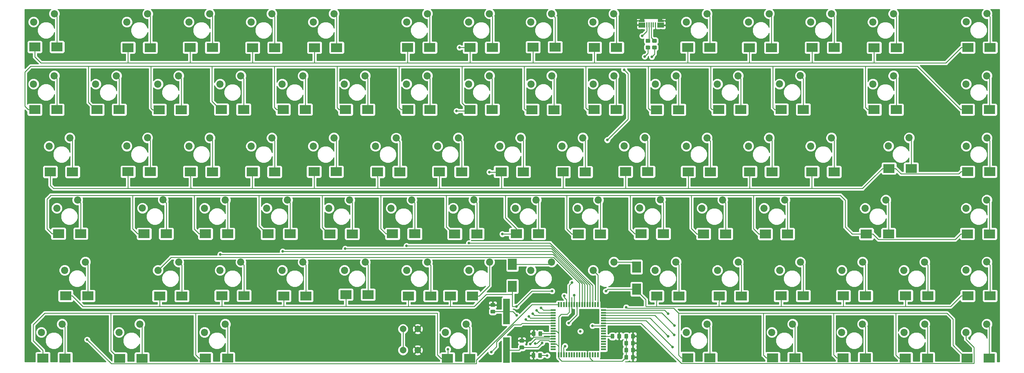
<source format=gbl>
G04 #@! TF.GenerationSoftware,KiCad,Pcbnew,5.0.1*
G04 #@! TF.CreationDate,2019-03-20T17:54:49+01:00*
G04 #@! TF.ProjectId,sofaboard,736F6661626F6172642E6B696361645F,rev?*
G04 #@! TF.SameCoordinates,Original*
G04 #@! TF.FileFunction,Copper,L2,Bot,Signal*
G04 #@! TF.FilePolarity,Positive*
%FSLAX46Y46*%
G04 Gerber Fmt 4.6, Leading zero omitted, Abs format (unit mm)*
G04 Created by KiCad (PCBNEW 5.0.1) date Wed 20 Mar 2019 17:54:49 CET*
%MOMM*%
%LPD*%
G01*
G04 APERTURE LIST*
G04 #@! TA.AperFunction,SMDPad,CuDef*
%ADD10R,3.500000X2.700000*%
G04 #@! TD*
G04 #@! TA.AperFunction,ComponentPad*
%ADD11C,2.200000*%
G04 #@! TD*
G04 #@! TA.AperFunction,ComponentPad*
%ADD12C,2.000000*%
G04 #@! TD*
G04 #@! TA.AperFunction,Conductor*
%ADD13C,0.100000*%
G04 #@! TD*
G04 #@! TA.AperFunction,SMDPad,CuDef*
%ADD14C,1.150000*%
G04 #@! TD*
G04 #@! TA.AperFunction,SMDPad,CuDef*
%ADD15R,1.500000X0.550000*%
G04 #@! TD*
G04 #@! TA.AperFunction,SMDPad,CuDef*
%ADD16R,0.550000X1.500000*%
G04 #@! TD*
G04 #@! TA.AperFunction,SMDPad,CuDef*
%ADD17R,2.000000X7.875000*%
G04 #@! TD*
G04 #@! TA.AperFunction,SMDPad,CuDef*
%ADD18R,2.700000X3.500000*%
G04 #@! TD*
G04 #@! TA.AperFunction,SMDPad,CuDef*
%ADD19R,1.350000X2.000000*%
G04 #@! TD*
G04 #@! TA.AperFunction,SMDPad,CuDef*
%ADD20R,1.825000X0.700000*%
G04 #@! TD*
G04 #@! TA.AperFunction,SMDPad,CuDef*
%ADD21R,2.000000X1.500000*%
G04 #@! TD*
G04 #@! TA.AperFunction,SMDPad,CuDef*
%ADD22R,0.400000X1.650000*%
G04 #@! TD*
G04 #@! TA.AperFunction,ComponentPad*
%ADD23O,1.100000X1.500000*%
G04 #@! TD*
G04 #@! TA.AperFunction,ComponentPad*
%ADD24O,1.350000X1.700000*%
G04 #@! TD*
G04 #@! TA.AperFunction,SMDPad,CuDef*
%ADD25R,1.430000X2.500000*%
G04 #@! TD*
G04 #@! TA.AperFunction,ViaPad*
%ADD26C,0.800000*%
G04 #@! TD*
G04 #@! TA.AperFunction,Conductor*
%ADD27C,0.250000*%
G04 #@! TD*
G04 #@! TA.AperFunction,Conductor*
%ADD28C,0.254000*%
G04 #@! TD*
G04 APERTURE END LIST*
D10*
G04 #@! TO.P,D17,2*
G04 #@! TO.N,row1*
X50210000Y90560000D03*
G04 #@! TO.P,D17,1*
G04 #@! TO.N,Net-(D17-Pad1)*
X57010000Y90560000D03*
G04 #@! TD*
G04 #@! TO.P,D60,2*
G04 #@! TO.N,row4*
X50360000Y33410000D03*
G04 #@! TO.P,D60,1*
G04 #@! TO.N,Net-(D60-Pad1)*
X57160000Y33410000D03*
G04 #@! TD*
G04 #@! TO.P,D76,2*
G04 #@! TO.N,row5*
X64390000Y14340000D03*
G04 #@! TO.P,D76,1*
G04 #@! TO.N,Net-(D76-Pad1)*
X71190000Y14340000D03*
G04 #@! TD*
G04 #@! TO.P,D36,1*
G04 #@! TO.N,Net-(D36-Pad1)*
X142910000Y71520000D03*
G04 #@! TO.P,D36,2*
G04 #@! TO.N,row2*
X136110000Y71520000D03*
G04 #@! TD*
G04 #@! TO.P,D22,1*
G04 #@! TO.N,Net-(D22-Pad1)*
X152270000Y90600000D03*
G04 #@! TO.P,D22,2*
G04 #@! TO.N,row1*
X145470000Y90600000D03*
G04 #@! TD*
G04 #@! TO.P,D63,1*
G04 #@! TO.N,Net-(D63-Pad1)*
X114220000Y33830000D03*
G04 #@! TO.P,D63,2*
G04 #@! TO.N,row4*
X107420000Y33830000D03*
G04 #@! TD*
D11*
G04 #@! TO.P,SW80,2*
G04 #@! TO.N,col12*
X259370000Y22250000D03*
G04 #@! TO.P,SW80,1*
G04 #@! TO.N,Net-(D80-Pad1)*
X265720000Y24790000D03*
G04 #@! TD*
G04 #@! TO.P,SW13,2*
G04 #@! TO.N,col13*
X268910000Y117480000D03*
G04 #@! TO.P,SW13,1*
G04 #@! TO.N,Net-(D13-Pad1)*
X275260000Y120020000D03*
G04 #@! TD*
D10*
G04 #@! TO.P,D2,2*
G04 #@! TO.N,row0*
X40680000Y109620000D03*
G04 #@! TO.P,D2,1*
G04 #@! TO.N,Net-(D2-Pad1)*
X47480000Y109620000D03*
G04 #@! TD*
G04 #@! TO.P,D69,1*
G04 #@! TO.N,Net-(D69-Pad1)*
X228600000Y33370000D03*
G04 #@! TO.P,D69,2*
G04 #@! TO.N,row4*
X221800000Y33370000D03*
G04 #@! TD*
D12*
G04 #@! TO.P,SW83,2*
G04 #@! TO.N,Net-(SW83-Pad2)*
X124940000Y16770000D03*
G04 #@! TO.P,SW83,1*
G04 #@! TO.N,GND*
X129440000Y16770000D03*
G04 #@! TO.P,SW83,2*
G04 #@! TO.N,Net-(SW83-Pad2)*
X124940000Y23270000D03*
G04 #@! TO.P,SW83,1*
G04 #@! TO.N,GND*
X129440000Y23270000D03*
G04 #@! TD*
D10*
G04 #@! TO.P,D39,2*
G04 #@! TO.N,row2*
X193140000Y71560000D03*
G04 #@! TO.P,D39,1*
G04 #@! TO.N,Net-(D39-Pad1)*
X199940000Y71560000D03*
G04 #@! TD*
D11*
G04 #@! TO.P,SW1,2*
G04 #@! TO.N,col0*
X11740000Y117480000D03*
G04 #@! TO.P,SW1,1*
G04 #@! TO.N,Net-(D1-Pad1)*
X18090000Y120020000D03*
G04 #@! TD*
D10*
G04 #@! TO.P,D50,2*
G04 #@! TO.N,row3*
X121720000Y52500000D03*
G04 #@! TO.P,D50,1*
G04 #@! TO.N,Net-(D50-Pad1)*
X128520000Y52500000D03*
G04 #@! TD*
D11*
G04 #@! TO.P,SW36,1*
G04 #@! TO.N,Net-(D36-Pad1)*
X141890000Y81930000D03*
G04 #@! TO.P,SW36,2*
G04 #@! TO.N,col6*
X135540000Y79390000D03*
G04 #@! TD*
D10*
G04 #@! TO.P,D32,1*
G04 #@! TO.N,Net-(D32-Pad1)*
X66580000Y71510000D03*
G04 #@! TO.P,D32,2*
G04 #@! TO.N,row2*
X59780000Y71510000D03*
G04 #@! TD*
G04 #@! TO.P,D58,2*
G04 #@! TO.N,row3*
X297860000Y52470000D03*
G04 #@! TO.P,D58,1*
G04 #@! TO.N,Net-(D58-Pad1)*
X304660000Y52470000D03*
G04 #@! TD*
G04 #@! TO.P,D72,2*
G04 #@! TO.N,row4*
X278930000Y33510000D03*
G04 #@! TO.P,D72,1*
G04 #@! TO.N,Net-(D72-Pad1)*
X285730000Y33510000D03*
G04 #@! TD*
G04 #@! TO.P,D65,1*
G04 #@! TO.N,Net-(D65-Pad1)*
X146250000Y33410000D03*
G04 #@! TO.P,D65,2*
G04 #@! TO.N,row4*
X139450000Y33410000D03*
G04 #@! TD*
D11*
G04 #@! TO.P,SW70,1*
G04 #@! TO.N,Net-(D70-Pad1)*
X246690000Y43810000D03*
G04 #@! TO.P,SW70,2*
G04 #@! TO.N,col11*
X240340000Y41270000D03*
G04 #@! TD*
G04 #@! TO.P,SW53,1*
G04 #@! TO.N,Net-(D53-Pad1)*
X184780000Y62880000D03*
G04 #@! TO.P,SW53,2*
G04 #@! TO.N,col8*
X178430000Y60340000D03*
G04 #@! TD*
G04 #@! TO.P,SW73,2*
G04 #@! TO.N,col14*
X297480000Y41310000D03*
G04 #@! TO.P,SW73,1*
G04 #@! TO.N,Net-(D73-Pad1)*
X303830000Y43850000D03*
G04 #@! TD*
G04 #@! TO.P,SW72,2*
G04 #@! TO.N,col13*
X278430000Y41290000D03*
G04 #@! TO.P,SW72,1*
G04 #@! TO.N,Net-(D72-Pad1)*
X284780000Y43830000D03*
G04 #@! TD*
G04 #@! TO.P,SW75,1*
G04 #@! TO.N,Net-(D75-Pad1)*
X44280000Y24770000D03*
G04 #@! TO.P,SW75,2*
G04 #@! TO.N,col1*
X37930000Y22230000D03*
G04 #@! TD*
G04 #@! TO.P,SW67,2*
G04 #@! TO.N,col8*
X183190000Y41290000D03*
G04 #@! TO.P,SW67,1*
G04 #@! TO.N,Net-(D67-Pad1)*
X189540000Y43830000D03*
G04 #@! TD*
G04 #@! TO.P,SW41,2*
G04 #@! TO.N,col11*
X230810000Y79400000D03*
G04 #@! TO.P,SW41,1*
G04 #@! TO.N,Net-(D41-Pad1)*
X237160000Y81940000D03*
G04 #@! TD*
G04 #@! TO.P,SW71,1*
G04 #@! TO.N,Net-(D71-Pad1)*
X265740000Y43830000D03*
G04 #@! TO.P,SW71,2*
G04 #@! TO.N,col12*
X259390000Y41290000D03*
G04 #@! TD*
G04 #@! TO.P,SW56,1*
G04 #@! TO.N,Net-(D56-Pad1)*
X241920000Y62870000D03*
G04 #@! TO.P,SW56,2*
G04 #@! TO.N,col11*
X235570000Y60330000D03*
G04 #@! TD*
G04 #@! TO.P,SW61,2*
G04 #@! TO.N,col2*
X68880000Y41280000D03*
G04 #@! TO.P,SW61,1*
G04 #@! TO.N,Net-(D61-Pad1)*
X75230000Y43820000D03*
G04 #@! TD*
G04 #@! TO.P,SW82,2*
G04 #@! TO.N,col14*
X297470000Y22250000D03*
G04 #@! TO.P,SW82,1*
G04 #@! TO.N,Net-(D82-Pad1)*
X303820000Y24790000D03*
G04 #@! TD*
G04 #@! TO.P,SW24,1*
G04 #@! TO.N,Net-(D24-Pad1)*
X189540000Y100980000D03*
G04 #@! TO.P,SW24,2*
G04 #@! TO.N,col9*
X183190000Y98440000D03*
G04 #@! TD*
G04 #@! TO.P,SW64,1*
G04 #@! TO.N,Net-(D64-Pad1)*
X132390000Y43830000D03*
G04 #@! TO.P,SW64,2*
G04 #@! TO.N,col5*
X126040000Y41290000D03*
G04 #@! TD*
G04 #@! TO.P,SW60,1*
G04 #@! TO.N,Net-(D60-Pad1)*
X56200000Y43830000D03*
G04 #@! TO.P,SW60,2*
G04 #@! TO.N,col1*
X49850000Y41290000D03*
G04 #@! TD*
G04 #@! TO.P,SW81,1*
G04 #@! TO.N,Net-(D81-Pad1)*
X284800000Y24760000D03*
G04 #@! TO.P,SW81,2*
G04 #@! TO.N,col13*
X278450000Y22220000D03*
G04 #@! TD*
D10*
G04 #@! TO.P,D24,1*
G04 #@! TO.N,Net-(D24-Pad1)*
X190260000Y90610000D03*
G04 #@! TO.P,D24,2*
G04 #@! TO.N,row1*
X183460000Y90610000D03*
G04 #@! TD*
G04 #@! TO.P,D55,1*
G04 #@! TO.N,Net-(D55-Pad1)*
X223800000Y52460000D03*
G04 #@! TO.P,D55,2*
G04 #@! TO.N,row3*
X217000000Y52460000D03*
G04 #@! TD*
G04 #@! TO.P,D42,1*
G04 #@! TO.N,Net-(D42-Pad1)*
X257030000Y71480000D03*
G04 #@! TO.P,D42,2*
G04 #@! TO.N,row2*
X250230000Y71480000D03*
G04 #@! TD*
G04 #@! TO.P,D27,1*
G04 #@! TO.N,Net-(D27-Pad1)*
X247590000Y90640000D03*
G04 #@! TO.P,D27,2*
G04 #@! TO.N,row1*
X240790000Y90640000D03*
G04 #@! TD*
D11*
G04 #@! TO.P,SW20,1*
G04 #@! TO.N,Net-(D20-Pad1)*
X113330000Y100990000D03*
G04 #@! TO.P,SW20,2*
G04 #@! TO.N,col5*
X106980000Y98450000D03*
G04 #@! TD*
D10*
G04 #@! TO.P,D16,2*
G04 #@! TO.N,row1*
X31170000Y90590000D03*
G04 #@! TO.P,D16,1*
G04 #@! TO.N,Net-(D16-Pad1)*
X37970000Y90590000D03*
G04 #@! TD*
D11*
G04 #@! TO.P,SW49,1*
G04 #@! TO.N,Net-(D49-Pad1)*
X108580000Y62870000D03*
G04 #@! TO.P,SW49,2*
G04 #@! TO.N,col4*
X102230000Y60330000D03*
G04 #@! TD*
D13*
G04 #@! TO.N,GND*
G04 #@! TO.C,C6*
G36*
X195734505Y19618796D02*
X195758773Y19615196D01*
X195782572Y19609235D01*
X195805671Y19600970D01*
X195827850Y19590480D01*
X195848893Y19577868D01*
X195868599Y19563253D01*
X195886777Y19546777D01*
X195903253Y19528599D01*
X195917868Y19508893D01*
X195930480Y19487850D01*
X195940970Y19465671D01*
X195949235Y19442572D01*
X195955196Y19418773D01*
X195958796Y19394505D01*
X195960000Y19370001D01*
X195960000Y18469999D01*
X195958796Y18445495D01*
X195955196Y18421227D01*
X195949235Y18397428D01*
X195940970Y18374329D01*
X195930480Y18352150D01*
X195917868Y18331107D01*
X195903253Y18311401D01*
X195886777Y18293223D01*
X195868599Y18276747D01*
X195848893Y18262132D01*
X195827850Y18249520D01*
X195805671Y18239030D01*
X195782572Y18230765D01*
X195758773Y18224804D01*
X195734505Y18221204D01*
X195710001Y18220000D01*
X195059999Y18220000D01*
X195035495Y18221204D01*
X195011227Y18224804D01*
X194987428Y18230765D01*
X194964329Y18239030D01*
X194942150Y18249520D01*
X194921107Y18262132D01*
X194901401Y18276747D01*
X194883223Y18293223D01*
X194866747Y18311401D01*
X194852132Y18331107D01*
X194839520Y18352150D01*
X194829030Y18374329D01*
X194820765Y18397428D01*
X194814804Y18421227D01*
X194811204Y18445495D01*
X194810000Y18469999D01*
X194810000Y19370001D01*
X194811204Y19394505D01*
X194814804Y19418773D01*
X194820765Y19442572D01*
X194829030Y19465671D01*
X194839520Y19487850D01*
X194852132Y19508893D01*
X194866747Y19528599D01*
X194883223Y19546777D01*
X194901401Y19563253D01*
X194921107Y19577868D01*
X194942150Y19590480D01*
X194964329Y19600970D01*
X194987428Y19609235D01*
X195011227Y19615196D01*
X195035495Y19618796D01*
X195059999Y19620000D01*
X195710001Y19620000D01*
X195734505Y19618796D01*
X195734505Y19618796D01*
G37*
D14*
G04 #@! TD*
G04 #@! TO.P,C6,2*
G04 #@! TO.N,GND*
X195385000Y18920000D03*
D13*
G04 #@! TO.N,+5V*
G04 #@! TO.C,C6*
G36*
X193684505Y19618796D02*
X193708773Y19615196D01*
X193732572Y19609235D01*
X193755671Y19600970D01*
X193777850Y19590480D01*
X193798893Y19577868D01*
X193818599Y19563253D01*
X193836777Y19546777D01*
X193853253Y19528599D01*
X193867868Y19508893D01*
X193880480Y19487850D01*
X193890970Y19465671D01*
X193899235Y19442572D01*
X193905196Y19418773D01*
X193908796Y19394505D01*
X193910000Y19370001D01*
X193910000Y18469999D01*
X193908796Y18445495D01*
X193905196Y18421227D01*
X193899235Y18397428D01*
X193890970Y18374329D01*
X193880480Y18352150D01*
X193867868Y18331107D01*
X193853253Y18311401D01*
X193836777Y18293223D01*
X193818599Y18276747D01*
X193798893Y18262132D01*
X193777850Y18249520D01*
X193755671Y18239030D01*
X193732572Y18230765D01*
X193708773Y18224804D01*
X193684505Y18221204D01*
X193660001Y18220000D01*
X193009999Y18220000D01*
X192985495Y18221204D01*
X192961227Y18224804D01*
X192937428Y18230765D01*
X192914329Y18239030D01*
X192892150Y18249520D01*
X192871107Y18262132D01*
X192851401Y18276747D01*
X192833223Y18293223D01*
X192816747Y18311401D01*
X192802132Y18331107D01*
X192789520Y18352150D01*
X192779030Y18374329D01*
X192770765Y18397428D01*
X192764804Y18421227D01*
X192761204Y18445495D01*
X192760000Y18469999D01*
X192760000Y19370001D01*
X192761204Y19394505D01*
X192764804Y19418773D01*
X192770765Y19442572D01*
X192779030Y19465671D01*
X192789520Y19487850D01*
X192802132Y19508893D01*
X192816747Y19528599D01*
X192833223Y19546777D01*
X192851401Y19563253D01*
X192871107Y19577868D01*
X192892150Y19590480D01*
X192914329Y19600970D01*
X192937428Y19609235D01*
X192961227Y19615196D01*
X192985495Y19618796D01*
X193009999Y19620000D01*
X193660001Y19620000D01*
X193684505Y19618796D01*
X193684505Y19618796D01*
G37*
D14*
G04 #@! TD*
G04 #@! TO.P,C6,1*
G04 #@! TO.N,+5V*
X193335000Y18920000D03*
D11*
G04 #@! TO.P,SW43,2*
G04 #@! TO.N,col13*
X273680000Y79410000D03*
G04 #@! TO.P,SW43,1*
G04 #@! TO.N,Net-(D43-Pad1)*
X280030000Y81950000D03*
G04 #@! TD*
G04 #@! TO.P,SW34,2*
G04 #@! TO.N,col4*
X97450000Y79390000D03*
G04 #@! TO.P,SW34,1*
G04 #@! TO.N,Net-(D34-Pad1)*
X103800000Y81930000D03*
G04 #@! TD*
G04 #@! TO.P,SW54,2*
G04 #@! TO.N,col9*
X197490000Y60360000D03*
G04 #@! TO.P,SW54,1*
G04 #@! TO.N,Net-(D54-Pad1)*
X203840000Y62900000D03*
G04 #@! TD*
D10*
G04 #@! TO.P,D47,1*
G04 #@! TO.N,Net-(D47-Pad1)*
X71180000Y52510000D03*
G04 #@! TO.P,D47,2*
G04 #@! TO.N,row3*
X64380000Y52510000D03*
G04 #@! TD*
G04 #@! TO.P,D81,1*
G04 #@! TO.N,Net-(D81-Pad1)*
X285640000Y14370000D03*
G04 #@! TO.P,D81,2*
G04 #@! TO.N,row5*
X278840000Y14370000D03*
G04 #@! TD*
G04 #@! TO.P,D33,2*
G04 #@! TO.N,row2*
X78790000Y71490000D03*
G04 #@! TO.P,D33,1*
G04 #@! TO.N,Net-(D33-Pad1)*
X85590000Y71490000D03*
G04 #@! TD*
G04 #@! TO.P,D74,2*
G04 #@! TO.N,row5*
X14590000Y14360000D03*
G04 #@! TO.P,D74,1*
G04 #@! TO.N,Net-(D74-Pad1)*
X21390000Y14360000D03*
G04 #@! TD*
G04 #@! TO.P,D64,2*
G04 #@! TO.N,row4*
X126620000Y33420000D03*
G04 #@! TO.P,D64,1*
G04 #@! TO.N,Net-(D64-Pad1)*
X133420000Y33420000D03*
G04 #@! TD*
G04 #@! TO.P,D28,2*
G04 #@! TO.N,row1*
X269290000Y90590000D03*
G04 #@! TO.P,D28,1*
G04 #@! TO.N,Net-(D28-Pad1)*
X276090000Y90590000D03*
G04 #@! TD*
D11*
G04 #@! TO.P,SW42,2*
G04 #@! TO.N,col12*
X249860000Y79390000D03*
G04 #@! TO.P,SW42,1*
G04 #@! TO.N,Net-(D42-Pad1)*
X256210000Y81930000D03*
G04 #@! TD*
G04 #@! TO.P,SW32,1*
G04 #@! TO.N,Net-(D32-Pad1)*
X65720000Y81940000D03*
G04 #@! TO.P,SW32,2*
G04 #@! TO.N,col2*
X59370000Y79400000D03*
G04 #@! TD*
G04 #@! TO.P,SW12,1*
G04 #@! TO.N,Net-(D12-Pad1)*
X256190000Y120040000D03*
G04 #@! TO.P,SW12,2*
G04 #@! TO.N,col12*
X249840000Y117500000D03*
G04 #@! TD*
D10*
G04 #@! TO.P,D29,1*
G04 #@! TO.N,Net-(D29-Pad1)*
X304660000Y90580000D03*
G04 #@! TO.P,D29,2*
G04 #@! TO.N,row1*
X297860000Y90580000D03*
G04 #@! TD*
G04 #@! TO.P,D52,2*
G04 #@! TO.N,row3*
X159670000Y52480000D03*
G04 #@! TO.P,D52,1*
G04 #@! TO.N,Net-(D52-Pad1)*
X166470000Y52480000D03*
G04 #@! TD*
G04 #@! TO.P,D23,1*
G04 #@! TO.N,Net-(D23-Pad1)*
X171220000Y90550000D03*
G04 #@! TO.P,D23,2*
G04 #@! TO.N,row1*
X164420000Y90550000D03*
G04 #@! TD*
D11*
G04 #@! TO.P,SW21,2*
G04 #@! TO.N,col6*
X126030000Y98450000D03*
G04 #@! TO.P,SW21,1*
G04 #@! TO.N,Net-(D21-Pad1)*
X132380000Y100990000D03*
G04 #@! TD*
D13*
G04 #@! TO.N,+5V*
G04 #@! TO.C,C1*
G36*
X193704505Y17478796D02*
X193728773Y17475196D01*
X193752572Y17469235D01*
X193775671Y17460970D01*
X193797850Y17450480D01*
X193818893Y17437868D01*
X193838599Y17423253D01*
X193856777Y17406777D01*
X193873253Y17388599D01*
X193887868Y17368893D01*
X193900480Y17347850D01*
X193910970Y17325671D01*
X193919235Y17302572D01*
X193925196Y17278773D01*
X193928796Y17254505D01*
X193930000Y17230001D01*
X193930000Y16329999D01*
X193928796Y16305495D01*
X193925196Y16281227D01*
X193919235Y16257428D01*
X193910970Y16234329D01*
X193900480Y16212150D01*
X193887868Y16191107D01*
X193873253Y16171401D01*
X193856777Y16153223D01*
X193838599Y16136747D01*
X193818893Y16122132D01*
X193797850Y16109520D01*
X193775671Y16099030D01*
X193752572Y16090765D01*
X193728773Y16084804D01*
X193704505Y16081204D01*
X193680001Y16080000D01*
X193029999Y16080000D01*
X193005495Y16081204D01*
X192981227Y16084804D01*
X192957428Y16090765D01*
X192934329Y16099030D01*
X192912150Y16109520D01*
X192891107Y16122132D01*
X192871401Y16136747D01*
X192853223Y16153223D01*
X192836747Y16171401D01*
X192822132Y16191107D01*
X192809520Y16212150D01*
X192799030Y16234329D01*
X192790765Y16257428D01*
X192784804Y16281227D01*
X192781204Y16305495D01*
X192780000Y16329999D01*
X192780000Y17230001D01*
X192781204Y17254505D01*
X192784804Y17278773D01*
X192790765Y17302572D01*
X192799030Y17325671D01*
X192809520Y17347850D01*
X192822132Y17368893D01*
X192836747Y17388599D01*
X192853223Y17406777D01*
X192871401Y17423253D01*
X192891107Y17437868D01*
X192912150Y17450480D01*
X192934329Y17460970D01*
X192957428Y17469235D01*
X192981227Y17475196D01*
X193005495Y17478796D01*
X193029999Y17480000D01*
X193680001Y17480000D01*
X193704505Y17478796D01*
X193704505Y17478796D01*
G37*
D14*
G04 #@! TD*
G04 #@! TO.P,C1,1*
G04 #@! TO.N,+5V*
X193355000Y16780000D03*
D13*
G04 #@! TO.N,GND*
G04 #@! TO.C,C1*
G36*
X195754505Y17478796D02*
X195778773Y17475196D01*
X195802572Y17469235D01*
X195825671Y17460970D01*
X195847850Y17450480D01*
X195868893Y17437868D01*
X195888599Y17423253D01*
X195906777Y17406777D01*
X195923253Y17388599D01*
X195937868Y17368893D01*
X195950480Y17347850D01*
X195960970Y17325671D01*
X195969235Y17302572D01*
X195975196Y17278773D01*
X195978796Y17254505D01*
X195980000Y17230001D01*
X195980000Y16329999D01*
X195978796Y16305495D01*
X195975196Y16281227D01*
X195969235Y16257428D01*
X195960970Y16234329D01*
X195950480Y16212150D01*
X195937868Y16191107D01*
X195923253Y16171401D01*
X195906777Y16153223D01*
X195888599Y16136747D01*
X195868893Y16122132D01*
X195847850Y16109520D01*
X195825671Y16099030D01*
X195802572Y16090765D01*
X195778773Y16084804D01*
X195754505Y16081204D01*
X195730001Y16080000D01*
X195079999Y16080000D01*
X195055495Y16081204D01*
X195031227Y16084804D01*
X195007428Y16090765D01*
X194984329Y16099030D01*
X194962150Y16109520D01*
X194941107Y16122132D01*
X194921401Y16136747D01*
X194903223Y16153223D01*
X194886747Y16171401D01*
X194872132Y16191107D01*
X194859520Y16212150D01*
X194849030Y16234329D01*
X194840765Y16257428D01*
X194834804Y16281227D01*
X194831204Y16305495D01*
X194830000Y16329999D01*
X194830000Y17230001D01*
X194831204Y17254505D01*
X194834804Y17278773D01*
X194840765Y17302572D01*
X194849030Y17325671D01*
X194859520Y17347850D01*
X194872132Y17368893D01*
X194886747Y17388599D01*
X194903223Y17406777D01*
X194921401Y17423253D01*
X194941107Y17437868D01*
X194962150Y17450480D01*
X194984329Y17460970D01*
X195007428Y17469235D01*
X195031227Y17475196D01*
X195055495Y17478796D01*
X195079999Y17480000D01*
X195730001Y17480000D01*
X195754505Y17478796D01*
X195754505Y17478796D01*
G37*
D14*
G04 #@! TD*
G04 #@! TO.P,C1,2*
G04 #@! TO.N,GND*
X195405000Y16780000D03*
D10*
G04 #@! TO.P,D4,1*
G04 #@! TO.N,Net-(D4-Pad1)*
X85650000Y109600000D03*
G04 #@! TO.P,D4,2*
G04 #@! TO.N,row0*
X78850000Y109600000D03*
G04 #@! TD*
D13*
G04 #@! TO.N,Net-(R3-Pad1)*
G04 #@! TO.C,R3*
G36*
X202464505Y110238796D02*
X202488773Y110235196D01*
X202512572Y110229235D01*
X202535671Y110220970D01*
X202557850Y110210480D01*
X202578893Y110197868D01*
X202598599Y110183253D01*
X202616777Y110166777D01*
X202633253Y110148599D01*
X202647868Y110128893D01*
X202660480Y110107850D01*
X202670970Y110085671D01*
X202679235Y110062572D01*
X202685196Y110038773D01*
X202688796Y110014505D01*
X202690000Y109990001D01*
X202690000Y109339999D01*
X202688796Y109315495D01*
X202685196Y109291227D01*
X202679235Y109267428D01*
X202670970Y109244329D01*
X202660480Y109222150D01*
X202647868Y109201107D01*
X202633253Y109181401D01*
X202616777Y109163223D01*
X202598599Y109146747D01*
X202578893Y109132132D01*
X202557850Y109119520D01*
X202535671Y109109030D01*
X202512572Y109100765D01*
X202488773Y109094804D01*
X202464505Y109091204D01*
X202440001Y109090000D01*
X201539999Y109090000D01*
X201515495Y109091204D01*
X201491227Y109094804D01*
X201467428Y109100765D01*
X201444329Y109109030D01*
X201422150Y109119520D01*
X201401107Y109132132D01*
X201381401Y109146747D01*
X201363223Y109163223D01*
X201346747Y109181401D01*
X201332132Y109201107D01*
X201319520Y109222150D01*
X201309030Y109244329D01*
X201300765Y109267428D01*
X201294804Y109291227D01*
X201291204Y109315495D01*
X201290000Y109339999D01*
X201290000Y109990001D01*
X201291204Y110014505D01*
X201294804Y110038773D01*
X201300765Y110062572D01*
X201309030Y110085671D01*
X201319520Y110107850D01*
X201332132Y110128893D01*
X201346747Y110148599D01*
X201363223Y110166777D01*
X201381401Y110183253D01*
X201401107Y110197868D01*
X201422150Y110210480D01*
X201444329Y110220970D01*
X201467428Y110229235D01*
X201491227Y110235196D01*
X201515495Y110238796D01*
X201539999Y110240000D01*
X202440001Y110240000D01*
X202464505Y110238796D01*
X202464505Y110238796D01*
G37*
D14*
G04 #@! TD*
G04 #@! TO.P,R3,1*
G04 #@! TO.N,Net-(R3-Pad1)*
X201990000Y109665000D03*
D13*
G04 #@! TO.N,Net-(J1-Pad3)*
G04 #@! TO.C,R3*
G36*
X202464505Y112288796D02*
X202488773Y112285196D01*
X202512572Y112279235D01*
X202535671Y112270970D01*
X202557850Y112260480D01*
X202578893Y112247868D01*
X202598599Y112233253D01*
X202616777Y112216777D01*
X202633253Y112198599D01*
X202647868Y112178893D01*
X202660480Y112157850D01*
X202670970Y112135671D01*
X202679235Y112112572D01*
X202685196Y112088773D01*
X202688796Y112064505D01*
X202690000Y112040001D01*
X202690000Y111389999D01*
X202688796Y111365495D01*
X202685196Y111341227D01*
X202679235Y111317428D01*
X202670970Y111294329D01*
X202660480Y111272150D01*
X202647868Y111251107D01*
X202633253Y111231401D01*
X202616777Y111213223D01*
X202598599Y111196747D01*
X202578893Y111182132D01*
X202557850Y111169520D01*
X202535671Y111159030D01*
X202512572Y111150765D01*
X202488773Y111144804D01*
X202464505Y111141204D01*
X202440001Y111140000D01*
X201539999Y111140000D01*
X201515495Y111141204D01*
X201491227Y111144804D01*
X201467428Y111150765D01*
X201444329Y111159030D01*
X201422150Y111169520D01*
X201401107Y111182132D01*
X201381401Y111196747D01*
X201363223Y111213223D01*
X201346747Y111231401D01*
X201332132Y111251107D01*
X201319520Y111272150D01*
X201309030Y111294329D01*
X201300765Y111317428D01*
X201294804Y111341227D01*
X201291204Y111365495D01*
X201290000Y111389999D01*
X201290000Y112040001D01*
X201291204Y112064505D01*
X201294804Y112088773D01*
X201300765Y112112572D01*
X201309030Y112135671D01*
X201319520Y112157850D01*
X201332132Y112178893D01*
X201346747Y112198599D01*
X201363223Y112216777D01*
X201381401Y112233253D01*
X201401107Y112247868D01*
X201422150Y112260480D01*
X201444329Y112270970D01*
X201467428Y112279235D01*
X201491227Y112285196D01*
X201515495Y112288796D01*
X201539999Y112290000D01*
X202440001Y112290000D01*
X202464505Y112288796D01*
X202464505Y112288796D01*
G37*
D14*
G04 #@! TD*
G04 #@! TO.P,R3,2*
G04 #@! TO.N,Net-(J1-Pad3)*
X201990000Y111715000D03*
D11*
G04 #@! TO.P,SW58,2*
G04 #@! TO.N,col14*
X297460000Y60320000D03*
G04 #@! TO.P,SW58,1*
G04 #@! TO.N,Net-(D58-Pad1)*
X303810000Y62860000D03*
G04 #@! TD*
D10*
G04 #@! TO.P,D49,1*
G04 #@! TO.N,Net-(D49-Pad1)*
X109380000Y52470000D03*
G04 #@! TO.P,D49,2*
G04 #@! TO.N,row3*
X102580000Y52470000D03*
G04 #@! TD*
D11*
G04 #@! TO.P,SW68,1*
G04 #@! TO.N,Net-(D68-Pad1)*
X208580000Y43820000D03*
G04 #@! TO.P,SW68,2*
G04 #@! TO.N,col9*
X202230000Y41280000D03*
G04 #@! TD*
D10*
G04 #@! TO.P,D30,2*
G04 #@! TO.N,row2*
X16860000Y71490000D03*
G04 #@! TO.P,D30,1*
G04 #@! TO.N,Net-(D30-Pad1)*
X23660000Y71490000D03*
G04 #@! TD*
G04 #@! TO.P,D80,2*
G04 #@! TO.N,row5*
X259790000Y14380000D03*
G04 #@! TO.P,D80,1*
G04 #@! TO.N,Net-(D80-Pad1)*
X266590000Y14380000D03*
G04 #@! TD*
D11*
G04 #@! TO.P,SW8,1*
G04 #@! TO.N,Net-(D8-Pad1)*
X170450000Y120000000D03*
G04 #@! TO.P,SW8,2*
G04 #@! TO.N,col8*
X164100000Y117460000D03*
G04 #@! TD*
D10*
G04 #@! TO.P,D8,2*
G04 #@! TO.N,row0*
X164760000Y109790000D03*
G04 #@! TO.P,D8,1*
G04 #@! TO.N,Net-(D8-Pad1)*
X171560000Y109790000D03*
G04 #@! TD*
G04 #@! TO.P,D10,2*
G04 #@! TO.N,row0*
X212150000Y109700000D03*
G04 #@! TO.P,D10,1*
G04 #@! TO.N,Net-(D10-Pad1)*
X218950000Y109700000D03*
G04 #@! TD*
G04 #@! TO.P,D26,1*
G04 #@! TO.N,Net-(D26-Pad1)*
X228470000Y90580000D03*
G04 #@! TO.P,D26,2*
G04 #@! TO.N,row1*
X221670000Y90580000D03*
G04 #@! TD*
D11*
G04 #@! TO.P,SW74,2*
G04 #@! TO.N,col0*
X14130000Y22240000D03*
G04 #@! TO.P,SW74,1*
G04 #@! TO.N,Net-(D74-Pad1)*
X20480000Y24780000D03*
G04 #@! TD*
G04 #@! TO.P,SW63,1*
G04 #@! TO.N,Net-(D63-Pad1)*
X113350000Y43820000D03*
G04 #@! TO.P,SW63,2*
G04 #@! TO.N,col4*
X107000000Y41280000D03*
G04 #@! TD*
D10*
G04 #@! TO.P,D75,1*
G04 #@! TO.N,Net-(D75-Pad1)*
X44940000Y14290000D03*
G04 #@! TO.P,D75,2*
G04 #@! TO.N,row5*
X38140000Y14290000D03*
G04 #@! TD*
D11*
G04 #@! TO.P,SW76,2*
G04 #@! TO.N,col2*
X64110000Y22240000D03*
G04 #@! TO.P,SW76,1*
G04 #@! TO.N,Net-(D76-Pad1)*
X70460000Y24780000D03*
G04 #@! TD*
G04 #@! TO.P,SW18,2*
G04 #@! TO.N,col3*
X68870000Y98430000D03*
G04 #@! TO.P,SW18,1*
G04 #@! TO.N,Net-(D18-Pad1)*
X75220000Y100970000D03*
G04 #@! TD*
G04 #@! TO.P,SW77,1*
G04 #@! TO.N,Net-(D77-Pad1)*
X144300000Y24790000D03*
G04 #@! TO.P,SW77,2*
G04 #@! TO.N,col6*
X137950000Y22250000D03*
G04 #@! TD*
D10*
G04 #@! TO.P,D18,1*
G04 #@! TO.N,Net-(D18-Pad1)*
X76090000Y90650000D03*
G04 #@! TO.P,D18,2*
G04 #@! TO.N,row1*
X69290000Y90650000D03*
G04 #@! TD*
G04 #@! TO.P,D31,2*
G04 #@! TO.N,row2*
X40670000Y71550000D03*
G04 #@! TO.P,D31,1*
G04 #@! TO.N,Net-(D31-Pad1)*
X47470000Y71550000D03*
G04 #@! TD*
G04 #@! TO.P,D11,2*
G04 #@! TO.N,row0*
X231040000Y109620000D03*
G04 #@! TO.P,D11,1*
G04 #@! TO.N,Net-(D11-Pad1)*
X237840000Y109620000D03*
G04 #@! TD*
D11*
G04 #@! TO.P,SW35,1*
G04 #@! TO.N,Net-(D35-Pad1)*
X122850000Y81900000D03*
G04 #@! TO.P,SW35,2*
G04 #@! TO.N,col5*
X116500000Y79360000D03*
G04 #@! TD*
G04 #@! TO.P,SW51,2*
G04 #@! TO.N,col6*
X140300000Y60360000D03*
G04 #@! TO.P,SW51,1*
G04 #@! TO.N,Net-(D51-Pad1)*
X146650000Y62900000D03*
G04 #@! TD*
D10*
G04 #@! TO.P,D61,1*
G04 #@! TO.N,Net-(D61-Pad1)*
X76220000Y33480000D03*
G04 #@! TO.P,D61,2*
G04 #@! TO.N,row4*
X69420000Y33480000D03*
G04 #@! TD*
G04 #@! TO.P,D62,2*
G04 #@! TO.N,row4*
X88390000Y33400000D03*
G04 #@! TO.P,D62,1*
G04 #@! TO.N,Net-(D62-Pad1)*
X95190000Y33400000D03*
G04 #@! TD*
G04 #@! TO.P,D13,2*
G04 #@! TO.N,row0*
X269280000Y109600000D03*
G04 #@! TO.P,D13,1*
G04 #@! TO.N,Net-(D13-Pad1)*
X276080000Y109600000D03*
G04 #@! TD*
G04 #@! TO.P,D12,1*
G04 #@! TO.N,Net-(D12-Pad1)*
X257080000Y109650000D03*
G04 #@! TO.P,D12,2*
G04 #@! TO.N,row0*
X250280000Y109650000D03*
G04 #@! TD*
D11*
G04 #@! TO.P,SW59,2*
G04 #@! TO.N,col0*
X21260000Y41300000D03*
G04 #@! TO.P,SW59,1*
G04 #@! TO.N,Net-(D59-Pad1)*
X27610000Y43840000D03*
G04 #@! TD*
D10*
G04 #@! TO.P,D1,1*
G04 #@! TO.N,Net-(D1-Pad1)*
X18910000Y109840000D03*
G04 #@! TO.P,D1,2*
G04 #@! TO.N,row0*
X12110000Y109840000D03*
G04 #@! TD*
D13*
G04 #@! TO.N,GND*
G04 #@! TO.C,C7*
G36*
X195759505Y21748796D02*
X195783773Y21745196D01*
X195807572Y21739235D01*
X195830671Y21730970D01*
X195852850Y21720480D01*
X195873893Y21707868D01*
X195893599Y21693253D01*
X195911777Y21676777D01*
X195928253Y21658599D01*
X195942868Y21638893D01*
X195955480Y21617850D01*
X195965970Y21595671D01*
X195974235Y21572572D01*
X195980196Y21548773D01*
X195983796Y21524505D01*
X195985000Y21500001D01*
X195985000Y20599999D01*
X195983796Y20575495D01*
X195980196Y20551227D01*
X195974235Y20527428D01*
X195965970Y20504329D01*
X195955480Y20482150D01*
X195942868Y20461107D01*
X195928253Y20441401D01*
X195911777Y20423223D01*
X195893599Y20406747D01*
X195873893Y20392132D01*
X195852850Y20379520D01*
X195830671Y20369030D01*
X195807572Y20360765D01*
X195783773Y20354804D01*
X195759505Y20351204D01*
X195735001Y20350000D01*
X195084999Y20350000D01*
X195060495Y20351204D01*
X195036227Y20354804D01*
X195012428Y20360765D01*
X194989329Y20369030D01*
X194967150Y20379520D01*
X194946107Y20392132D01*
X194926401Y20406747D01*
X194908223Y20423223D01*
X194891747Y20441401D01*
X194877132Y20461107D01*
X194864520Y20482150D01*
X194854030Y20504329D01*
X194845765Y20527428D01*
X194839804Y20551227D01*
X194836204Y20575495D01*
X194835000Y20599999D01*
X194835000Y21500001D01*
X194836204Y21524505D01*
X194839804Y21548773D01*
X194845765Y21572572D01*
X194854030Y21595671D01*
X194864520Y21617850D01*
X194877132Y21638893D01*
X194891747Y21658599D01*
X194908223Y21676777D01*
X194926401Y21693253D01*
X194946107Y21707868D01*
X194967150Y21720480D01*
X194989329Y21730970D01*
X195012428Y21739235D01*
X195036227Y21745196D01*
X195060495Y21748796D01*
X195084999Y21750000D01*
X195735001Y21750000D01*
X195759505Y21748796D01*
X195759505Y21748796D01*
G37*
D14*
G04 #@! TD*
G04 #@! TO.P,C7,2*
G04 #@! TO.N,GND*
X195410000Y21050000D03*
D13*
G04 #@! TO.N,+5V*
G04 #@! TO.C,C7*
G36*
X193709505Y21748796D02*
X193733773Y21745196D01*
X193757572Y21739235D01*
X193780671Y21730970D01*
X193802850Y21720480D01*
X193823893Y21707868D01*
X193843599Y21693253D01*
X193861777Y21676777D01*
X193878253Y21658599D01*
X193892868Y21638893D01*
X193905480Y21617850D01*
X193915970Y21595671D01*
X193924235Y21572572D01*
X193930196Y21548773D01*
X193933796Y21524505D01*
X193935000Y21500001D01*
X193935000Y20599999D01*
X193933796Y20575495D01*
X193930196Y20551227D01*
X193924235Y20527428D01*
X193915970Y20504329D01*
X193905480Y20482150D01*
X193892868Y20461107D01*
X193878253Y20441401D01*
X193861777Y20423223D01*
X193843599Y20406747D01*
X193823893Y20392132D01*
X193802850Y20379520D01*
X193780671Y20369030D01*
X193757572Y20360765D01*
X193733773Y20354804D01*
X193709505Y20351204D01*
X193685001Y20350000D01*
X193034999Y20350000D01*
X193010495Y20351204D01*
X192986227Y20354804D01*
X192962428Y20360765D01*
X192939329Y20369030D01*
X192917150Y20379520D01*
X192896107Y20392132D01*
X192876401Y20406747D01*
X192858223Y20423223D01*
X192841747Y20441401D01*
X192827132Y20461107D01*
X192814520Y20482150D01*
X192804030Y20504329D01*
X192795765Y20527428D01*
X192789804Y20551227D01*
X192786204Y20575495D01*
X192785000Y20599999D01*
X192785000Y21500001D01*
X192786204Y21524505D01*
X192789804Y21548773D01*
X192795765Y21572572D01*
X192804030Y21595671D01*
X192814520Y21617850D01*
X192827132Y21638893D01*
X192841747Y21658599D01*
X192858223Y21676777D01*
X192876401Y21693253D01*
X192896107Y21707868D01*
X192917150Y21720480D01*
X192939329Y21730970D01*
X192962428Y21739235D01*
X192986227Y21745196D01*
X193010495Y21748796D01*
X193034999Y21750000D01*
X193685001Y21750000D01*
X193709505Y21748796D01*
X193709505Y21748796D01*
G37*
D14*
G04 #@! TD*
G04 #@! TO.P,C7,1*
G04 #@! TO.N,+5V*
X193360000Y21050000D03*
D13*
G04 #@! TO.N,Net-(J1-Pad2)*
G04 #@! TO.C,R1*
G36*
X200454505Y112273796D02*
X200478773Y112270196D01*
X200502572Y112264235D01*
X200525671Y112255970D01*
X200547850Y112245480D01*
X200568893Y112232868D01*
X200588599Y112218253D01*
X200606777Y112201777D01*
X200623253Y112183599D01*
X200637868Y112163893D01*
X200650480Y112142850D01*
X200660970Y112120671D01*
X200669235Y112097572D01*
X200675196Y112073773D01*
X200678796Y112049505D01*
X200680000Y112025001D01*
X200680000Y111374999D01*
X200678796Y111350495D01*
X200675196Y111326227D01*
X200669235Y111302428D01*
X200660970Y111279329D01*
X200650480Y111257150D01*
X200637868Y111236107D01*
X200623253Y111216401D01*
X200606777Y111198223D01*
X200588599Y111181747D01*
X200568893Y111167132D01*
X200547850Y111154520D01*
X200525671Y111144030D01*
X200502572Y111135765D01*
X200478773Y111129804D01*
X200454505Y111126204D01*
X200430001Y111125000D01*
X199529999Y111125000D01*
X199505495Y111126204D01*
X199481227Y111129804D01*
X199457428Y111135765D01*
X199434329Y111144030D01*
X199412150Y111154520D01*
X199391107Y111167132D01*
X199371401Y111181747D01*
X199353223Y111198223D01*
X199336747Y111216401D01*
X199322132Y111236107D01*
X199309520Y111257150D01*
X199299030Y111279329D01*
X199290765Y111302428D01*
X199284804Y111326227D01*
X199281204Y111350495D01*
X199280000Y111374999D01*
X199280000Y112025001D01*
X199281204Y112049505D01*
X199284804Y112073773D01*
X199290765Y112097572D01*
X199299030Y112120671D01*
X199309520Y112142850D01*
X199322132Y112163893D01*
X199336747Y112183599D01*
X199353223Y112201777D01*
X199371401Y112218253D01*
X199391107Y112232868D01*
X199412150Y112245480D01*
X199434329Y112255970D01*
X199457428Y112264235D01*
X199481227Y112270196D01*
X199505495Y112273796D01*
X199529999Y112275000D01*
X200430001Y112275000D01*
X200454505Y112273796D01*
X200454505Y112273796D01*
G37*
D14*
G04 #@! TD*
G04 #@! TO.P,R1,2*
G04 #@! TO.N,Net-(J1-Pad2)*
X199980000Y111700000D03*
D13*
G04 #@! TO.N,Net-(R1-Pad1)*
G04 #@! TO.C,R1*
G36*
X200454910Y110223798D02*
X200479135Y110220205D01*
X200502891Y110214254D01*
X200525949Y110206004D01*
X200548087Y110195533D01*
X200569093Y110182943D01*
X200588763Y110168355D01*
X200606908Y110151908D01*
X200623355Y110133763D01*
X200637943Y110114093D01*
X200650533Y110093087D01*
X200661004Y110070949D01*
X200669254Y110047891D01*
X200675205Y110024135D01*
X200678798Y109999910D01*
X200680000Y109975450D01*
X200680000Y109324550D01*
X200678798Y109300090D01*
X200675205Y109275865D01*
X200669254Y109252109D01*
X200661004Y109229051D01*
X200650533Y109206913D01*
X200637943Y109185907D01*
X200623355Y109166237D01*
X200606908Y109148092D01*
X200588763Y109131645D01*
X200569093Y109117057D01*
X200548087Y109104467D01*
X200525949Y109093996D01*
X200502891Y109085746D01*
X200479135Y109079795D01*
X200454910Y109076202D01*
X200430450Y109075000D01*
X199529550Y109075000D01*
X199505090Y109076202D01*
X199480865Y109079795D01*
X199457109Y109085746D01*
X199434051Y109093996D01*
X199411913Y109104467D01*
X199390907Y109117057D01*
X199371237Y109131645D01*
X199353092Y109148092D01*
X199336645Y109166237D01*
X199322057Y109185907D01*
X199309467Y109206913D01*
X199298996Y109229051D01*
X199290746Y109252109D01*
X199284795Y109275865D01*
X199281202Y109300090D01*
X199280000Y109324550D01*
X199280000Y109975450D01*
X199281202Y109999910D01*
X199284795Y110024135D01*
X199290746Y110047891D01*
X199298996Y110070949D01*
X199309467Y110093087D01*
X199322057Y110114093D01*
X199336645Y110133763D01*
X199353092Y110151908D01*
X199371237Y110168355D01*
X199390907Y110182943D01*
X199411913Y110195533D01*
X199434051Y110206004D01*
X199457109Y110214254D01*
X199480865Y110220205D01*
X199505090Y110223798D01*
X199529550Y110225000D01*
X200430450Y110225000D01*
X200454910Y110223798D01*
X200454910Y110223798D01*
G37*
D14*
G04 #@! TD*
G04 #@! TO.P,R1,1*
G04 #@! TO.N,Net-(R1-Pad1)*
X199980000Y109650000D03*
D10*
G04 #@! TO.P,D71,1*
G04 #@! TO.N,Net-(D71-Pad1)*
X266650000Y33430000D03*
G04 #@! TO.P,D71,2*
G04 #@! TO.N,row4*
X259850000Y33430000D03*
G04 #@! TD*
G04 #@! TO.P,D21,1*
G04 #@! TO.N,Net-(D21-Pad1)*
X133190000Y90590000D03*
G04 #@! TO.P,D21,2*
G04 #@! TO.N,row1*
X126390000Y90590000D03*
G04 #@! TD*
D11*
G04 #@! TO.P,SW23,2*
G04 #@! TO.N,col8*
X164150000Y98450000D03*
G04 #@! TO.P,SW23,1*
G04 #@! TO.N,Net-(D23-Pad1)*
X170500000Y100990000D03*
G04 #@! TD*
D10*
G04 #@! TO.P,D38,1*
G04 #@! TO.N,Net-(D38-Pad1)*
X180800000Y71460000D03*
G04 #@! TO.P,D38,2*
G04 #@! TO.N,row2*
X174000000Y71460000D03*
G04 #@! TD*
D11*
G04 #@! TO.P,SW25,2*
G04 #@! TO.N,col10*
X202240000Y98440000D03*
G04 #@! TO.P,SW25,1*
G04 #@! TO.N,Net-(D25-Pad1)*
X208590000Y100980000D03*
G04 #@! TD*
G04 #@! TO.P,SW11,2*
G04 #@! TO.N,col11*
X230800000Y117500000D03*
G04 #@! TO.P,SW11,1*
G04 #@! TO.N,Net-(D11-Pad1)*
X237150000Y120040000D03*
G04 #@! TD*
G04 #@! TO.P,SW62,2*
G04 #@! TO.N,col3*
X87930000Y41290000D03*
G04 #@! TO.P,SW62,1*
G04 #@! TO.N,Net-(D62-Pad1)*
X94280000Y43830000D03*
G04 #@! TD*
G04 #@! TO.P,SW48,2*
G04 #@! TO.N,col3*
X83180000Y60320000D03*
G04 #@! TO.P,SW48,1*
G04 #@! TO.N,Net-(D48-Pad1)*
X89530000Y62860000D03*
G04 #@! TD*
D10*
G04 #@! TO.P,D37,2*
G04 #@! TO.N,row2*
X155000000Y71500000D03*
G04 #@! TO.P,D37,1*
G04 #@! TO.N,Net-(D37-Pad1)*
X161800000Y71500000D03*
G04 #@! TD*
G04 #@! TO.P,D59,1*
G04 #@! TO.N,Net-(D59-Pad1)*
X28380000Y33430000D03*
G04 #@! TO.P,D59,2*
G04 #@! TO.N,row4*
X21580000Y33430000D03*
G04 #@! TD*
D13*
G04 #@! TO.N,+5V*
G04 #@! TO.C,C8*
G36*
X193689505Y15288796D02*
X193713773Y15285196D01*
X193737572Y15279235D01*
X193760671Y15270970D01*
X193782850Y15260480D01*
X193803893Y15247868D01*
X193823599Y15233253D01*
X193841777Y15216777D01*
X193858253Y15198599D01*
X193872868Y15178893D01*
X193885480Y15157850D01*
X193895970Y15135671D01*
X193904235Y15112572D01*
X193910196Y15088773D01*
X193913796Y15064505D01*
X193915000Y15040001D01*
X193915000Y14139999D01*
X193913796Y14115495D01*
X193910196Y14091227D01*
X193904235Y14067428D01*
X193895970Y14044329D01*
X193885480Y14022150D01*
X193872868Y14001107D01*
X193858253Y13981401D01*
X193841777Y13963223D01*
X193823599Y13946747D01*
X193803893Y13932132D01*
X193782850Y13919520D01*
X193760671Y13909030D01*
X193737572Y13900765D01*
X193713773Y13894804D01*
X193689505Y13891204D01*
X193665001Y13890000D01*
X193014999Y13890000D01*
X192990495Y13891204D01*
X192966227Y13894804D01*
X192942428Y13900765D01*
X192919329Y13909030D01*
X192897150Y13919520D01*
X192876107Y13932132D01*
X192856401Y13946747D01*
X192838223Y13963223D01*
X192821747Y13981401D01*
X192807132Y14001107D01*
X192794520Y14022150D01*
X192784030Y14044329D01*
X192775765Y14067428D01*
X192769804Y14091227D01*
X192766204Y14115495D01*
X192765000Y14139999D01*
X192765000Y15040001D01*
X192766204Y15064505D01*
X192769804Y15088773D01*
X192775765Y15112572D01*
X192784030Y15135671D01*
X192794520Y15157850D01*
X192807132Y15178893D01*
X192821747Y15198599D01*
X192838223Y15216777D01*
X192856401Y15233253D01*
X192876107Y15247868D01*
X192897150Y15260480D01*
X192919329Y15270970D01*
X192942428Y15279235D01*
X192966227Y15285196D01*
X192990495Y15288796D01*
X193014999Y15290000D01*
X193665001Y15290000D01*
X193689505Y15288796D01*
X193689505Y15288796D01*
G37*
D14*
G04 #@! TD*
G04 #@! TO.P,C8,1*
G04 #@! TO.N,+5V*
X193340000Y14590000D03*
D13*
G04 #@! TO.N,GND*
G04 #@! TO.C,C8*
G36*
X195739505Y15288796D02*
X195763773Y15285196D01*
X195787572Y15279235D01*
X195810671Y15270970D01*
X195832850Y15260480D01*
X195853893Y15247868D01*
X195873599Y15233253D01*
X195891777Y15216777D01*
X195908253Y15198599D01*
X195922868Y15178893D01*
X195935480Y15157850D01*
X195945970Y15135671D01*
X195954235Y15112572D01*
X195960196Y15088773D01*
X195963796Y15064505D01*
X195965000Y15040001D01*
X195965000Y14139999D01*
X195963796Y14115495D01*
X195960196Y14091227D01*
X195954235Y14067428D01*
X195945970Y14044329D01*
X195935480Y14022150D01*
X195922868Y14001107D01*
X195908253Y13981401D01*
X195891777Y13963223D01*
X195873599Y13946747D01*
X195853893Y13932132D01*
X195832850Y13919520D01*
X195810671Y13909030D01*
X195787572Y13900765D01*
X195763773Y13894804D01*
X195739505Y13891204D01*
X195715001Y13890000D01*
X195064999Y13890000D01*
X195040495Y13891204D01*
X195016227Y13894804D01*
X194992428Y13900765D01*
X194969329Y13909030D01*
X194947150Y13919520D01*
X194926107Y13932132D01*
X194906401Y13946747D01*
X194888223Y13963223D01*
X194871747Y13981401D01*
X194857132Y14001107D01*
X194844520Y14022150D01*
X194834030Y14044329D01*
X194825765Y14067428D01*
X194819804Y14091227D01*
X194816204Y14115495D01*
X194815000Y14139999D01*
X194815000Y15040001D01*
X194816204Y15064505D01*
X194819804Y15088773D01*
X194825765Y15112572D01*
X194834030Y15135671D01*
X194844520Y15157850D01*
X194857132Y15178893D01*
X194871747Y15198599D01*
X194888223Y15216777D01*
X194906401Y15233253D01*
X194926107Y15247868D01*
X194947150Y15260480D01*
X194969329Y15270970D01*
X194992428Y15279235D01*
X195016227Y15285196D01*
X195040495Y15288796D01*
X195064999Y15290000D01*
X195715001Y15290000D01*
X195739505Y15288796D01*
X195739505Y15288796D01*
G37*
D14*
G04 #@! TD*
G04 #@! TO.P,C8,2*
G04 #@! TO.N,GND*
X195390000Y14590000D03*
D10*
G04 #@! TO.P,D73,1*
G04 #@! TO.N,Net-(D73-Pad1)*
X304810000Y33460000D03*
G04 #@! TO.P,D73,2*
G04 #@! TO.N,row4*
X298010000Y33460000D03*
G04 #@! TD*
D15*
G04 #@! TO.P,U1,1*
G04 #@! TO.N,Net-(U1-Pad1)*
X170930000Y17030000D03*
G04 #@! TO.P,U1,2*
G04 #@! TO.N,Net-(U1-Pad2)*
X170930000Y17830000D03*
G04 #@! TO.P,U1,3*
G04 #@! TO.N,+5V*
X170930000Y18630000D03*
G04 #@! TO.P,U1,4*
G04 #@! TO.N,Net-(R1-Pad1)*
X170930000Y19430000D03*
G04 #@! TO.P,U1,5*
G04 #@! TO.N,Net-(R3-Pad1)*
X170930000Y20230000D03*
G04 #@! TO.P,U1,6*
G04 #@! TO.N,GND*
X170930000Y21030000D03*
G04 #@! TO.P,U1,7*
G04 #@! TO.N,Net-(C5-Pad1)*
X170930000Y21830000D03*
G04 #@! TO.P,U1,8*
G04 #@! TO.N,+5V*
X170930000Y22630000D03*
G04 #@! TO.P,U1,9*
G04 #@! TO.N,Net-(U1-Pad9)*
X170930000Y23430000D03*
G04 #@! TO.P,U1,10*
G04 #@! TO.N,Net-(U1-Pad10)*
X170930000Y24230000D03*
G04 #@! TO.P,U1,11*
G04 #@! TO.N,row5*
X170930000Y25030000D03*
G04 #@! TO.P,U1,12*
G04 #@! TO.N,row4*
X170930000Y25830000D03*
G04 #@! TO.P,U1,13*
G04 #@! TO.N,row3*
X170930000Y26630000D03*
G04 #@! TO.P,U1,14*
G04 #@! TO.N,row2*
X170930000Y27430000D03*
G04 #@! TO.P,U1,15*
G04 #@! TO.N,row1*
X170930000Y28230000D03*
G04 #@! TO.P,U1,16*
G04 #@! TO.N,row0*
X170930000Y29030000D03*
D16*
G04 #@! TO.P,U1,17*
G04 #@! TO.N,col0*
X172630000Y30730000D03*
G04 #@! TO.P,U1,18*
G04 #@! TO.N,Net-(U1-Pad18)*
X173430000Y30730000D03*
G04 #@! TO.P,U1,19*
G04 #@! TO.N,Net-(U1-Pad19)*
X174230000Y30730000D03*
G04 #@! TO.P,U1,20*
G04 #@! TO.N,Net-(SW83-Pad2)*
X175030000Y30730000D03*
G04 #@! TO.P,U1,21*
G04 #@! TO.N,+5V*
X175830000Y30730000D03*
G04 #@! TO.P,U1,22*
G04 #@! TO.N,GND*
X176630000Y30730000D03*
G04 #@! TO.P,U1,23*
G04 #@! TO.N,Net-(C3-Pad2)*
X177430000Y30730000D03*
G04 #@! TO.P,U1,24*
G04 #@! TO.N,Net-(C2-Pad2)*
X178230000Y30730000D03*
G04 #@! TO.P,U1,25*
G04 #@! TO.N,col1*
X179030000Y30730000D03*
G04 #@! TO.P,U1,26*
G04 #@! TO.N,col2*
X179830000Y30730000D03*
G04 #@! TO.P,U1,27*
G04 #@! TO.N,col3*
X180630000Y30730000D03*
G04 #@! TO.P,U1,28*
G04 #@! TO.N,col4*
X181430000Y30730000D03*
G04 #@! TO.P,U1,29*
G04 #@! TO.N,col5*
X182230000Y30730000D03*
G04 #@! TO.P,U1,30*
G04 #@! TO.N,col6*
X183030000Y30730000D03*
G04 #@! TO.P,U1,31*
G04 #@! TO.N,Net-(U1-Pad31)*
X183830000Y30730000D03*
G04 #@! TO.P,U1,32*
G04 #@! TO.N,col8*
X184630000Y30730000D03*
D15*
G04 #@! TO.P,U1,33*
G04 #@! TO.N,col9*
X186330000Y29030000D03*
G04 #@! TO.P,U1,34*
G04 #@! TO.N,col10*
X186330000Y28230000D03*
G04 #@! TO.P,U1,35*
G04 #@! TO.N,col11*
X186330000Y27430000D03*
G04 #@! TO.P,U1,36*
G04 #@! TO.N,col12*
X186330000Y26630000D03*
G04 #@! TO.P,U1,37*
G04 #@! TO.N,col13*
X186330000Y25830000D03*
G04 #@! TO.P,U1,38*
G04 #@! TO.N,col14*
X186330000Y25030000D03*
G04 #@! TO.P,U1,39*
G04 #@! TO.N,col7*
X186330000Y24230000D03*
G04 #@! TO.P,U1,40*
G04 #@! TO.N,Net-(U1-Pad40)*
X186330000Y23430000D03*
G04 #@! TO.P,U1,41*
G04 #@! TO.N,Net-(U1-Pad41)*
X186330000Y22630000D03*
G04 #@! TO.P,U1,42*
G04 #@! TO.N,Net-(U1-Pad42)*
X186330000Y21830000D03*
G04 #@! TO.P,U1,43*
G04 #@! TO.N,Net-(R2-Pad1)*
X186330000Y21030000D03*
G04 #@! TO.P,U1,44*
G04 #@! TO.N,Net-(U1-Pad44)*
X186330000Y20230000D03*
G04 #@! TO.P,U1,45*
G04 #@! TO.N,Net-(U1-Pad45)*
X186330000Y19430000D03*
G04 #@! TO.P,U1,46*
G04 #@! TO.N,Net-(U1-Pad46)*
X186330000Y18630000D03*
G04 #@! TO.P,U1,47*
G04 #@! TO.N,Net-(U1-Pad47)*
X186330000Y17830000D03*
G04 #@! TO.P,U1,48*
G04 #@! TO.N,Net-(U1-Pad48)*
X186330000Y17030000D03*
D16*
G04 #@! TO.P,U1,49*
G04 #@! TO.N,Net-(U1-Pad49)*
X184630000Y15330000D03*
G04 #@! TO.P,U1,50*
G04 #@! TO.N,Net-(U1-Pad50)*
X183830000Y15330000D03*
G04 #@! TO.P,U1,51*
G04 #@! TO.N,Net-(U1-Pad51)*
X183030000Y15330000D03*
G04 #@! TO.P,U1,52*
G04 #@! TO.N,+5V*
X182230000Y15330000D03*
G04 #@! TO.P,U1,53*
G04 #@! TO.N,GND*
X181430000Y15330000D03*
G04 #@! TO.P,U1,54*
G04 #@! TO.N,Net-(U1-Pad54)*
X180630000Y15330000D03*
G04 #@! TO.P,U1,55*
G04 #@! TO.N,Net-(U1-Pad55)*
X179830000Y15330000D03*
G04 #@! TO.P,U1,56*
G04 #@! TO.N,Net-(U1-Pad56)*
X179030000Y15330000D03*
G04 #@! TO.P,U1,57*
G04 #@! TO.N,Net-(U1-Pad57)*
X178230000Y15330000D03*
G04 #@! TO.P,U1,58*
G04 #@! TO.N,Net-(U1-Pad58)*
X177430000Y15330000D03*
G04 #@! TO.P,U1,59*
G04 #@! TO.N,Net-(U1-Pad59)*
X176630000Y15330000D03*
G04 #@! TO.P,U1,60*
G04 #@! TO.N,Net-(U1-Pad60)*
X175830000Y15330000D03*
G04 #@! TO.P,U1,61*
G04 #@! TO.N,Net-(U1-Pad61)*
X175030000Y15330000D03*
G04 #@! TO.P,U1,62*
G04 #@! TO.N,Net-(C4-Pad1)*
X174230000Y15330000D03*
G04 #@! TO.P,U1,63*
G04 #@! TO.N,GND*
X173430000Y15330000D03*
G04 #@! TO.P,U1,64*
G04 #@! TO.N,+5V*
X172630000Y15330000D03*
G04 #@! TD*
D11*
G04 #@! TO.P,SW15,2*
G04 #@! TO.N,col0*
X11730000Y98450000D03*
G04 #@! TO.P,SW15,1*
G04 #@! TO.N,Net-(D15-Pad1)*
X18080000Y100990000D03*
G04 #@! TD*
D10*
G04 #@! TO.P,D5,2*
G04 #@! TO.N,row0*
X97810000Y109600000D03*
G04 #@! TO.P,D5,1*
G04 #@! TO.N,Net-(D5-Pad1)*
X104610000Y109600000D03*
G04 #@! TD*
D13*
G04 #@! TO.N,Net-(C3-Pad2)*
G04 #@! TO.C,C3*
G36*
X161814505Y18193796D02*
X161838773Y18190196D01*
X161862572Y18184235D01*
X161885671Y18175970D01*
X161907850Y18165480D01*
X161928893Y18152868D01*
X161948599Y18138253D01*
X161966777Y18121777D01*
X161983253Y18103599D01*
X161997868Y18083893D01*
X162010480Y18062850D01*
X162020970Y18040671D01*
X162029235Y18017572D01*
X162035196Y17993773D01*
X162038796Y17969505D01*
X162040000Y17945001D01*
X162040000Y17294999D01*
X162038796Y17270495D01*
X162035196Y17246227D01*
X162029235Y17222428D01*
X162020970Y17199329D01*
X162010480Y17177150D01*
X161997868Y17156107D01*
X161983253Y17136401D01*
X161966777Y17118223D01*
X161948599Y17101747D01*
X161928893Y17087132D01*
X161907850Y17074520D01*
X161885671Y17064030D01*
X161862572Y17055765D01*
X161838773Y17049804D01*
X161814505Y17046204D01*
X161790001Y17045000D01*
X160889999Y17045000D01*
X160865495Y17046204D01*
X160841227Y17049804D01*
X160817428Y17055765D01*
X160794329Y17064030D01*
X160772150Y17074520D01*
X160751107Y17087132D01*
X160731401Y17101747D01*
X160713223Y17118223D01*
X160696747Y17136401D01*
X160682132Y17156107D01*
X160669520Y17177150D01*
X160659030Y17199329D01*
X160650765Y17222428D01*
X160644804Y17246227D01*
X160641204Y17270495D01*
X160640000Y17294999D01*
X160640000Y17945001D01*
X160641204Y17969505D01*
X160644804Y17993773D01*
X160650765Y18017572D01*
X160659030Y18040671D01*
X160669520Y18062850D01*
X160682132Y18083893D01*
X160696747Y18103599D01*
X160713223Y18121777D01*
X160731401Y18138253D01*
X160751107Y18152868D01*
X160772150Y18165480D01*
X160794329Y18175970D01*
X160817428Y18184235D01*
X160841227Y18190196D01*
X160865495Y18193796D01*
X160889999Y18195000D01*
X161790001Y18195000D01*
X161814505Y18193796D01*
X161814505Y18193796D01*
G37*
D14*
G04 #@! TD*
G04 #@! TO.P,C3,2*
G04 #@! TO.N,Net-(C3-Pad2)*
X161340000Y17620000D03*
D13*
G04 #@! TO.N,GND*
G04 #@! TO.C,C3*
G36*
X161814505Y20243796D02*
X161838773Y20240196D01*
X161862572Y20234235D01*
X161885671Y20225970D01*
X161907850Y20215480D01*
X161928893Y20202868D01*
X161948599Y20188253D01*
X161966777Y20171777D01*
X161983253Y20153599D01*
X161997868Y20133893D01*
X162010480Y20112850D01*
X162020970Y20090671D01*
X162029235Y20067572D01*
X162035196Y20043773D01*
X162038796Y20019505D01*
X162040000Y19995001D01*
X162040000Y19344999D01*
X162038796Y19320495D01*
X162035196Y19296227D01*
X162029235Y19272428D01*
X162020970Y19249329D01*
X162010480Y19227150D01*
X161997868Y19206107D01*
X161983253Y19186401D01*
X161966777Y19168223D01*
X161948599Y19151747D01*
X161928893Y19137132D01*
X161907850Y19124520D01*
X161885671Y19114030D01*
X161862572Y19105765D01*
X161838773Y19099804D01*
X161814505Y19096204D01*
X161790001Y19095000D01*
X160889999Y19095000D01*
X160865495Y19096204D01*
X160841227Y19099804D01*
X160817428Y19105765D01*
X160794329Y19114030D01*
X160772150Y19124520D01*
X160751107Y19137132D01*
X160731401Y19151747D01*
X160713223Y19168223D01*
X160696747Y19186401D01*
X160682132Y19206107D01*
X160669520Y19227150D01*
X160659030Y19249329D01*
X160650765Y19272428D01*
X160644804Y19296227D01*
X160641204Y19320495D01*
X160640000Y19344999D01*
X160640000Y19995001D01*
X160641204Y20019505D01*
X160644804Y20043773D01*
X160650765Y20067572D01*
X160659030Y20090671D01*
X160669520Y20112850D01*
X160682132Y20133893D01*
X160696747Y20153599D01*
X160713223Y20171777D01*
X160731401Y20188253D01*
X160751107Y20202868D01*
X160772150Y20215480D01*
X160794329Y20225970D01*
X160817428Y20234235D01*
X160841227Y20240196D01*
X160865495Y20243796D01*
X160889999Y20245000D01*
X161790001Y20245000D01*
X161814505Y20243796D01*
X161814505Y20243796D01*
G37*
D14*
G04 #@! TD*
G04 #@! TO.P,C3,1*
G04 #@! TO.N,GND*
X161340000Y19670000D03*
D10*
G04 #@! TO.P,D6,1*
G04 #@! TO.N,Net-(D6-Pad1)*
X133130000Y109650000D03*
G04 #@! TO.P,D6,2*
G04 #@! TO.N,row0*
X126330000Y109650000D03*
G04 #@! TD*
G04 #@! TO.P,D20,1*
G04 #@! TO.N,Net-(D20-Pad1)*
X114110000Y90600000D03*
G04 #@! TO.P,D20,2*
G04 #@! TO.N,row1*
X107310000Y90600000D03*
G04 #@! TD*
G04 #@! TO.P,D48,2*
G04 #@! TO.N,row3*
X83590000Y52480000D03*
G04 #@! TO.P,D48,1*
G04 #@! TO.N,Net-(D48-Pad1)*
X90390000Y52480000D03*
G04 #@! TD*
G04 #@! TO.P,D51,1*
G04 #@! TO.N,Net-(D51-Pad1)*
X147570000Y52450000D03*
G04 #@! TO.P,D51,2*
G04 #@! TO.N,row3*
X140770000Y52450000D03*
G04 #@! TD*
G04 #@! TO.P,D25,2*
G04 #@! TO.N,row1*
X202580000Y90570000D03*
G04 #@! TO.P,D25,1*
G04 #@! TO.N,Net-(D25-Pad1)*
X209380000Y90570000D03*
G04 #@! TD*
G04 #@! TO.P,D9,1*
G04 #@! TO.N,Net-(D9-Pad1)*
X190370000Y109650000D03*
G04 #@! TO.P,D9,2*
G04 #@! TO.N,row0*
X183570000Y109650000D03*
G04 #@! TD*
G04 #@! TO.P,D57,2*
G04 #@! TO.N,row3*
X266910000Y52440000D03*
G04 #@! TO.P,D57,1*
G04 #@! TO.N,Net-(D57-Pad1)*
X273710000Y52440000D03*
G04 #@! TD*
G04 #@! TO.P,D78,2*
G04 #@! TO.N,row5*
X212190000Y14420000D03*
G04 #@! TO.P,D78,1*
G04 #@! TO.N,Net-(D78-Pad1)*
X218990000Y14420000D03*
G04 #@! TD*
G04 #@! TO.P,D7,2*
G04 #@! TO.N,row0*
X145500000Y109640000D03*
G04 #@! TO.P,D7,1*
G04 #@! TO.N,Net-(D7-Pad1)*
X152300000Y109640000D03*
G04 #@! TD*
G04 #@! TO.P,D82,2*
G04 #@! TO.N,row5*
X297800000Y14360000D03*
G04 #@! TO.P,D82,1*
G04 #@! TO.N,Net-(D82-Pad1)*
X304600000Y14360000D03*
G04 #@! TD*
D11*
G04 #@! TO.P,SW19,2*
G04 #@! TO.N,col4*
X87920000Y98440000D03*
G04 #@! TO.P,SW19,1*
G04 #@! TO.N,Net-(D19-Pad1)*
X94270000Y100980000D03*
G04 #@! TD*
D10*
G04 #@! TO.P,D54,2*
G04 #@! TO.N,row3*
X197920000Y52520000D03*
G04 #@! TO.P,D54,1*
G04 #@! TO.N,Net-(D54-Pad1)*
X204720000Y52520000D03*
G04 #@! TD*
D11*
G04 #@! TO.P,SW66,2*
G04 #@! TO.N,col7*
X164130000Y41290000D03*
G04 #@! TO.P,SW66,1*
G04 #@! TO.N,Net-(D66-Pad1)*
X170480000Y43830000D03*
G04 #@! TD*
D10*
G04 #@! TO.P,D34,1*
G04 #@! TO.N,Net-(D34-Pad1)*
X104480000Y71560000D03*
G04 #@! TO.P,D34,2*
G04 #@! TO.N,row2*
X97680000Y71560000D03*
G04 #@! TD*
G04 #@! TO.P,D45,1*
G04 #@! TO.N,Net-(D45-Pad1)*
X26160000Y52530000D03*
G04 #@! TO.P,D45,2*
G04 #@! TO.N,row3*
X19360000Y52530000D03*
G04 #@! TD*
G04 #@! TO.P,D77,1*
G04 #@! TO.N,Net-(D77-Pad1)*
X145370000Y14290000D03*
G04 #@! TO.P,D77,2*
G04 #@! TO.N,row5*
X138570000Y14290000D03*
G04 #@! TD*
D11*
G04 #@! TO.P,SW33,2*
G04 #@! TO.N,col3*
X78410000Y79370000D03*
G04 #@! TO.P,SW33,1*
G04 #@! TO.N,Net-(D33-Pad1)*
X84760000Y81910000D03*
G04 #@! TD*
D10*
G04 #@! TO.P,D79,1*
G04 #@! TO.N,Net-(D79-Pad1)*
X245000000Y14400000D03*
G04 #@! TO.P,D79,2*
G04 #@! TO.N,row5*
X238200000Y14400000D03*
G04 #@! TD*
D11*
G04 #@! TO.P,SW6,2*
G04 #@! TO.N,col6*
X126040000Y117500000D03*
G04 #@! TO.P,SW6,1*
G04 #@! TO.N,Net-(D6-Pad1)*
X132390000Y120040000D03*
G04 #@! TD*
G04 #@! TO.P,SW7,2*
G04 #@! TO.N,col7*
X145070000Y117480000D03*
G04 #@! TO.P,SW7,1*
G04 #@! TO.N,Net-(D7-Pad1)*
X151420000Y120020000D03*
G04 #@! TD*
D10*
G04 #@! TO.P,D53,1*
G04 #@! TO.N,Net-(D53-Pad1)*
X185460000Y52460000D03*
G04 #@! TO.P,D53,2*
G04 #@! TO.N,row3*
X178660000Y52460000D03*
G04 #@! TD*
D11*
G04 #@! TO.P,SW57,1*
G04 #@! TO.N,Net-(D57-Pad1)*
X272890000Y62860000D03*
G04 #@! TO.P,SW57,2*
G04 #@! TO.N,col13*
X266540000Y60320000D03*
G04 #@! TD*
D13*
G04 #@! TO.N,Net-(C5-Pad1)*
G04 #@! TO.C,C5*
G36*
X167364505Y22528796D02*
X167388773Y22525196D01*
X167412572Y22519235D01*
X167435671Y22510970D01*
X167457850Y22500480D01*
X167478893Y22487868D01*
X167498599Y22473253D01*
X167516777Y22456777D01*
X167533253Y22438599D01*
X167547868Y22418893D01*
X167560480Y22397850D01*
X167570970Y22375671D01*
X167579235Y22352572D01*
X167585196Y22328773D01*
X167588796Y22304505D01*
X167590000Y22280001D01*
X167590000Y21379999D01*
X167588796Y21355495D01*
X167585196Y21331227D01*
X167579235Y21307428D01*
X167570970Y21284329D01*
X167560480Y21262150D01*
X167547868Y21241107D01*
X167533253Y21221401D01*
X167516777Y21203223D01*
X167498599Y21186747D01*
X167478893Y21172132D01*
X167457850Y21159520D01*
X167435671Y21149030D01*
X167412572Y21140765D01*
X167388773Y21134804D01*
X167364505Y21131204D01*
X167340001Y21130000D01*
X166689999Y21130000D01*
X166665495Y21131204D01*
X166641227Y21134804D01*
X166617428Y21140765D01*
X166594329Y21149030D01*
X166572150Y21159520D01*
X166551107Y21172132D01*
X166531401Y21186747D01*
X166513223Y21203223D01*
X166496747Y21221401D01*
X166482132Y21241107D01*
X166469520Y21262150D01*
X166459030Y21284329D01*
X166450765Y21307428D01*
X166444804Y21331227D01*
X166441204Y21355495D01*
X166440000Y21379999D01*
X166440000Y22280001D01*
X166441204Y22304505D01*
X166444804Y22328773D01*
X166450765Y22352572D01*
X166459030Y22375671D01*
X166469520Y22397850D01*
X166482132Y22418893D01*
X166496747Y22438599D01*
X166513223Y22456777D01*
X166531401Y22473253D01*
X166551107Y22487868D01*
X166572150Y22500480D01*
X166594329Y22510970D01*
X166617428Y22519235D01*
X166641227Y22525196D01*
X166665495Y22528796D01*
X166689999Y22530000D01*
X167340001Y22530000D01*
X167364505Y22528796D01*
X167364505Y22528796D01*
G37*
D14*
G04 #@! TD*
G04 #@! TO.P,C5,1*
G04 #@! TO.N,Net-(C5-Pad1)*
X167015000Y21830000D03*
D13*
G04 #@! TO.N,GND*
G04 #@! TO.C,C5*
G36*
X165314505Y22528796D02*
X165338773Y22525196D01*
X165362572Y22519235D01*
X165385671Y22510970D01*
X165407850Y22500480D01*
X165428893Y22487868D01*
X165448599Y22473253D01*
X165466777Y22456777D01*
X165483253Y22438599D01*
X165497868Y22418893D01*
X165510480Y22397850D01*
X165520970Y22375671D01*
X165529235Y22352572D01*
X165535196Y22328773D01*
X165538796Y22304505D01*
X165540000Y22280001D01*
X165540000Y21379999D01*
X165538796Y21355495D01*
X165535196Y21331227D01*
X165529235Y21307428D01*
X165520970Y21284329D01*
X165510480Y21262150D01*
X165497868Y21241107D01*
X165483253Y21221401D01*
X165466777Y21203223D01*
X165448599Y21186747D01*
X165428893Y21172132D01*
X165407850Y21159520D01*
X165385671Y21149030D01*
X165362572Y21140765D01*
X165338773Y21134804D01*
X165314505Y21131204D01*
X165290001Y21130000D01*
X164639999Y21130000D01*
X164615495Y21131204D01*
X164591227Y21134804D01*
X164567428Y21140765D01*
X164544329Y21149030D01*
X164522150Y21159520D01*
X164501107Y21172132D01*
X164481401Y21186747D01*
X164463223Y21203223D01*
X164446747Y21221401D01*
X164432132Y21241107D01*
X164419520Y21262150D01*
X164409030Y21284329D01*
X164400765Y21307428D01*
X164394804Y21331227D01*
X164391204Y21355495D01*
X164390000Y21379999D01*
X164390000Y22280001D01*
X164391204Y22304505D01*
X164394804Y22328773D01*
X164400765Y22352572D01*
X164409030Y22375671D01*
X164419520Y22397850D01*
X164432132Y22418893D01*
X164446747Y22438599D01*
X164463223Y22456777D01*
X164481401Y22473253D01*
X164501107Y22487868D01*
X164522150Y22500480D01*
X164544329Y22510970D01*
X164567428Y22519235D01*
X164591227Y22525196D01*
X164615495Y22528796D01*
X164639999Y22530000D01*
X165290001Y22530000D01*
X165314505Y22528796D01*
X165314505Y22528796D01*
G37*
D14*
G04 #@! TD*
G04 #@! TO.P,C5,2*
G04 #@! TO.N,GND*
X164965000Y21830000D03*
D11*
G04 #@! TO.P,SW27,2*
G04 #@! TO.N,col12*
X240330000Y98460000D03*
G04 #@! TO.P,SW27,1*
G04 #@! TO.N,Net-(D27-Pad1)*
X246680000Y101000000D03*
G04 #@! TD*
G04 #@! TO.P,SW14,2*
G04 #@! TO.N,col14*
X297490000Y117520000D03*
G04 #@! TO.P,SW14,1*
G04 #@! TO.N,Net-(D14-Pad1)*
X303840000Y120060000D03*
G04 #@! TD*
D17*
G04 #@! TO.P,Y1,1*
G04 #@! TO.N,Net-(C2-Pad2)*
X156650000Y28647500D03*
G04 #@! TO.P,Y1,2*
G04 #@! TO.N,Net-(C3-Pad2)*
X156650000Y16772500D03*
G04 #@! TD*
D10*
G04 #@! TO.P,D3,2*
G04 #@! TO.N,row0*
X59720000Y109650000D03*
G04 #@! TO.P,D3,1*
G04 #@! TO.N,Net-(D3-Pad1)*
X66520000Y109650000D03*
G04 #@! TD*
D11*
G04 #@! TO.P,SW55,1*
G04 #@! TO.N,Net-(D55-Pad1)*
X222870000Y62860000D03*
G04 #@! TO.P,SW55,2*
G04 #@! TO.N,col10*
X216520000Y60320000D03*
G04 #@! TD*
G04 #@! TO.P,SW28,1*
G04 #@! TO.N,Net-(D28-Pad1)*
X275260000Y100980000D03*
G04 #@! TO.P,SW28,2*
G04 #@! TO.N,col13*
X268910000Y98440000D03*
G04 #@! TD*
D13*
G04 #@! TO.N,Net-(R2-Pad1)*
G04 #@! TO.C,R2*
G36*
X189479505Y21748796D02*
X189503773Y21745196D01*
X189527572Y21739235D01*
X189550671Y21730970D01*
X189572850Y21720480D01*
X189593893Y21707868D01*
X189613599Y21693253D01*
X189631777Y21676777D01*
X189648253Y21658599D01*
X189662868Y21638893D01*
X189675480Y21617850D01*
X189685970Y21595671D01*
X189694235Y21572572D01*
X189700196Y21548773D01*
X189703796Y21524505D01*
X189705000Y21500001D01*
X189705000Y20599999D01*
X189703796Y20575495D01*
X189700196Y20551227D01*
X189694235Y20527428D01*
X189685970Y20504329D01*
X189675480Y20482150D01*
X189662868Y20461107D01*
X189648253Y20441401D01*
X189631777Y20423223D01*
X189613599Y20406747D01*
X189593893Y20392132D01*
X189572850Y20379520D01*
X189550671Y20369030D01*
X189527572Y20360765D01*
X189503773Y20354804D01*
X189479505Y20351204D01*
X189455001Y20350000D01*
X188804999Y20350000D01*
X188780495Y20351204D01*
X188756227Y20354804D01*
X188732428Y20360765D01*
X188709329Y20369030D01*
X188687150Y20379520D01*
X188666107Y20392132D01*
X188646401Y20406747D01*
X188628223Y20423223D01*
X188611747Y20441401D01*
X188597132Y20461107D01*
X188584520Y20482150D01*
X188574030Y20504329D01*
X188565765Y20527428D01*
X188559804Y20551227D01*
X188556204Y20575495D01*
X188555000Y20599999D01*
X188555000Y21500001D01*
X188556204Y21524505D01*
X188559804Y21548773D01*
X188565765Y21572572D01*
X188574030Y21595671D01*
X188584520Y21617850D01*
X188597132Y21638893D01*
X188611747Y21658599D01*
X188628223Y21676777D01*
X188646401Y21693253D01*
X188666107Y21707868D01*
X188687150Y21720480D01*
X188709329Y21730970D01*
X188732428Y21739235D01*
X188756227Y21745196D01*
X188780495Y21748796D01*
X188804999Y21750000D01*
X189455001Y21750000D01*
X189479505Y21748796D01*
X189479505Y21748796D01*
G37*
D14*
G04 #@! TD*
G04 #@! TO.P,R2,1*
G04 #@! TO.N,Net-(R2-Pad1)*
X189130000Y21050000D03*
D13*
G04 #@! TO.N,GND*
G04 #@! TO.C,R2*
G36*
X191529505Y21748796D02*
X191553773Y21745196D01*
X191577572Y21739235D01*
X191600671Y21730970D01*
X191622850Y21720480D01*
X191643893Y21707868D01*
X191663599Y21693253D01*
X191681777Y21676777D01*
X191698253Y21658599D01*
X191712868Y21638893D01*
X191725480Y21617850D01*
X191735970Y21595671D01*
X191744235Y21572572D01*
X191750196Y21548773D01*
X191753796Y21524505D01*
X191755000Y21500001D01*
X191755000Y20599999D01*
X191753796Y20575495D01*
X191750196Y20551227D01*
X191744235Y20527428D01*
X191735970Y20504329D01*
X191725480Y20482150D01*
X191712868Y20461107D01*
X191698253Y20441401D01*
X191681777Y20423223D01*
X191663599Y20406747D01*
X191643893Y20392132D01*
X191622850Y20379520D01*
X191600671Y20369030D01*
X191577572Y20360765D01*
X191553773Y20354804D01*
X191529505Y20351204D01*
X191505001Y20350000D01*
X190854999Y20350000D01*
X190830495Y20351204D01*
X190806227Y20354804D01*
X190782428Y20360765D01*
X190759329Y20369030D01*
X190737150Y20379520D01*
X190716107Y20392132D01*
X190696401Y20406747D01*
X190678223Y20423223D01*
X190661747Y20441401D01*
X190647132Y20461107D01*
X190634520Y20482150D01*
X190624030Y20504329D01*
X190615765Y20527428D01*
X190609804Y20551227D01*
X190606204Y20575495D01*
X190605000Y20599999D01*
X190605000Y21500001D01*
X190606204Y21524505D01*
X190609804Y21548773D01*
X190615765Y21572572D01*
X190624030Y21595671D01*
X190634520Y21617850D01*
X190647132Y21638893D01*
X190661747Y21658599D01*
X190678223Y21676777D01*
X190696401Y21693253D01*
X190716107Y21707868D01*
X190737150Y21720480D01*
X190759329Y21730970D01*
X190782428Y21739235D01*
X190806227Y21745196D01*
X190830495Y21748796D01*
X190854999Y21750000D01*
X191505001Y21750000D01*
X191529505Y21748796D01*
X191529505Y21748796D01*
G37*
D14*
G04 #@! TD*
G04 #@! TO.P,R2,2*
G04 #@! TO.N,GND*
X191180000Y21050000D03*
D11*
G04 #@! TO.P,SW10,1*
G04 #@! TO.N,Net-(D10-Pad1)*
X218100000Y120030000D03*
G04 #@! TO.P,SW10,2*
G04 #@! TO.N,col10*
X211750000Y117490000D03*
G04 #@! TD*
G04 #@! TO.P,SW22,1*
G04 #@! TO.N,Net-(D22-Pad1)*
X151430000Y100980000D03*
G04 #@! TO.P,SW22,2*
G04 #@! TO.N,col7*
X145080000Y98440000D03*
G04 #@! TD*
G04 #@! TO.P,SW29,2*
G04 #@! TO.N,col14*
X297480000Y98430000D03*
G04 #@! TO.P,SW29,1*
G04 #@! TO.N,Net-(D29-Pad1)*
X303830000Y100970000D03*
G04 #@! TD*
G04 #@! TO.P,SW38,2*
G04 #@! TO.N,col8*
X173670000Y79380000D03*
G04 #@! TO.P,SW38,1*
G04 #@! TO.N,Net-(D38-Pad1)*
X180020000Y81920000D03*
G04 #@! TD*
D10*
G04 #@! TO.P,D43,1*
G04 #@! TO.N,Net-(D43-Pad1)*
X280660000Y72530000D03*
G04 #@! TO.P,D43,2*
G04 #@! TO.N,row2*
X273860000Y72530000D03*
G04 #@! TD*
D11*
G04 #@! TO.P,SW45,1*
G04 #@! TO.N,Net-(D45-Pad1)*
X25230000Y62890000D03*
G04 #@! TO.P,SW45,2*
G04 #@! TO.N,col0*
X18880000Y60350000D03*
G04 #@! TD*
G04 #@! TO.P,SW39,1*
G04 #@! TO.N,Net-(D39-Pad1)*
X199050000Y81950000D03*
G04 #@! TO.P,SW39,2*
G04 #@! TO.N,col9*
X192700000Y79410000D03*
G04 #@! TD*
G04 #@! TO.P,SW26,1*
G04 #@! TO.N,Net-(D26-Pad1)*
X227630000Y100970000D03*
G04 #@! TO.P,SW26,2*
G04 #@! TO.N,col11*
X221280000Y98430000D03*
G04 #@! TD*
G04 #@! TO.P,SW78,1*
G04 #@! TO.N,Net-(D78-Pad1)*
X218100000Y24790000D03*
G04 #@! TO.P,SW78,2*
G04 #@! TO.N,col10*
X211750000Y22250000D03*
G04 #@! TD*
D10*
G04 #@! TO.P,D56,2*
G04 #@! TO.N,row3*
X235950000Y52440000D03*
G04 #@! TO.P,D56,1*
G04 #@! TO.N,Net-(D56-Pad1)*
X242750000Y52440000D03*
G04 #@! TD*
G04 #@! TO.P,D35,2*
G04 #@! TO.N,row2*
X117140000Y71490000D03*
G04 #@! TO.P,D35,1*
G04 #@! TO.N,Net-(D35-Pad1)*
X123940000Y71490000D03*
G04 #@! TD*
D11*
G04 #@! TO.P,SW31,1*
G04 #@! TO.N,Net-(D31-Pad1)*
X46660000Y81950000D03*
G04 #@! TO.P,SW31,2*
G04 #@! TO.N,col1*
X40310000Y79410000D03*
G04 #@! TD*
D10*
G04 #@! TO.P,D41,2*
G04 #@! TO.N,row2*
X231190000Y71520000D03*
G04 #@! TO.P,D41,1*
G04 #@! TO.N,Net-(D41-Pad1)*
X237990000Y71520000D03*
G04 #@! TD*
D11*
G04 #@! TO.P,SW65,1*
G04 #@! TO.N,Net-(D65-Pad1)*
X151440000Y43840000D03*
G04 #@! TO.P,SW65,2*
G04 #@! TO.N,col6*
X145090000Y41300000D03*
G04 #@! TD*
D10*
G04 #@! TO.P,D68,2*
G04 #@! TO.N,row4*
X202670000Y33390000D03*
G04 #@! TO.P,D68,1*
G04 #@! TO.N,Net-(D68-Pad1)*
X209470000Y33390000D03*
G04 #@! TD*
D11*
G04 #@! TO.P,SW9,1*
G04 #@! TO.N,Net-(D9-Pad1)*
X189520000Y120000000D03*
G04 #@! TO.P,SW9,2*
G04 #@! TO.N,col9*
X183170000Y117460000D03*
G04 #@! TD*
G04 #@! TO.P,SW46,2*
G04 #@! TO.N,col1*
X45080000Y60360000D03*
G04 #@! TO.P,SW46,1*
G04 #@! TO.N,Net-(D46-Pad1)*
X51430000Y62900000D03*
G04 #@! TD*
G04 #@! TO.P,SW40,1*
G04 #@! TO.N,Net-(D40-Pad1)*
X218100000Y81940000D03*
G04 #@! TO.P,SW40,2*
G04 #@! TO.N,col10*
X211750000Y79400000D03*
G04 #@! TD*
D18*
G04 #@! TO.P,D67,1*
G04 #@! TO.N,Net-(D67-Pad1)*
X196500000Y42300000D03*
G04 #@! TO.P,D67,2*
G04 #@! TO.N,row4*
X196500000Y35500000D03*
G04 #@! TD*
D10*
G04 #@! TO.P,D15,1*
G04 #@! TO.N,Net-(D15-Pad1)*
X18900000Y90600000D03*
G04 #@! TO.P,D15,2*
G04 #@! TO.N,row1*
X12100000Y90600000D03*
G04 #@! TD*
G04 #@! TO.P,D40,1*
G04 #@! TO.N,Net-(D40-Pad1)*
X219140000Y71510000D03*
G04 #@! TO.P,D40,2*
G04 #@! TO.N,row2*
X212340000Y71510000D03*
G04 #@! TD*
D13*
G04 #@! TO.N,GND*
G04 #@! TO.C,C2*
G36*
X152934505Y31233796D02*
X152958773Y31230196D01*
X152982572Y31224235D01*
X153005671Y31215970D01*
X153027850Y31205480D01*
X153048893Y31192868D01*
X153068599Y31178253D01*
X153086777Y31161777D01*
X153103253Y31143599D01*
X153117868Y31123893D01*
X153130480Y31102850D01*
X153140970Y31080671D01*
X153149235Y31057572D01*
X153155196Y31033773D01*
X153158796Y31009505D01*
X153160000Y30985001D01*
X153160000Y30334999D01*
X153158796Y30310495D01*
X153155196Y30286227D01*
X153149235Y30262428D01*
X153140970Y30239329D01*
X153130480Y30217150D01*
X153117868Y30196107D01*
X153103253Y30176401D01*
X153086777Y30158223D01*
X153068599Y30141747D01*
X153048893Y30127132D01*
X153027850Y30114520D01*
X153005671Y30104030D01*
X152982572Y30095765D01*
X152958773Y30089804D01*
X152934505Y30086204D01*
X152910001Y30085000D01*
X152009999Y30085000D01*
X151985495Y30086204D01*
X151961227Y30089804D01*
X151937428Y30095765D01*
X151914329Y30104030D01*
X151892150Y30114520D01*
X151871107Y30127132D01*
X151851401Y30141747D01*
X151833223Y30158223D01*
X151816747Y30176401D01*
X151802132Y30196107D01*
X151789520Y30217150D01*
X151779030Y30239329D01*
X151770765Y30262428D01*
X151764804Y30286227D01*
X151761204Y30310495D01*
X151760000Y30334999D01*
X151760000Y30985001D01*
X151761204Y31009505D01*
X151764804Y31033773D01*
X151770765Y31057572D01*
X151779030Y31080671D01*
X151789520Y31102850D01*
X151802132Y31123893D01*
X151816747Y31143599D01*
X151833223Y31161777D01*
X151851401Y31178253D01*
X151871107Y31192868D01*
X151892150Y31205480D01*
X151914329Y31215970D01*
X151937428Y31224235D01*
X151961227Y31230196D01*
X151985495Y31233796D01*
X152009999Y31235000D01*
X152910001Y31235000D01*
X152934505Y31233796D01*
X152934505Y31233796D01*
G37*
D14*
G04 #@! TD*
G04 #@! TO.P,C2,1*
G04 #@! TO.N,GND*
X152460000Y30660000D03*
D13*
G04 #@! TO.N,Net-(C2-Pad2)*
G04 #@! TO.C,C2*
G36*
X152934505Y29183796D02*
X152958773Y29180196D01*
X152982572Y29174235D01*
X153005671Y29165970D01*
X153027850Y29155480D01*
X153048893Y29142868D01*
X153068599Y29128253D01*
X153086777Y29111777D01*
X153103253Y29093599D01*
X153117868Y29073893D01*
X153130480Y29052850D01*
X153140970Y29030671D01*
X153149235Y29007572D01*
X153155196Y28983773D01*
X153158796Y28959505D01*
X153160000Y28935001D01*
X153160000Y28284999D01*
X153158796Y28260495D01*
X153155196Y28236227D01*
X153149235Y28212428D01*
X153140970Y28189329D01*
X153130480Y28167150D01*
X153117868Y28146107D01*
X153103253Y28126401D01*
X153086777Y28108223D01*
X153068599Y28091747D01*
X153048893Y28077132D01*
X153027850Y28064520D01*
X153005671Y28054030D01*
X152982572Y28045765D01*
X152958773Y28039804D01*
X152934505Y28036204D01*
X152910001Y28035000D01*
X152009999Y28035000D01*
X151985495Y28036204D01*
X151961227Y28039804D01*
X151937428Y28045765D01*
X151914329Y28054030D01*
X151892150Y28064520D01*
X151871107Y28077132D01*
X151851401Y28091747D01*
X151833223Y28108223D01*
X151816747Y28126401D01*
X151802132Y28146107D01*
X151789520Y28167150D01*
X151779030Y28189329D01*
X151770765Y28212428D01*
X151764804Y28236227D01*
X151761204Y28260495D01*
X151760000Y28284999D01*
X151760000Y28935001D01*
X151761204Y28959505D01*
X151764804Y28983773D01*
X151770765Y29007572D01*
X151779030Y29030671D01*
X151789520Y29052850D01*
X151802132Y29073893D01*
X151816747Y29093599D01*
X151833223Y29111777D01*
X151851401Y29128253D01*
X151871107Y29142868D01*
X151892150Y29155480D01*
X151914329Y29165970D01*
X151937428Y29174235D01*
X151961227Y29180196D01*
X151985495Y29183796D01*
X152009999Y29185000D01*
X152910001Y29185000D01*
X152934505Y29183796D01*
X152934505Y29183796D01*
G37*
D14*
G04 #@! TD*
G04 #@! TO.P,C2,2*
G04 #@! TO.N,Net-(C2-Pad2)*
X152460000Y28610000D03*
D10*
G04 #@! TO.P,D70,2*
G04 #@! TO.N,row4*
X240790000Y33430000D03*
G04 #@! TO.P,D70,1*
G04 #@! TO.N,Net-(D70-Pad1)*
X247590000Y33430000D03*
G04 #@! TD*
D11*
G04 #@! TO.P,SW2,1*
G04 #@! TO.N,Net-(D2-Pad1)*
X46670000Y120020000D03*
G04 #@! TO.P,SW2,2*
G04 #@! TO.N,col1*
X40320000Y117480000D03*
G04 #@! TD*
G04 #@! TO.P,SW3,2*
G04 #@! TO.N,col2*
X59350000Y117480000D03*
G04 #@! TO.P,SW3,1*
G04 #@! TO.N,Net-(D3-Pad1)*
X65700000Y120020000D03*
G04 #@! TD*
G04 #@! TO.P,SW17,2*
G04 #@! TO.N,col2*
X49830000Y98430000D03*
G04 #@! TO.P,SW17,1*
G04 #@! TO.N,Net-(D17-Pad1)*
X56180000Y100970000D03*
G04 #@! TD*
G04 #@! TO.P,SW44,1*
G04 #@! TO.N,Net-(D44-Pad1)*
X303840000Y81920000D03*
G04 #@! TO.P,SW44,2*
G04 #@! TO.N,col14*
X297490000Y79380000D03*
G04 #@! TD*
G04 #@! TO.P,SW37,2*
G04 #@! TO.N,col7*
X154610000Y79390000D03*
G04 #@! TO.P,SW37,1*
G04 #@! TO.N,Net-(D37-Pad1)*
X160960000Y81930000D03*
G04 #@! TD*
G04 #@! TO.P,SW79,1*
G04 #@! TO.N,Net-(D79-Pad1)*
X244300000Y24780000D03*
G04 #@! TO.P,SW79,2*
G04 #@! TO.N,col11*
X237950000Y22240000D03*
G04 #@! TD*
D19*
G04 #@! TO.P,J1,6*
G04 #@! TO.N,GND*
X203720000Y118590000D03*
X198240000Y118590000D03*
D20*
X198020000Y117840000D03*
X203970000Y117840000D03*
D21*
X198120000Y116540000D03*
X203870000Y116520000D03*
D22*
G04 #@! TO.P,J1,1*
G04 #@! TO.N,+5V*
X199670000Y116640000D03*
G04 #@! TO.P,J1,2*
G04 #@! TO.N,Net-(J1-Pad2)*
X200320000Y116640000D03*
G04 #@! TO.P,J1,3*
G04 #@! TO.N,Net-(J1-Pad3)*
X200970000Y116640000D03*
G04 #@! TO.P,J1,4*
G04 #@! TO.N,Net-(J1-Pad4)*
X201620000Y116640000D03*
G04 #@! TO.P,J1,5*
G04 #@! TO.N,GND*
X202270000Y116640000D03*
D23*
G04 #@! TO.P,J1,6*
X198550000Y116520000D03*
X203390000Y116520000D03*
D24*
X198240000Y119520000D03*
X203700000Y119520000D03*
D25*
X200010000Y119790000D03*
X201930000Y119790000D03*
G04 #@! TD*
D10*
G04 #@! TO.P,D19,2*
G04 #@! TO.N,row1*
X88200000Y90630000D03*
G04 #@! TO.P,D19,1*
G04 #@! TO.N,Net-(D19-Pad1)*
X95000000Y90630000D03*
G04 #@! TD*
G04 #@! TO.P,D44,1*
G04 #@! TO.N,Net-(D44-Pad1)*
X304720000Y71540000D03*
G04 #@! TO.P,D44,2*
G04 #@! TO.N,row2*
X297920000Y71540000D03*
G04 #@! TD*
D18*
G04 #@! TO.P,D66,2*
G04 #@! TO.N,row4*
X158440000Y36350000D03*
G04 #@! TO.P,D66,1*
G04 #@! TO.N,Net-(D66-Pad1)*
X158440000Y43150000D03*
G04 #@! TD*
D11*
G04 #@! TO.P,SW4,1*
G04 #@! TO.N,Net-(D4-Pad1)*
X84740000Y120030000D03*
G04 #@! TO.P,SW4,2*
G04 #@! TO.N,col3*
X78390000Y117490000D03*
G04 #@! TD*
G04 #@! TO.P,SW5,2*
G04 #@! TO.N,col4*
X97450000Y117490000D03*
G04 #@! TO.P,SW5,1*
G04 #@! TO.N,Net-(D5-Pad1)*
X103800000Y120030000D03*
G04 #@! TD*
G04 #@! TO.P,SW16,1*
G04 #@! TO.N,Net-(D16-Pad1)*
X37120000Y100960000D03*
G04 #@! TO.P,SW16,2*
G04 #@! TO.N,col1*
X30770000Y98420000D03*
G04 #@! TD*
G04 #@! TO.P,SW30,1*
G04 #@! TO.N,Net-(D30-Pad1)*
X22850000Y81930000D03*
G04 #@! TO.P,SW30,2*
G04 #@! TO.N,col0*
X16500000Y79390000D03*
G04 #@! TD*
D10*
G04 #@! TO.P,D14,2*
G04 #@! TO.N,row0*
X298040000Y109660000D03*
G04 #@! TO.P,D14,1*
G04 #@! TO.N,Net-(D14-Pad1)*
X304840000Y109660000D03*
G04 #@! TD*
D13*
G04 #@! TO.N,GND*
G04 #@! TO.C,C4*
G36*
X165239505Y15848796D02*
X165263773Y15845196D01*
X165287572Y15839235D01*
X165310671Y15830970D01*
X165332850Y15820480D01*
X165353893Y15807868D01*
X165373599Y15793253D01*
X165391777Y15776777D01*
X165408253Y15758599D01*
X165422868Y15738893D01*
X165435480Y15717850D01*
X165445970Y15695671D01*
X165454235Y15672572D01*
X165460196Y15648773D01*
X165463796Y15624505D01*
X165465000Y15600001D01*
X165465000Y14699999D01*
X165463796Y14675495D01*
X165460196Y14651227D01*
X165454235Y14627428D01*
X165445970Y14604329D01*
X165435480Y14582150D01*
X165422868Y14561107D01*
X165408253Y14541401D01*
X165391777Y14523223D01*
X165373599Y14506747D01*
X165353893Y14492132D01*
X165332850Y14479520D01*
X165310671Y14469030D01*
X165287572Y14460765D01*
X165263773Y14454804D01*
X165239505Y14451204D01*
X165215001Y14450000D01*
X164564999Y14450000D01*
X164540495Y14451204D01*
X164516227Y14454804D01*
X164492428Y14460765D01*
X164469329Y14469030D01*
X164447150Y14479520D01*
X164426107Y14492132D01*
X164406401Y14506747D01*
X164388223Y14523223D01*
X164371747Y14541401D01*
X164357132Y14561107D01*
X164344520Y14582150D01*
X164334030Y14604329D01*
X164325765Y14627428D01*
X164319804Y14651227D01*
X164316204Y14675495D01*
X164315000Y14699999D01*
X164315000Y15600001D01*
X164316204Y15624505D01*
X164319804Y15648773D01*
X164325765Y15672572D01*
X164334030Y15695671D01*
X164344520Y15717850D01*
X164357132Y15738893D01*
X164371747Y15758599D01*
X164388223Y15776777D01*
X164406401Y15793253D01*
X164426107Y15807868D01*
X164447150Y15820480D01*
X164469329Y15830970D01*
X164492428Y15839235D01*
X164516227Y15845196D01*
X164540495Y15848796D01*
X164564999Y15850000D01*
X165215001Y15850000D01*
X165239505Y15848796D01*
X165239505Y15848796D01*
G37*
D14*
G04 #@! TD*
G04 #@! TO.P,C4,2*
G04 #@! TO.N,GND*
X164890000Y15150000D03*
D13*
G04 #@! TO.N,Net-(C4-Pad1)*
G04 #@! TO.C,C4*
G36*
X167289505Y15848796D02*
X167313773Y15845196D01*
X167337572Y15839235D01*
X167360671Y15830970D01*
X167382850Y15820480D01*
X167403893Y15807868D01*
X167423599Y15793253D01*
X167441777Y15776777D01*
X167458253Y15758599D01*
X167472868Y15738893D01*
X167485480Y15717850D01*
X167495970Y15695671D01*
X167504235Y15672572D01*
X167510196Y15648773D01*
X167513796Y15624505D01*
X167515000Y15600001D01*
X167515000Y14699999D01*
X167513796Y14675495D01*
X167510196Y14651227D01*
X167504235Y14627428D01*
X167495970Y14604329D01*
X167485480Y14582150D01*
X167472868Y14561107D01*
X167458253Y14541401D01*
X167441777Y14523223D01*
X167423599Y14506747D01*
X167403893Y14492132D01*
X167382850Y14479520D01*
X167360671Y14469030D01*
X167337572Y14460765D01*
X167313773Y14454804D01*
X167289505Y14451204D01*
X167265001Y14450000D01*
X166614999Y14450000D01*
X166590495Y14451204D01*
X166566227Y14454804D01*
X166542428Y14460765D01*
X166519329Y14469030D01*
X166497150Y14479520D01*
X166476107Y14492132D01*
X166456401Y14506747D01*
X166438223Y14523223D01*
X166421747Y14541401D01*
X166407132Y14561107D01*
X166394520Y14582150D01*
X166384030Y14604329D01*
X166375765Y14627428D01*
X166369804Y14651227D01*
X166366204Y14675495D01*
X166365000Y14699999D01*
X166365000Y15600001D01*
X166366204Y15624505D01*
X166369804Y15648773D01*
X166375765Y15672572D01*
X166384030Y15695671D01*
X166394520Y15717850D01*
X166407132Y15738893D01*
X166421747Y15758599D01*
X166438223Y15776777D01*
X166456401Y15793253D01*
X166476107Y15807868D01*
X166497150Y15820480D01*
X166519329Y15830970D01*
X166542428Y15839235D01*
X166566227Y15845196D01*
X166590495Y15848796D01*
X166614999Y15850000D01*
X167265001Y15850000D01*
X167289505Y15848796D01*
X167289505Y15848796D01*
G37*
D14*
G04 #@! TD*
G04 #@! TO.P,C4,1*
G04 #@! TO.N,Net-(C4-Pad1)*
X166940000Y15150000D03*
D10*
G04 #@! TO.P,D46,2*
G04 #@! TO.N,row3*
X45590000Y52510000D03*
G04 #@! TO.P,D46,1*
G04 #@! TO.N,Net-(D46-Pad1)*
X52390000Y52510000D03*
G04 #@! TD*
D11*
G04 #@! TO.P,SW52,1*
G04 #@! TO.N,Net-(D52-Pad1)*
X165720000Y62890000D03*
G04 #@! TO.P,SW52,2*
G04 #@! TO.N,col7*
X159370000Y60350000D03*
G04 #@! TD*
G04 #@! TO.P,SW47,1*
G04 #@! TO.N,Net-(D47-Pad1)*
X70470000Y62890000D03*
G04 #@! TO.P,SW47,2*
G04 #@! TO.N,col2*
X64120000Y60350000D03*
G04 #@! TD*
G04 #@! TO.P,SW50,2*
G04 #@! TO.N,col5*
X121290000Y60340000D03*
G04 #@! TO.P,SW50,1*
G04 #@! TO.N,Net-(D50-Pad1)*
X127640000Y62880000D03*
G04 #@! TD*
G04 #@! TO.P,SW69,1*
G04 #@! TO.N,Net-(D69-Pad1)*
X227640000Y43810000D03*
G04 #@! TO.P,SW69,2*
G04 #@! TO.N,col10*
X221290000Y41270000D03*
G04 #@! TD*
D26*
G04 #@! TO.N,*
X179290000Y22570000D03*
G04 #@! TO.N,+5V*
X192690000Y102840000D03*
X176690000Y37500000D03*
X198230000Y113230000D03*
X187520000Y81270000D03*
G04 #@! TO.N,GND*
X251560000Y22730000D03*
X176200000Y22380000D03*
X182300000Y27290000D03*
X179540000Y18150000D03*
X188870000Y15250000D03*
X158980000Y15540000D03*
X150140000Y20200000D03*
X206060000Y34070000D03*
X181230000Y23030000D03*
X290750000Y22490000D03*
X158900000Y18060000D03*
X151690000Y14030000D03*
X195270000Y86680000D03*
X197280000Y68530000D03*
X190790000Y32930000D03*
X32070000Y23600000D03*
X51960000Y23160000D03*
X201690000Y47930000D03*
X174040000Y26260000D03*
X180020000Y26420000D03*
X228920000Y22650000D03*
X172800000Y37190000D03*
X160470000Y21730000D03*
X272280000Y23400000D03*
X190920000Y17760000D03*
G04 #@! TO.N,Net-(C2-Pad2)*
X159750000Y27480000D03*
X175710000Y25080000D03*
G04 #@! TO.N,Net-(C3-Pad2)*
X177410000Y33620000D03*
X167580000Y19010000D03*
G04 #@! TO.N,Net-(C4-Pad1)*
X174570000Y18000000D03*
X169130000Y15130000D03*
G04 #@! TO.N,row0*
X142260000Y109650000D03*
X167270000Y29780000D03*
G04 #@! TO.N,row1*
X165890000Y29010000D03*
X141360000Y90170000D03*
G04 #@! TO.N,row2*
X151420000Y71440000D03*
X164660000Y27990000D03*
G04 #@! TO.N,row3*
X163500000Y27080000D03*
X155380000Y52410000D03*
G04 #@! TO.N,row4*
X162540000Y26180000D03*
X170590000Y34890000D03*
X187090000Y34890000D03*
X159730000Y30180000D03*
G04 #@! TO.N,row5*
X138710000Y17080000D03*
X193340000Y29930000D03*
X151970000Y16190000D03*
G04 #@! TO.N,Net-(R1-Pad1)*
X165420000Y18830000D03*
X198990000Y106870000D03*
G04 #@! TO.N,Net-(R3-Pad1)*
X163940000Y18640000D03*
X201170000Y106780000D03*
G04 #@! TO.N,col0*
X28160000Y20010000D03*
G04 #@! TO.N,col2*
X68960000Y46130000D03*
G04 #@! TO.N,col3*
X88050000Y47060000D03*
G04 #@! TO.N,col4*
X107200000Y47910000D03*
G04 #@! TO.N,col6*
X145160000Y49650000D03*
G04 #@! TO.N,col7*
X183000000Y24230000D03*
G04 #@! TO.N,col9*
X206180000Y27940000D03*
G04 #@! TO.N,col10*
X208090000Y24350000D03*
G04 #@! TO.N,col11*
X208080000Y21430000D03*
G04 #@! TO.N,col12*
X206210000Y21060000D03*
G04 #@! TO.N,col13*
X207530000Y17700000D03*
G04 #@! TO.N,col5*
X126010000Y48770000D03*
G04 #@! TO.N,Net-(SW83-Pad2)*
X174370000Y33490000D03*
G04 #@! TD*
D27*
G04 #@! TO.N,+5V*
X187520000Y81270000D02*
X193890000Y87640000D01*
X172630000Y17930000D02*
X172630000Y21930000D01*
X172630000Y21930000D02*
X171930000Y22630000D01*
X172630000Y27040000D02*
X173380000Y27790000D01*
X175830000Y28420000D02*
X175830000Y29730000D01*
X183180000Y13380000D02*
X182230000Y14330000D01*
X172630000Y17930000D02*
X171930000Y18630000D01*
X198230000Y113230000D02*
X199670000Y114670000D01*
X193360000Y21050000D02*
X193360000Y18945000D01*
X192130000Y13380000D02*
X193340000Y14590000D01*
X193890000Y87640000D02*
X193890000Y101640000D01*
X193340000Y16765000D02*
X193355000Y16780000D01*
X193340000Y14590000D02*
X193340000Y16765000D01*
X182230000Y14330000D02*
X182230000Y15330000D01*
X171930000Y18630000D02*
X170930000Y18630000D01*
X193360000Y18945000D02*
X193335000Y18920000D01*
X183180000Y13380000D02*
X192130000Y13380000D01*
X175830000Y30730000D02*
X175830000Y36640000D01*
X172630000Y14330000D02*
X172630000Y15330000D01*
X172630000Y21930000D02*
X172630000Y27040000D01*
X175830000Y36640000D02*
X176690000Y37500000D01*
X183180000Y13380000D02*
X173580000Y13380000D01*
X173580000Y13380000D02*
X172630000Y14330000D01*
X173380000Y27790000D02*
X175200000Y27790000D01*
X193335000Y18920000D02*
X193335000Y16800000D01*
X172630000Y15330000D02*
X172630000Y17930000D01*
X193890000Y101640000D02*
X192690000Y102840000D01*
X193335000Y16800000D02*
X193355000Y16780000D01*
X199670000Y114670000D02*
X199670000Y116640000D01*
X171930000Y22630000D02*
X170930000Y22630000D01*
X175830000Y29730000D02*
X175830000Y30730000D01*
X175200000Y27790000D02*
X175830000Y28420000D01*
G04 #@! TO.N,GND*
X170930000Y21030000D02*
X169930000Y21030000D01*
X176640000Y29720000D02*
X176640000Y28980000D01*
X169930000Y21030000D02*
X169680000Y20780000D01*
X164965000Y20835000D02*
X164965000Y21830000D01*
X173430000Y15330000D02*
X173430000Y16330000D01*
X165020000Y20780000D02*
X164940000Y20780000D01*
X169680000Y20780000D02*
X165020000Y20780000D01*
X176630000Y30730000D02*
X176630000Y29730000D01*
X176630000Y31730000D02*
X176600000Y31760000D01*
X176630000Y30730000D02*
X176630000Y31730000D01*
X173430000Y16330000D02*
X173420000Y16340000D01*
X181430000Y15330000D02*
X181430000Y16910000D01*
X173430000Y16330000D02*
X173430000Y16790000D01*
X165020000Y20780000D02*
X164965000Y20835000D01*
X176630000Y29730000D02*
X176640000Y29720000D01*
X202270000Y116640000D02*
X202270000Y115565000D01*
X202270000Y115565000D02*
X202270000Y114800000D01*
X201930000Y120325000D02*
X202685000Y121080000D01*
X201930000Y119790000D02*
X201930000Y120325000D01*
X202685000Y121080000D02*
X203790000Y121080000D01*
X200010000Y120325000D02*
X199165000Y121170000D01*
X200010000Y119790000D02*
X200010000Y120325000D01*
X199165000Y121170000D02*
X198510000Y121170000D01*
G04 #@! TO.N,Net-(C2-Pad2)*
X152460000Y28610000D02*
X156612500Y28610000D01*
X175710000Y25080000D02*
X178230000Y27600000D01*
X156650000Y28647500D02*
X158582500Y28647500D01*
X158582500Y28647500D02*
X159750000Y27480000D01*
X156612500Y28610000D02*
X156650000Y28647500D01*
X178230000Y27600000D02*
X178230000Y30730000D01*
G04 #@! TO.N,Net-(C3-Pad2)*
X177410000Y30750000D02*
X177430000Y30730000D01*
X160492500Y16772500D02*
X161340000Y17620000D01*
X166190000Y17620000D02*
X167580000Y19010000D01*
X156650000Y16772500D02*
X160492500Y16772500D01*
X161340000Y17620000D02*
X166190000Y17620000D01*
X177410000Y33620000D02*
X177410000Y30750000D01*
G04 #@! TO.N,Net-(C4-Pad1)*
X169110000Y15150000D02*
X169130000Y15130000D01*
X166940000Y15150000D02*
X169110000Y15150000D01*
X174570000Y18000000D02*
X174170001Y17600001D01*
X174170001Y17600001D02*
X174170001Y15389999D01*
X174170001Y15389999D02*
X174230000Y15330000D01*
G04 #@! TO.N,Net-(C5-Pad1)*
X170910000Y21810000D02*
X170930000Y21830000D01*
X167015000Y21830000D02*
X170930000Y21830000D01*
G04 #@! TO.N,Net-(D1-Pad1)*
X18910000Y119200000D02*
X18090000Y120020000D01*
X18910000Y109840000D02*
X18910000Y119200000D01*
G04 #@! TO.N,row0*
X269280000Y104900000D02*
X269380000Y104900000D01*
X40680000Y104940000D02*
X40640000Y104900000D01*
X183570000Y108050000D02*
X183580000Y108040000D01*
X164740000Y108170000D02*
X164740000Y104900000D01*
X126340000Y104900000D02*
X145560000Y104900000D01*
X145560000Y104900000D02*
X164740000Y104900000D01*
X97810000Y104910000D02*
X97820000Y104900000D01*
X78860000Y107990000D02*
X78860000Y104900000D01*
X164740000Y104900000D02*
X183580000Y104900000D01*
X12110000Y108240000D02*
X12110000Y106810000D01*
X269280000Y109600000D02*
X269280000Y108000000D01*
X97810000Y109600000D02*
X97810000Y104910000D01*
X142260000Y109650000D02*
X145490000Y109650000D01*
X14020000Y104900000D02*
X40640000Y104900000D01*
X145490000Y109650000D02*
X145500000Y109640000D01*
X59720000Y109650000D02*
X59720000Y104900000D01*
X269280000Y108000000D02*
X269280000Y107420000D01*
X183580000Y104900000D02*
X212160000Y104900000D01*
X250280000Y109650000D02*
X250280000Y105040000D01*
X145500000Y104960000D02*
X145560000Y104900000D01*
X145500000Y109640000D02*
X145500000Y104960000D01*
X168020000Y29030000D02*
X167270000Y29780000D01*
X231040000Y109620000D02*
X231040000Y108020000D01*
X231030000Y108010000D02*
X231030000Y104900000D01*
X40640000Y104900000D02*
X59720000Y104900000D01*
X183580000Y108040000D02*
X183580000Y104900000D01*
X12110000Y109840000D02*
X12110000Y108240000D01*
X12110000Y106810000D02*
X14020000Y104900000D01*
X59720000Y104900000D02*
X78860000Y104900000D01*
X250420000Y104900000D02*
X269280000Y104900000D01*
X126330000Y108050000D02*
X126340000Y108040000D01*
X212150000Y109700000D02*
X212150000Y108100000D01*
X231040000Y108020000D02*
X231030000Y108010000D01*
X78850000Y109600000D02*
X78850000Y108000000D01*
X183570000Y109650000D02*
X183570000Y108050000D01*
X250280000Y105040000D02*
X250420000Y104900000D01*
X212160000Y104900000D02*
X231030000Y104900000D01*
X170930000Y29030000D02*
X168020000Y29030000D01*
X291280000Y104900000D02*
X296040000Y109660000D01*
X164760000Y109790000D02*
X164760000Y108190000D01*
X78850000Y108000000D02*
X78860000Y107990000D01*
X212150000Y108100000D02*
X212160000Y108090000D01*
X126340000Y108040000D02*
X126340000Y104900000D01*
X212160000Y108090000D02*
X212160000Y104900000D01*
X231030000Y104900000D02*
X250420000Y104900000D01*
X78860000Y104900000D02*
X97820000Y104900000D01*
X164760000Y108190000D02*
X164740000Y108170000D01*
X40680000Y109620000D02*
X40680000Y104940000D01*
X269380000Y104900000D02*
X291280000Y104900000D01*
X126330000Y109650000D02*
X126330000Y108050000D01*
X269280000Y107420000D02*
X269280000Y104900000D01*
X97820000Y104900000D02*
X126340000Y104900000D01*
X296040000Y109660000D02*
X298040000Y109660000D01*
G04 #@! TO.N,Net-(D2-Pad1)*
X47480000Y119210000D02*
X46670000Y120020000D01*
X47480000Y109620000D02*
X47480000Y119210000D01*
G04 #@! TO.N,Net-(D3-Pad1)*
X66520000Y109650000D02*
X66520000Y119200000D01*
X66520000Y119200000D02*
X65700000Y120020000D01*
G04 #@! TO.N,Net-(D4-Pad1)*
X85650000Y109600000D02*
X85650000Y119120000D01*
X85650000Y119120000D02*
X84740000Y120030000D01*
G04 #@! TO.N,Net-(D5-Pad1)*
X104610000Y119220000D02*
X103800000Y120030000D01*
X104610000Y109600000D02*
X104610000Y119220000D01*
G04 #@! TO.N,Net-(D6-Pad1)*
X133130000Y119300000D02*
X132390000Y120040000D01*
X133130000Y109650000D02*
X133130000Y119300000D01*
G04 #@! TO.N,Net-(D7-Pad1)*
X152300000Y109640000D02*
X152300000Y119140000D01*
X152300000Y119140000D02*
X151420000Y120020000D01*
G04 #@! TO.N,Net-(D8-Pad1)*
X171560000Y109790000D02*
X171560000Y118890000D01*
X171560000Y118890000D02*
X170450000Y120000000D01*
G04 #@! TO.N,Net-(D9-Pad1)*
X190370000Y119150000D02*
X189520000Y120000000D01*
X190370000Y109650000D02*
X190370000Y119150000D01*
G04 #@! TO.N,Net-(D10-Pad1)*
X218950000Y109700000D02*
X218950000Y119180000D01*
X218950000Y119180000D02*
X218100000Y120030000D01*
G04 #@! TO.N,Net-(D11-Pad1)*
X237840000Y119350000D02*
X237150000Y120040000D01*
X237840000Y109620000D02*
X237840000Y119350000D01*
G04 #@! TO.N,Net-(D12-Pad1)*
X257080000Y119150000D02*
X256190000Y120040000D01*
X257080000Y109650000D02*
X257080000Y119150000D01*
G04 #@! TO.N,Net-(D13-Pad1)*
X276080000Y109600000D02*
X276080000Y119200000D01*
X276080000Y119200000D02*
X275260000Y120020000D01*
G04 #@! TO.N,Net-(D14-Pad1)*
X304840000Y109660000D02*
X304840000Y119060000D01*
X304840000Y119060000D02*
X303840000Y120060000D01*
G04 #@! TO.N,Net-(D15-Pad1)*
X18900000Y90600000D02*
X18900000Y100170000D01*
X18900000Y100170000D02*
X18080000Y100990000D01*
G04 #@! TO.N,row1*
X219210000Y91040000D02*
X219210000Y103900000D01*
X88200000Y90630000D02*
X86200000Y90630000D01*
X107310000Y90600000D02*
X105310000Y90600000D01*
X9050000Y91650000D02*
X9050000Y102130000D01*
X30770000Y90590000D02*
X28520000Y92840000D01*
X164420000Y90550000D02*
X162420000Y90550000D01*
X266590000Y91290000D02*
X266590000Y103900000D01*
X219670000Y90580000D02*
X219210000Y91040000D01*
X105310000Y90600000D02*
X104720000Y91190000D01*
X68890000Y90650000D02*
X66420000Y93120000D01*
X240790000Y90640000D02*
X238790000Y90640000D01*
X123750000Y103900000D02*
X143020000Y103900000D01*
X28520000Y103900000D02*
X47720000Y103900000D01*
X47720000Y91050000D02*
X47720000Y103900000D01*
X47720000Y103900000D02*
X66420000Y103900000D01*
X238240000Y103900000D02*
X266590000Y103900000D01*
X86200000Y90630000D02*
X85530000Y91300000D01*
X124390000Y90590000D02*
X123750000Y91230000D01*
X170930000Y28230000D02*
X166670000Y28230000D01*
X162050000Y90920000D02*
X162050000Y103900000D01*
X183460000Y90610000D02*
X181460000Y90610000D01*
X219210000Y103900000D02*
X238240000Y103900000D01*
X9050000Y102130000D02*
X10820000Y103900000D01*
X267290000Y90590000D02*
X266590000Y91290000D01*
X66420000Y93120000D02*
X66420000Y103900000D01*
X10100000Y90600000D02*
X9050000Y91650000D01*
X50210000Y90560000D02*
X48210000Y90560000D01*
X143020000Y92650000D02*
X143020000Y103900000D01*
X31170000Y90590000D02*
X30770000Y90590000D01*
X104720000Y103900000D02*
X123750000Y103900000D01*
X162420000Y90550000D02*
X162050000Y90920000D01*
X66420000Y103900000D02*
X85530000Y103900000D01*
X180910000Y91160000D02*
X180910000Y103900000D01*
X28520000Y92840000D02*
X28520000Y103900000D01*
X10820000Y103900000D02*
X28520000Y103900000D01*
X200100000Y91050000D02*
X200100000Y103900000D01*
X202580000Y90570000D02*
X200580000Y90570000D01*
X85530000Y91300000D02*
X85530000Y103900000D01*
X200100000Y103900000D02*
X219210000Y103900000D01*
X238240000Y91190000D02*
X238240000Y103900000D01*
X221670000Y90580000D02*
X219670000Y90580000D01*
X162050000Y103900000D02*
X180910000Y103900000D01*
X104720000Y91190000D02*
X104720000Y103900000D01*
X181460000Y90610000D02*
X180910000Y91160000D01*
X12100000Y90600000D02*
X10100000Y90600000D01*
X48210000Y90560000D02*
X47720000Y91050000D01*
X85530000Y103900000D02*
X104720000Y103900000D01*
X145470000Y90600000D02*
X145070000Y90600000D01*
X145070000Y90600000D02*
X143020000Y92650000D01*
X126390000Y90590000D02*
X124390000Y90590000D01*
X180910000Y103900000D02*
X200100000Y103900000D01*
X269290000Y90590000D02*
X267290000Y90590000D01*
X266590000Y103900000D02*
X270990000Y103900000D01*
X123750000Y91230000D02*
X123750000Y103900000D01*
X69290000Y90650000D02*
X68890000Y90650000D01*
X282540000Y103900000D02*
X295860000Y90580000D01*
X238790000Y90640000D02*
X238240000Y91190000D01*
X145040000Y90170000D02*
X145470000Y90600000D01*
X200580000Y90570000D02*
X200100000Y91050000D01*
X166670000Y28230000D02*
X165890000Y29010000D01*
X295860000Y90580000D02*
X297860000Y90580000D01*
X270990000Y103900000D02*
X271380000Y103900000D01*
X141360000Y90170000D02*
X145040000Y90170000D01*
X270990000Y103900000D02*
X282540000Y103900000D01*
X143020000Y103900000D02*
X162050000Y103900000D01*
G04 #@! TO.N,Net-(D16-Pad1)*
X37970000Y100110000D02*
X37120000Y100960000D01*
X37970000Y90590000D02*
X37970000Y100110000D01*
G04 #@! TO.N,Net-(D17-Pad1)*
X57010000Y90560000D02*
X57010000Y100140000D01*
X57010000Y100140000D02*
X56180000Y100970000D01*
G04 #@! TO.N,Net-(D18-Pad1)*
X76090000Y100100000D02*
X75220000Y100970000D01*
X76090000Y90650000D02*
X76090000Y100100000D01*
G04 #@! TO.N,Net-(D19-Pad1)*
X95000000Y90630000D02*
X95000000Y100250000D01*
X95000000Y100250000D02*
X94270000Y100980000D01*
G04 #@! TO.N,Net-(D20-Pad1)*
X114110000Y90600000D02*
X114110000Y100210000D01*
X114110000Y100210000D02*
X113330000Y100990000D01*
G04 #@! TO.N,Net-(D21-Pad1)*
X133190000Y90590000D02*
X133190000Y100180000D01*
X133190000Y100180000D02*
X132380000Y100990000D01*
G04 #@! TO.N,Net-(D22-Pad1)*
X152270000Y90600000D02*
X152270000Y100140000D01*
X152270000Y100140000D02*
X151430000Y100980000D01*
G04 #@! TO.N,Net-(D23-Pad1)*
X171220000Y90550000D02*
X171220000Y100270000D01*
X171220000Y100270000D02*
X170500000Y100990000D01*
G04 #@! TO.N,Net-(D24-Pad1)*
X190260000Y100260000D02*
X189540000Y100980000D01*
X190260000Y90610000D02*
X190260000Y100260000D01*
G04 #@! TO.N,Net-(D25-Pad1)*
X209380000Y90570000D02*
X209380000Y100190000D01*
X209380000Y100190000D02*
X208590000Y100980000D01*
G04 #@! TO.N,Net-(D26-Pad1)*
X228470000Y90580000D02*
X228470000Y100130000D01*
X228470000Y100130000D02*
X227630000Y100970000D01*
G04 #@! TO.N,Net-(D27-Pad1)*
X247590000Y100090000D02*
X246680000Y101000000D01*
X247590000Y90640000D02*
X247590000Y100090000D01*
G04 #@! TO.N,Net-(D28-Pad1)*
X276090000Y90590000D02*
X276090000Y100150000D01*
X276090000Y100150000D02*
X275260000Y100980000D01*
G04 #@! TO.N,Net-(D29-Pad1)*
X304660000Y100140000D02*
X303830000Y100970000D01*
X304660000Y90580000D02*
X304660000Y100140000D01*
G04 #@! TO.N,row2*
X250230000Y71480000D02*
X250230000Y69880000D01*
X212440000Y66390000D02*
X231170000Y66390000D01*
X174000000Y71460000D02*
X174000000Y66390000D01*
X275860000Y72530000D02*
X273860000Y72530000D01*
X78790000Y66430000D02*
X78830000Y66390000D01*
X117140000Y69890000D02*
X117160000Y69870000D01*
X170930000Y27430000D02*
X165220000Y27430000D01*
X155000000Y71500000D02*
X155000000Y69900000D01*
X271860000Y72530000D02*
X269420000Y70090000D01*
X97680000Y71560000D02*
X97680000Y69960000D01*
X295234999Y70854999D02*
X277535001Y70854999D01*
X165220000Y27430000D02*
X164660000Y27990000D01*
X16860000Y71490000D02*
X16860000Y67370000D01*
X16860000Y67370000D02*
X17840000Y66390000D01*
X40670000Y71550000D02*
X40670000Y69950000D01*
X59780000Y71510000D02*
X59780000Y69910000D01*
X250230000Y66390000D02*
X260220000Y66390000D01*
X40650000Y66390000D02*
X60110000Y66390000D01*
X136110000Y66600000D02*
X136320000Y66390000D01*
X97680000Y66390000D02*
X117160000Y66390000D01*
X231170000Y69900000D02*
X231170000Y66390000D01*
X17840000Y66390000D02*
X40650000Y66390000D01*
X97680000Y69960000D02*
X97680000Y66390000D01*
X212340000Y66490000D02*
X212440000Y66390000D01*
X117140000Y71490000D02*
X117140000Y69890000D01*
X212340000Y71510000D02*
X212340000Y66490000D01*
X59840000Y69850000D02*
X59840000Y66660000D01*
X295920000Y71540000D02*
X295234999Y70854999D01*
X155100000Y69800000D02*
X155100000Y66390000D01*
X231190000Y69920000D02*
X231170000Y69900000D01*
X193140000Y71560000D02*
X193140000Y66420000D01*
X136320000Y66390000D02*
X155100000Y66390000D01*
X193110000Y66390000D02*
X212440000Y66390000D01*
X231170000Y66390000D02*
X250230000Y66390000D01*
X136110000Y71520000D02*
X136110000Y66600000D01*
X297920000Y71540000D02*
X295920000Y71540000D01*
X174000000Y66390000D02*
X193110000Y66390000D01*
X260220000Y66390000D02*
X260670000Y66390000D01*
X40670000Y69950000D02*
X40650000Y69930000D01*
X250230000Y69880000D02*
X250230000Y66390000D01*
X40650000Y69930000D02*
X40650000Y66390000D01*
X78830000Y66390000D02*
X97680000Y66390000D01*
X59840000Y66660000D02*
X60110000Y66390000D01*
X154940000Y71440000D02*
X155000000Y71500000D01*
X231190000Y71520000D02*
X231190000Y69920000D01*
X117160000Y69870000D02*
X117160000Y66390000D01*
X265720000Y66390000D02*
X260220000Y66390000D01*
X277535001Y70854999D02*
X275860000Y72530000D01*
X155100000Y66390000D02*
X174000000Y66390000D01*
X273860000Y72530000D02*
X271860000Y72530000D01*
X60110000Y66390000D02*
X78830000Y66390000D01*
X117160000Y66390000D02*
X136320000Y66390000D01*
X193140000Y66420000D02*
X193110000Y66390000D01*
X269420000Y70090000D02*
X265720000Y66390000D01*
X78790000Y71490000D02*
X78790000Y66430000D01*
X155000000Y69900000D02*
X155100000Y69800000D01*
X151420000Y71440000D02*
X154940000Y71440000D01*
X59780000Y69910000D02*
X59840000Y69850000D01*
G04 #@! TO.N,Net-(D30-Pad1)*
X23660000Y71490000D02*
X23660000Y81120000D01*
X23660000Y81120000D02*
X22850000Y81930000D01*
G04 #@! TO.N,Net-(D31-Pad1)*
X47470000Y71550000D02*
X47470000Y81140000D01*
X47470000Y81140000D02*
X46660000Y81950000D01*
G04 #@! TO.N,Net-(D32-Pad1)*
X66580000Y81080000D02*
X65720000Y81940000D01*
X66580000Y71510000D02*
X66580000Y81080000D01*
G04 #@! TO.N,Net-(D33-Pad1)*
X85590000Y71490000D02*
X85590000Y81080000D01*
X85590000Y81080000D02*
X84760000Y81910000D01*
G04 #@! TO.N,Net-(D34-Pad1)*
X104480000Y81250000D02*
X103800000Y81930000D01*
X104480000Y71560000D02*
X104480000Y81250000D01*
G04 #@! TO.N,Net-(D35-Pad1)*
X123940000Y71490000D02*
X123940000Y80810000D01*
X123940000Y80810000D02*
X122850000Y81900000D01*
G04 #@! TO.N,Net-(D36-Pad1)*
X142910000Y71520000D02*
X142910000Y80910000D01*
X142910000Y80910000D02*
X141890000Y81930000D01*
G04 #@! TO.N,Net-(D37-Pad1)*
X161800000Y81090000D02*
X160960000Y81930000D01*
X161800000Y71500000D02*
X161800000Y81090000D01*
G04 #@! TO.N,Net-(D38-Pad1)*
X180800000Y81140000D02*
X180020000Y81920000D01*
X180800000Y71460000D02*
X180800000Y81140000D01*
G04 #@! TO.N,Net-(D39-Pad1)*
X199940000Y71560000D02*
X199940000Y81060000D01*
X199940000Y81060000D02*
X199050000Y81950000D01*
G04 #@! TO.N,Net-(D40-Pad1)*
X219140000Y80900000D02*
X218100000Y81940000D01*
X219140000Y71510000D02*
X219140000Y80900000D01*
G04 #@! TO.N,Net-(D41-Pad1)*
X237990000Y71520000D02*
X237990000Y81110000D01*
X237990000Y81110000D02*
X237160000Y81940000D01*
G04 #@! TO.N,Net-(D42-Pad1)*
X257030000Y71480000D02*
X257030000Y81110000D01*
X257030000Y81110000D02*
X256210000Y81930000D01*
G04 #@! TO.N,Net-(D43-Pad1)*
X280660000Y72530000D02*
X280660000Y81320000D01*
X280660000Y81320000D02*
X280030000Y81950000D01*
G04 #@! TO.N,Net-(D44-Pad1)*
X304720000Y81040000D02*
X303840000Y81920000D01*
X304720000Y71540000D02*
X304720000Y81040000D01*
G04 #@! TO.N,Net-(D45-Pad1)*
X26160000Y52530000D02*
X26160000Y61960000D01*
X26160000Y61960000D02*
X25230000Y62890000D01*
G04 #@! TO.N,row3*
X159600000Y52410000D02*
X159670000Y52480000D01*
X102580000Y52470000D02*
X102180000Y52470000D01*
X294154999Y50764999D02*
X295860000Y52470000D01*
X118160000Y64325001D02*
X138160000Y64325001D01*
X260430000Y62790000D02*
X260430000Y54598588D01*
X119720000Y52500000D02*
X118160000Y54060000D01*
X156310000Y57440000D02*
X156310000Y64325001D01*
X83190000Y52480000D02*
X80790000Y54880000D01*
X83590000Y52480000D02*
X83190000Y52480000D01*
X17025001Y64325001D02*
X42070000Y64325001D01*
X140370000Y52450000D02*
X138160000Y54660000D01*
X118160000Y54060000D02*
X118160000Y64325001D01*
X45590000Y52510000D02*
X43590000Y52510000D01*
X213290000Y64325001D02*
X232380000Y64325001D01*
X102180000Y52470000D02*
X100200000Y54450000D01*
X176660000Y52460000D02*
X175140000Y53980000D01*
X60970000Y53920000D02*
X60970000Y64325001D01*
X60970000Y64325001D02*
X80790000Y64325001D01*
X80790000Y64325001D02*
X100200000Y64325001D01*
X258894999Y64325001D02*
X260430000Y62790000D01*
X140770000Y52450000D02*
X140370000Y52450000D01*
X17360000Y52530000D02*
X15840000Y54050000D01*
X233950000Y52440000D02*
X232380000Y54010000D01*
X19360000Y52530000D02*
X17360000Y52530000D01*
X170930000Y26630000D02*
X163950000Y26630000D01*
X163950000Y26630000D02*
X163500000Y27080000D01*
X232380000Y64325001D02*
X258894999Y64325001D01*
X270585001Y50764999D02*
X294154999Y50764999D01*
X155380000Y52410000D02*
X159600000Y52410000D01*
X138160000Y64325001D02*
X156310000Y64325001D01*
X232380000Y54010000D02*
X232380000Y64325001D01*
X62380000Y52510000D02*
X60970000Y53920000D01*
X178660000Y52460000D02*
X176660000Y52460000D01*
X217000000Y52460000D02*
X215000000Y52460000D01*
X138160000Y54660000D02*
X138160000Y64325001D01*
X175140000Y64325001D02*
X194560000Y64325001D01*
X194560000Y64325001D02*
X213290000Y64325001D01*
X15840000Y63140000D02*
X17025001Y64325001D01*
X262588588Y52440000D02*
X266910000Y52440000D01*
X156310000Y64325001D02*
X175140000Y64325001D01*
X64380000Y52510000D02*
X62380000Y52510000D01*
X266910000Y52440000D02*
X268910000Y52440000D01*
X121720000Y52500000D02*
X119720000Y52500000D01*
X100200000Y54450000D02*
X100200000Y64325001D01*
X175140000Y53980000D02*
X175140000Y64325001D01*
X268910000Y52440000D02*
X270585001Y50764999D01*
X159670000Y52480000D02*
X159670000Y54080000D01*
X235950000Y52440000D02*
X233950000Y52440000D01*
X260430000Y54598588D02*
X262588588Y52440000D01*
X42070000Y54030000D02*
X42070000Y64325001D01*
X195920000Y52520000D02*
X194560000Y53880000D01*
X100200000Y64325001D02*
X118160000Y64325001D01*
X215000000Y52460000D02*
X213290000Y54170000D01*
X197920000Y52520000D02*
X195920000Y52520000D01*
X159670000Y54080000D02*
X156310000Y57440000D01*
X80790000Y54880000D02*
X80790000Y64325001D01*
X213290000Y54170000D02*
X213290000Y64325001D01*
X43590000Y52510000D02*
X42070000Y54030000D01*
X194560000Y53880000D02*
X194560000Y64325001D01*
X295860000Y52470000D02*
X297860000Y52470000D01*
X42070000Y64325001D02*
X60970000Y64325001D01*
X15840000Y54050000D02*
X15840000Y63140000D01*
G04 #@! TO.N,Net-(D46-Pad1)*
X52390000Y61940000D02*
X51430000Y62900000D01*
X52390000Y52510000D02*
X52390000Y61940000D01*
G04 #@! TO.N,Net-(D47-Pad1)*
X71180000Y52510000D02*
X71180000Y62180000D01*
X71180000Y62180000D02*
X70470000Y62890000D01*
G04 #@! TO.N,Net-(D48-Pad1)*
X90390000Y62000000D02*
X89530000Y62860000D01*
X90390000Y52480000D02*
X90390000Y62000000D01*
G04 #@! TO.N,Net-(D49-Pad1)*
X109380000Y62070000D02*
X108580000Y62870000D01*
X109380000Y52470000D02*
X109380000Y62070000D01*
G04 #@! TO.N,Net-(D50-Pad1)*
X128520000Y52500000D02*
X128520000Y62000000D01*
X128520000Y62000000D02*
X127640000Y62880000D01*
G04 #@! TO.N,Net-(D51-Pad1)*
X147570000Y52450000D02*
X147570000Y61980000D01*
X147570000Y61980000D02*
X146650000Y62900000D01*
G04 #@! TO.N,Net-(D52-Pad1)*
X166470000Y62140000D02*
X165720000Y62890000D01*
X166470000Y52480000D02*
X166470000Y62140000D01*
G04 #@! TO.N,Net-(D53-Pad1)*
X185460000Y62200000D02*
X184780000Y62880000D01*
X185460000Y52460000D02*
X185460000Y62200000D01*
G04 #@! TO.N,Net-(D54-Pad1)*
X204720000Y62020000D02*
X203840000Y62900000D01*
X204720000Y52520000D02*
X204720000Y62020000D01*
G04 #@! TO.N,Net-(D55-Pad1)*
X223800000Y61930000D02*
X222870000Y62860000D01*
X223800000Y52460000D02*
X223800000Y61930000D01*
G04 #@! TO.N,Net-(D56-Pad1)*
X242750000Y52440000D02*
X242750000Y62040000D01*
X242750000Y62040000D02*
X241920000Y62870000D01*
G04 #@! TO.N,Net-(D57-Pad1)*
X273710000Y62040000D02*
X272890000Y62860000D01*
X273710000Y52440000D02*
X273710000Y62040000D01*
G04 #@! TO.N,Net-(D58-Pad1)*
X304660000Y52470000D02*
X304660000Y62010000D01*
X304660000Y62010000D02*
X303810000Y62860000D01*
G04 #@! TO.N,Net-(D59-Pad1)*
X28380000Y33430000D02*
X28380000Y43070000D01*
X28380000Y43070000D02*
X27610000Y43840000D01*
G04 #@! TO.N,row4*
X88390000Y33400000D02*
X88390000Y31800000D01*
X69400000Y30180000D02*
X88390000Y30180000D01*
X199340000Y32260000D02*
X199340000Y30230000D01*
X240770000Y30180000D02*
X259820000Y30180000D01*
X196500000Y35500000D02*
X187700000Y35500000D01*
X279230000Y30180000D02*
X278930000Y30180000D01*
X199390000Y30180000D02*
X199340000Y30230000D01*
X50360000Y33410000D02*
X50360000Y31810000D01*
X23580000Y33430000D02*
X26830000Y30180000D01*
X69420000Y31880000D02*
X69400000Y31860000D01*
X221750000Y31720000D02*
X221750000Y30180000D01*
X21580000Y33430000D02*
X23580000Y33430000D01*
X88390000Y31800000D02*
X88390000Y30180000D01*
X107420000Y30280000D02*
X107520000Y30180000D01*
X146705002Y30180000D02*
X145280000Y30180000D01*
X279230000Y30180000D02*
X292730000Y30180000D01*
X69420000Y33480000D02*
X69420000Y31880000D01*
X158440000Y30270000D02*
X158530000Y30180000D01*
X240770000Y31810000D02*
X240770000Y30180000D01*
X150445002Y33920000D02*
X146705002Y30180000D01*
X50360000Y31810000D02*
X50380000Y31790000D01*
X50380000Y30180000D02*
X69400000Y30180000D01*
X26830000Y30180000D02*
X50380000Y30180000D01*
X158440000Y33920000D02*
X150445002Y33920000D01*
X240790000Y33430000D02*
X240790000Y31830000D01*
X202660000Y31780000D02*
X202660000Y30180000D01*
X139450000Y31810000D02*
X139500000Y31760000D01*
X221800000Y31770000D02*
X221750000Y31720000D01*
X202670000Y33390000D02*
X202670000Y31790000D01*
X292730000Y30180000D02*
X296010000Y33460000D01*
X69400000Y31860000D02*
X69400000Y30180000D01*
X88390000Y30180000D02*
X107380000Y30180000D01*
X278930000Y31910000D02*
X278930000Y30180000D01*
X139500000Y30180000D02*
X145280000Y30180000D01*
X259850000Y31830000D02*
X259820000Y31800000D01*
X202670000Y31790000D02*
X202660000Y31780000D01*
X126620000Y31820000D02*
X126600000Y31800000D01*
X296010000Y33460000D02*
X298010000Y33460000D01*
X162890000Y25830000D02*
X162540000Y26180000D01*
X221750000Y30180000D02*
X240770000Y30180000D01*
X196500000Y35100000D02*
X199340000Y32260000D01*
X170930000Y25830000D02*
X162890000Y25830000D01*
X158530000Y30180000D02*
X159730000Y30180000D01*
X202660000Y30180000D02*
X221750000Y30180000D01*
X158440000Y36350000D02*
X158440000Y33920000D01*
X196500000Y35500000D02*
X196500000Y35100000D01*
X164440000Y34890000D02*
X159730000Y30180000D01*
X259820000Y30180000D02*
X279380010Y30180000D01*
X50380000Y31790000D02*
X50380000Y30180000D01*
X126600000Y30180000D02*
X139500000Y30180000D01*
X107420000Y33830000D02*
X107420000Y30280000D01*
X107380000Y30180000D02*
X107520000Y30180000D01*
X187700000Y35500000D02*
X187090000Y34890000D01*
X158440000Y33920000D02*
X158440000Y30270000D01*
X107520000Y30180000D02*
X126600000Y30180000D01*
X259820000Y31800000D02*
X259820000Y30180000D01*
X279380010Y30180000D02*
X279230000Y30180000D01*
X139450000Y33410000D02*
X139450000Y31810000D01*
X240790000Y31830000D02*
X240770000Y31810000D01*
X126620000Y33420000D02*
X126620000Y31820000D01*
X126600000Y31800000D02*
X126600000Y30180000D01*
X221800000Y33370000D02*
X221800000Y31770000D01*
X259850000Y33430000D02*
X259850000Y31830000D01*
X170590000Y34890000D02*
X164440000Y34890000D01*
X139500000Y31760000D02*
X139500000Y30180000D01*
X278930000Y33510000D02*
X278930000Y31910000D01*
X202660000Y30180000D02*
X199390000Y30180000D01*
G04 #@! TO.N,Net-(D60-Pad1)*
X57160000Y33410000D02*
X57160000Y42870000D01*
X57160000Y42870000D02*
X56200000Y43830000D01*
G04 #@! TO.N,Net-(D61-Pad1)*
X76220000Y42830000D02*
X75230000Y43820000D01*
X76220000Y33480000D02*
X76220000Y42830000D01*
G04 #@! TO.N,Net-(D62-Pad1)*
X95190000Y33400000D02*
X95190000Y42920000D01*
X95190000Y42920000D02*
X94280000Y43830000D01*
G04 #@! TO.N,Net-(D63-Pad1)*
X114170000Y43000000D02*
X113350000Y43820000D01*
X114220000Y33830000D02*
X114220000Y42950000D01*
X114220000Y42950000D02*
X113350000Y43820000D01*
G04 #@! TO.N,Net-(D64-Pad1)*
X133420000Y42800000D02*
X132390000Y43830000D01*
X133420000Y33420000D02*
X133420000Y42800000D01*
G04 #@! TO.N,Net-(D65-Pad1)*
X151440000Y42284366D02*
X151440000Y43840000D01*
X151440000Y36600000D02*
X151440000Y42284366D01*
X148250000Y33410000D02*
X151440000Y36600000D01*
X146250000Y33410000D02*
X148250000Y33410000D01*
G04 #@! TO.N,Net-(D66-Pad1)*
X169800000Y43150000D02*
X170480000Y43830000D01*
X158440000Y43150000D02*
X169800000Y43150000D01*
G04 #@! TO.N,Net-(D67-Pad1)*
X194970000Y43830000D02*
X196500000Y42300000D01*
X189540000Y43830000D02*
X194970000Y43830000D01*
G04 #@! TO.N,Net-(D68-Pad1)*
X209470000Y42930000D02*
X208580000Y43820000D01*
X209470000Y33390000D02*
X209470000Y42930000D01*
G04 #@! TO.N,Net-(D69-Pad1)*
X228600000Y33370000D02*
X228600000Y42850000D01*
X228600000Y42850000D02*
X227640000Y43810000D01*
G04 #@! TO.N,Net-(D70-Pad1)*
X247590000Y33430000D02*
X247590000Y42910000D01*
X247590000Y42910000D02*
X246690000Y43810000D01*
G04 #@! TO.N,Net-(D71-Pad1)*
X266650000Y33430000D02*
X266650000Y42920000D01*
X266650000Y42920000D02*
X265740000Y43830000D01*
G04 #@! TO.N,Net-(D72-Pad1)*
X285730000Y42880000D02*
X284780000Y43830000D01*
X285730000Y33510000D02*
X285730000Y42880000D01*
G04 #@! TO.N,Net-(D73-Pad1)*
X304810000Y42870000D02*
X303830000Y43850000D01*
X304810000Y33460000D02*
X304810000Y42870000D01*
G04 #@! TO.N,row5*
X61400000Y15330000D02*
X61400000Y28130000D01*
X235370000Y15230000D02*
X235370000Y28130000D01*
X238200000Y14400000D02*
X236200000Y14400000D01*
X161440000Y25030000D02*
X160952499Y24542499D01*
X256860000Y28130000D02*
X235370000Y28130000D01*
X257790000Y14380000D02*
X256860000Y15310000D01*
X275960000Y15250000D02*
X275960000Y28130000D01*
X170930000Y25030000D02*
X161440000Y25030000D01*
X37740000Y14290000D02*
X35430000Y16600000D01*
X193615001Y29654999D02*
X193340000Y29930000D01*
X256860000Y15310000D02*
X256860000Y28130000D01*
X259790000Y14380000D02*
X257790000Y14380000D01*
X158889997Y24542499D02*
X153640000Y19292502D01*
X275960000Y28130000D02*
X256860000Y28130000D01*
X35430000Y16600000D02*
X35430000Y28130000D01*
X297400000Y14360000D02*
X293450000Y18310000D01*
X138570000Y14290000D02*
X136570000Y14290000D01*
X136570000Y14290000D02*
X135470000Y15390000D01*
X291630000Y28130000D02*
X275960000Y28130000D01*
X35430000Y28130000D02*
X15150000Y28130000D01*
X293450000Y26310000D02*
X292560000Y27200000D01*
X207845001Y29654999D02*
X194375001Y29654999D01*
X153640000Y17860000D02*
X151970000Y16190000D01*
X236200000Y14400000D02*
X235370000Y15230000D01*
X297800000Y14360000D02*
X297400000Y14360000D01*
X14590000Y16670000D02*
X14590000Y14360000D01*
X15150000Y28130000D02*
X11580000Y24560000D01*
X138710000Y17080000D02*
X138710000Y14430000D01*
X209370000Y28130000D02*
X207845001Y29654999D01*
X292560000Y27200000D02*
X291630000Y28130000D01*
X11580000Y24560000D02*
X11580000Y19680000D01*
X11580000Y19680000D02*
X14590000Y16670000D01*
X62390000Y14340000D02*
X61400000Y15330000D01*
X235370000Y28130000D02*
X209370000Y28130000D01*
X293450000Y18310000D02*
X293450000Y26310000D01*
X278840000Y14370000D02*
X276840000Y14370000D01*
X209370000Y15240000D02*
X209370000Y28130000D01*
X61400000Y28130000D02*
X35430000Y28130000D01*
X135470000Y15390000D02*
X135470000Y28110000D01*
X38140000Y14290000D02*
X37740000Y14290000D01*
X64390000Y14340000D02*
X62390000Y14340000D01*
X276840000Y14370000D02*
X275960000Y15250000D01*
X212190000Y14420000D02*
X210190000Y14420000D01*
X160952499Y24542499D02*
X158889997Y24542499D01*
X210190000Y14420000D02*
X209370000Y15240000D01*
X135490000Y28130000D02*
X61400000Y28130000D01*
X138710000Y14430000D02*
X138570000Y14290000D01*
X194375001Y29654999D02*
X193615001Y29654999D01*
X153640000Y19292502D02*
X153640000Y17860000D01*
G04 #@! TO.N,Net-(D74-Pad1)*
X21390000Y14360000D02*
X21390000Y23870000D01*
X21390000Y23870000D02*
X20480000Y24780000D01*
G04 #@! TO.N,Net-(D75-Pad1)*
X44940000Y14290000D02*
X44940000Y24110000D01*
X44940000Y24110000D02*
X44280000Y24770000D01*
G04 #@! TO.N,Net-(D76-Pad1)*
X71190000Y24050000D02*
X70460000Y24780000D01*
X71190000Y14340000D02*
X71190000Y24050000D01*
G04 #@! TO.N,Net-(D77-Pad1)*
X145370000Y14290000D02*
X145370000Y23720000D01*
X145370000Y23720000D02*
X144300000Y24790000D01*
G04 #@! TO.N,Net-(D78-Pad1)*
X218990000Y23900000D02*
X218100000Y24790000D01*
X218990000Y14420000D02*
X218990000Y23900000D01*
G04 #@! TO.N,Net-(D79-Pad1)*
X245000000Y24080000D02*
X244300000Y24780000D01*
X245000000Y14400000D02*
X245000000Y24080000D01*
G04 #@! TO.N,Net-(D80-Pad1)*
X266590000Y23920000D02*
X265720000Y24790000D01*
X266590000Y14380000D02*
X266590000Y23920000D01*
G04 #@! TO.N,Net-(D81-Pad1)*
X285640000Y23920000D02*
X284800000Y24760000D01*
X285640000Y14370000D02*
X285640000Y23920000D01*
G04 #@! TO.N,Net-(D82-Pad1)*
X304600000Y24010000D02*
X303820000Y24790000D01*
X304600000Y14360000D02*
X304600000Y24010000D01*
G04 #@! TO.N,Net-(J1-Pad2)*
X200320000Y112040000D02*
X199980000Y111700000D01*
X200320000Y116640000D02*
X200320000Y112040000D01*
G04 #@! TO.N,Net-(J1-Pad3)*
X200970000Y112735000D02*
X201990000Y111715000D01*
X200970000Y116640000D02*
X200970000Y112735000D01*
G04 #@! TO.N,Net-(R1-Pad1)*
X169930000Y19430000D02*
X170930000Y19430000D01*
X166890686Y19735001D02*
X169624999Y19735001D01*
X199980000Y109650000D02*
X199980000Y107860000D01*
X165985685Y18830000D02*
X166890686Y19735001D01*
X199980000Y107860000D02*
X198990000Y106870000D01*
X165420000Y18830000D02*
X165985685Y18830000D01*
X169624999Y19735001D02*
X169930000Y19430000D01*
G04 #@! TO.N,Net-(R2-Pad1)*
X186350000Y21050000D02*
X186330000Y21030000D01*
X189130000Y21050000D02*
X186350000Y21050000D01*
G04 #@! TO.N,Net-(R3-Pad1)*
X201990000Y107600000D02*
X201170000Y106780000D01*
X163940000Y18640000D02*
X165530000Y20230000D01*
X201990000Y109665000D02*
X201990000Y107600000D01*
X165530000Y20230000D02*
X170930000Y20230000D01*
G04 #@! TO.N,col0*
X164441088Y30730000D02*
X147445001Y13733913D01*
X147421409Y12614999D02*
X147310000Y12614999D01*
X35555001Y12614999D02*
X28160000Y20010000D01*
X147310000Y12614999D02*
X35555001Y12614999D01*
X172630000Y30730000D02*
X164441088Y30730000D01*
X147445001Y13733913D02*
X147445001Y12750000D01*
X147445001Y12750000D02*
X147310000Y12614999D01*
G04 #@! TO.N,col1*
X179030000Y37389002D02*
X171154001Y45265001D01*
X50949999Y42389999D02*
X49850000Y41290000D01*
X179030000Y30730000D02*
X179030000Y37389002D01*
X171154001Y45265001D02*
X53825001Y45265001D01*
X53825001Y45265001D02*
X50949999Y42389999D01*
G04 #@! TO.N,col2*
X179830000Y30730000D02*
X179830000Y37225412D01*
X170925412Y46130000D02*
X68960000Y46130000D01*
X179830000Y37225412D02*
X170925412Y46130000D01*
G04 #@! TO.N,col3*
X170631822Y47060000D02*
X88050000Y47060000D01*
X180630000Y30730000D02*
X180630000Y37061822D01*
X180630000Y37061822D02*
X170631822Y47060000D01*
G04 #@! TO.N,col4*
X170418232Y47910000D02*
X107200000Y47910000D01*
X181430000Y30730000D02*
X181430000Y36898232D01*
X181430000Y36898232D02*
X170418232Y47910000D01*
G04 #@! TO.N,col6*
X169951052Y49650000D02*
X145160000Y49650000D01*
X183030000Y36571052D02*
X169951052Y49650000D01*
X183030000Y30730000D02*
X183030000Y36571052D01*
G04 #@! TO.N,col7*
X186330000Y24230000D02*
X185330000Y24230000D01*
X185330000Y24230000D02*
X183000000Y24230000D01*
G04 #@! TO.N,col8*
X184630000Y39850000D02*
X183190000Y41290000D01*
X184630000Y30730000D02*
X184630000Y39850000D01*
G04 #@! TO.N,col9*
X186330000Y29030000D02*
X205090000Y29030000D01*
X205090000Y29030000D02*
X206180000Y27940000D01*
G04 #@! TO.N,col10*
X201936410Y28250000D02*
X204190000Y28250000D01*
X201916410Y28230000D02*
X201936410Y28250000D01*
X186330000Y28230000D02*
X201916410Y28230000D01*
X204190000Y28250000D02*
X208090000Y24350000D01*
G04 #@! TO.N,col11*
X202080000Y27430000D02*
X208080000Y21430000D01*
X186330000Y27430000D02*
X202080000Y27430000D01*
G04 #@! TO.N,col12*
X186330000Y26630000D02*
X200640000Y26630000D01*
X200640000Y26630000D02*
X206210000Y21060000D01*
G04 #@! TO.N,col13*
X186330000Y25830000D02*
X199400000Y25830000D01*
X199400000Y25830000D02*
X207530000Y17700000D01*
G04 #@! TO.N,col14*
X299875001Y12749999D02*
X299875001Y17673997D01*
X210239999Y12684999D02*
X299810001Y12684999D01*
X197894998Y25030000D02*
X210239999Y12684999D01*
X297470000Y20078998D02*
X297470000Y20694366D01*
X297470000Y20694366D02*
X297470000Y22250000D01*
X299875001Y17673997D02*
X297470000Y20078998D01*
X299810001Y12684999D02*
X299875001Y12749999D01*
X186330000Y25030000D02*
X197894998Y25030000D01*
G04 #@! TO.N,col5*
X170194642Y48770000D02*
X126010000Y48770000D01*
X182230000Y36734642D02*
X170194642Y48770000D01*
X182230000Y30730000D02*
X182230000Y36734642D01*
G04 #@! TO.N,Net-(SW83-Pad2)*
X175030000Y32264315D02*
X175030000Y31730000D01*
X124940000Y16770000D02*
X124940000Y23270000D01*
X174370000Y32924315D02*
X175030000Y32264315D01*
X174370000Y33490000D02*
X174370000Y32924315D01*
X175030000Y31730000D02*
X175030000Y30730000D01*
G04 #@! TD*
D28*
G04 #@! TO.N,GND*
G36*
X34670000Y16674847D02*
X34655112Y16600000D01*
X34670000Y16525153D01*
X34670000Y16525149D01*
X34714096Y16303464D01*
X34882071Y16052071D01*
X34945530Y16009669D01*
X35742560Y15212638D01*
X35742560Y13502242D01*
X29195000Y20049801D01*
X29195000Y20215874D01*
X29037431Y20596280D01*
X28746280Y20887431D01*
X28365874Y21045000D01*
X27954126Y21045000D01*
X27573720Y20887431D01*
X27282569Y20596280D01*
X27125000Y20215874D01*
X27125000Y19804126D01*
X27282569Y19423720D01*
X27573720Y19132569D01*
X27954126Y18975000D01*
X28120199Y18975000D01*
X33875198Y13220000D01*
X23787440Y13220000D01*
X23787440Y15710000D01*
X23738157Y15957765D01*
X23597809Y16167809D01*
X23387765Y16308157D01*
X23140000Y16357440D01*
X22150000Y16357440D01*
X22150000Y23795154D01*
X22164888Y23870001D01*
X22150000Y23944848D01*
X22150000Y23944852D01*
X22105904Y24166537D01*
X22104633Y24168438D01*
X22215000Y24434887D01*
X22215000Y25125113D01*
X21950862Y25762799D01*
X21462799Y26250862D01*
X20825113Y26515000D01*
X20134887Y26515000D01*
X19497201Y26250862D01*
X19009138Y25762799D01*
X18745000Y25125113D01*
X18745000Y24434887D01*
X19009138Y23797201D01*
X19497201Y23309138D01*
X20134887Y23045000D01*
X20630001Y23045000D01*
X20630000Y16357440D01*
X19640000Y16357440D01*
X19392235Y16308157D01*
X19182191Y16167809D01*
X19041843Y15957765D01*
X18992560Y15710000D01*
X18992560Y13220000D01*
X16987440Y13220000D01*
X16987440Y15710000D01*
X16938157Y15957765D01*
X16797809Y16167809D01*
X16587765Y16308157D01*
X16340000Y16357440D01*
X15350000Y16357440D01*
X15350000Y16595152D01*
X15364888Y16670000D01*
X15350000Y16744848D01*
X15350000Y16744852D01*
X15307832Y16956843D01*
X15305904Y16966538D01*
X15180329Y17154473D01*
X15137929Y17217929D01*
X15074473Y17260329D01*
X12340000Y19994801D01*
X12340000Y20224134D01*
X15305000Y20224134D01*
X15305000Y19175866D01*
X15706155Y18207392D01*
X16447392Y17466155D01*
X17415866Y17065000D01*
X18464134Y17065000D01*
X19432608Y17466155D01*
X20173845Y18207392D01*
X20575000Y19175866D01*
X20575000Y20224134D01*
X20173845Y21192608D01*
X19432608Y21933845D01*
X18464134Y22335000D01*
X17415866Y22335000D01*
X16447392Y21933845D01*
X15706155Y21192608D01*
X15305000Y20224134D01*
X12340000Y20224134D01*
X12340000Y22585113D01*
X12395000Y22585113D01*
X12395000Y21894887D01*
X12659138Y21257201D01*
X13147201Y20769138D01*
X13784887Y20505000D01*
X14475113Y20505000D01*
X15112799Y20769138D01*
X15600862Y21257201D01*
X15865000Y21894887D01*
X15865000Y22585113D01*
X15600862Y23222799D01*
X15112799Y23710862D01*
X14475113Y23975000D01*
X13784887Y23975000D01*
X13147201Y23710862D01*
X12659138Y23222799D01*
X12395000Y22585113D01*
X12340000Y22585113D01*
X12340000Y24245199D01*
X15464803Y27370000D01*
X34670001Y27370000D01*
X34670000Y16674847D01*
X34670000Y16674847D01*
G37*
X34670000Y16674847D02*
X34655112Y16600000D01*
X34670000Y16525153D01*
X34670000Y16525149D01*
X34714096Y16303464D01*
X34882071Y16052071D01*
X34945530Y16009669D01*
X35742560Y15212638D01*
X35742560Y13502242D01*
X29195000Y20049801D01*
X29195000Y20215874D01*
X29037431Y20596280D01*
X28746280Y20887431D01*
X28365874Y21045000D01*
X27954126Y21045000D01*
X27573720Y20887431D01*
X27282569Y20596280D01*
X27125000Y20215874D01*
X27125000Y19804126D01*
X27282569Y19423720D01*
X27573720Y19132569D01*
X27954126Y18975000D01*
X28120199Y18975000D01*
X33875198Y13220000D01*
X23787440Y13220000D01*
X23787440Y15710000D01*
X23738157Y15957765D01*
X23597809Y16167809D01*
X23387765Y16308157D01*
X23140000Y16357440D01*
X22150000Y16357440D01*
X22150000Y23795154D01*
X22164888Y23870001D01*
X22150000Y23944848D01*
X22150000Y23944852D01*
X22105904Y24166537D01*
X22104633Y24168438D01*
X22215000Y24434887D01*
X22215000Y25125113D01*
X21950862Y25762799D01*
X21462799Y26250862D01*
X20825113Y26515000D01*
X20134887Y26515000D01*
X19497201Y26250862D01*
X19009138Y25762799D01*
X18745000Y25125113D01*
X18745000Y24434887D01*
X19009138Y23797201D01*
X19497201Y23309138D01*
X20134887Y23045000D01*
X20630001Y23045000D01*
X20630000Y16357440D01*
X19640000Y16357440D01*
X19392235Y16308157D01*
X19182191Y16167809D01*
X19041843Y15957765D01*
X18992560Y15710000D01*
X18992560Y13220000D01*
X16987440Y13220000D01*
X16987440Y15710000D01*
X16938157Y15957765D01*
X16797809Y16167809D01*
X16587765Y16308157D01*
X16340000Y16357440D01*
X15350000Y16357440D01*
X15350000Y16595152D01*
X15364888Y16670000D01*
X15350000Y16744848D01*
X15350000Y16744852D01*
X15307832Y16956843D01*
X15305904Y16966538D01*
X15180329Y17154473D01*
X15137929Y17217929D01*
X15074473Y17260329D01*
X12340000Y19994801D01*
X12340000Y20224134D01*
X15305000Y20224134D01*
X15305000Y19175866D01*
X15706155Y18207392D01*
X16447392Y17466155D01*
X17415866Y17065000D01*
X18464134Y17065000D01*
X19432608Y17466155D01*
X20173845Y18207392D01*
X20575000Y19175866D01*
X20575000Y20224134D01*
X20173845Y21192608D01*
X19432608Y21933845D01*
X18464134Y22335000D01*
X17415866Y22335000D01*
X16447392Y21933845D01*
X15706155Y21192608D01*
X15305000Y20224134D01*
X12340000Y20224134D01*
X12340000Y22585113D01*
X12395000Y22585113D01*
X12395000Y21894887D01*
X12659138Y21257201D01*
X13147201Y20769138D01*
X13784887Y20505000D01*
X14475113Y20505000D01*
X15112799Y20769138D01*
X15600862Y21257201D01*
X15865000Y21894887D01*
X15865000Y22585113D01*
X15600862Y23222799D01*
X15112799Y23710862D01*
X14475113Y23975000D01*
X13784887Y23975000D01*
X13147201Y23710862D01*
X12659138Y23222799D01*
X12395000Y22585113D01*
X12340000Y22585113D01*
X12340000Y24245199D01*
X15464803Y27370000D01*
X34670001Y27370000D01*
X34670000Y16674847D01*
G36*
X155002560Y13220000D02*
X148205001Y13220000D01*
X148205001Y13419112D01*
X150935000Y16149111D01*
X150935000Y15984126D01*
X151092569Y15603720D01*
X151383720Y15312569D01*
X151764126Y15155000D01*
X152175874Y15155000D01*
X152556280Y15312569D01*
X152847431Y15603720D01*
X153005000Y15984126D01*
X153005000Y16150199D01*
X154124473Y17269671D01*
X154187929Y17312071D01*
X154255849Y17413720D01*
X154355904Y17563462D01*
X154371976Y17644264D01*
X154400000Y17785148D01*
X154400000Y17785152D01*
X154414888Y17860000D01*
X154400000Y17934848D01*
X154400000Y18977701D01*
X155002560Y19580261D01*
X155002560Y13220000D01*
X155002560Y13220000D01*
G37*
X155002560Y13220000D02*
X148205001Y13220000D01*
X148205001Y13419112D01*
X150935000Y16149111D01*
X150935000Y15984126D01*
X151092569Y15603720D01*
X151383720Y15312569D01*
X151764126Y15155000D01*
X152175874Y15155000D01*
X152556280Y15312569D01*
X152847431Y15603720D01*
X153005000Y15984126D01*
X153005000Y16150199D01*
X154124473Y17269671D01*
X154187929Y17312071D01*
X154255849Y17413720D01*
X154355904Y17563462D01*
X154371976Y17644264D01*
X154400000Y17785148D01*
X154400000Y17785152D01*
X154414888Y17860000D01*
X154400000Y17934848D01*
X154400000Y18977701D01*
X155002560Y19580261D01*
X155002560Y13220000D01*
G36*
X208630196Y13220000D02*
X193044802Y13220000D01*
X193067362Y13242560D01*
X193665001Y13242560D01*
X194008436Y13310873D01*
X194299586Y13505414D01*
X194300377Y13506597D01*
X194455302Y13351673D01*
X194688691Y13255000D01*
X195104250Y13255000D01*
X195263000Y13413750D01*
X195263000Y14463000D01*
X195517000Y14463000D01*
X195517000Y13413750D01*
X195675750Y13255000D01*
X196091309Y13255000D01*
X196324698Y13351673D01*
X196503327Y13530301D01*
X196600000Y13763690D01*
X196600000Y14304250D01*
X196441250Y14463000D01*
X195517000Y14463000D01*
X195263000Y14463000D01*
X195243000Y14463000D01*
X195243000Y14717000D01*
X195263000Y14717000D01*
X195263000Y15588750D01*
X195278000Y15603750D01*
X195278000Y15766250D01*
X195517000Y15766250D01*
X195517000Y14717000D01*
X196441250Y14717000D01*
X196600000Y14875750D01*
X196600000Y15416310D01*
X196503327Y15649699D01*
X196475526Y15677500D01*
X196518327Y15720301D01*
X196615000Y15953690D01*
X196615000Y16494250D01*
X196456250Y16653000D01*
X195532000Y16653000D01*
X195532000Y15781250D01*
X195517000Y15766250D01*
X195278000Y15766250D01*
X195278000Y16653000D01*
X195258000Y16653000D01*
X195258000Y16907000D01*
X195278000Y16907000D01*
X195278000Y17956250D01*
X195258000Y17976250D01*
X195258000Y18793000D01*
X195512000Y18793000D01*
X195512000Y17743750D01*
X195532000Y17723750D01*
X195532000Y16907000D01*
X196456250Y16907000D01*
X196615000Y17065750D01*
X196615000Y17606310D01*
X196518327Y17839699D01*
X196498026Y17860000D01*
X196498327Y17860301D01*
X196595000Y18093690D01*
X196595000Y18634250D01*
X196436250Y18793000D01*
X195512000Y18793000D01*
X195258000Y18793000D01*
X195238000Y18793000D01*
X195238000Y19047000D01*
X195258000Y19047000D01*
X195258000Y19848750D01*
X195283000Y19873750D01*
X195283000Y20096250D01*
X195512000Y20096250D01*
X195512000Y19047000D01*
X196436250Y19047000D01*
X196595000Y19205750D01*
X196595000Y19746310D01*
X196502544Y19969518D01*
X196523327Y19990301D01*
X196620000Y20223690D01*
X196620000Y20764250D01*
X196461250Y20923000D01*
X195537000Y20923000D01*
X195537000Y20121250D01*
X195512000Y20096250D01*
X195283000Y20096250D01*
X195283000Y20923000D01*
X195263000Y20923000D01*
X195263000Y21177000D01*
X195283000Y21177000D01*
X195283000Y22226250D01*
X195537000Y22226250D01*
X195537000Y21177000D01*
X196461250Y21177000D01*
X196620000Y21335750D01*
X196620000Y21876310D01*
X196523327Y22109699D01*
X196344698Y22288327D01*
X196111309Y22385000D01*
X195695750Y22385000D01*
X195537000Y22226250D01*
X195283000Y22226250D01*
X195124250Y22385000D01*
X194708691Y22385000D01*
X194475302Y22288327D01*
X194320377Y22133403D01*
X194319586Y22134586D01*
X194028436Y22329127D01*
X193685001Y22397440D01*
X193034999Y22397440D01*
X192691564Y22329127D01*
X192400414Y22134586D01*
X192327944Y22026127D01*
X192293327Y22109699D01*
X192114698Y22288327D01*
X191881309Y22385000D01*
X191465750Y22385000D01*
X191307000Y22226250D01*
X191307000Y21177000D01*
X191327000Y21177000D01*
X191327000Y20923000D01*
X191307000Y20923000D01*
X191307000Y19873750D01*
X191465750Y19715000D01*
X191881309Y19715000D01*
X192114698Y19811673D01*
X192293327Y19990301D01*
X192327944Y20073873D01*
X192374827Y20003707D01*
X192180873Y19713436D01*
X192112560Y19370001D01*
X192112560Y18469999D01*
X192180873Y18126564D01*
X192375414Y17835414D01*
X192375765Y17835179D01*
X192200873Y17573436D01*
X192132560Y17230001D01*
X192132560Y16329999D01*
X192200873Y15986564D01*
X192395414Y15695414D01*
X192403500Y15690011D01*
X192380414Y15674586D01*
X192185873Y15383436D01*
X192117560Y15040001D01*
X192117560Y14442362D01*
X191815199Y14140000D01*
X185374709Y14140000D01*
X185503157Y14332235D01*
X185552440Y14580000D01*
X185552440Y16080000D01*
X185545597Y16114403D01*
X185580000Y16107560D01*
X187080000Y16107560D01*
X187327765Y16156843D01*
X187537809Y16297191D01*
X187678157Y16507235D01*
X187727440Y16755000D01*
X187727440Y17305000D01*
X187702576Y17430000D01*
X187727440Y17555000D01*
X187727440Y18105000D01*
X187702576Y18230000D01*
X187727440Y18355000D01*
X187727440Y18905000D01*
X187702576Y19030000D01*
X187727440Y19155000D01*
X187727440Y19705000D01*
X187702576Y19830000D01*
X187727440Y19955000D01*
X187727440Y20290000D01*
X187969222Y20290000D01*
X187975873Y20256564D01*
X188170414Y19965414D01*
X188461564Y19770873D01*
X188804999Y19702560D01*
X189455001Y19702560D01*
X189798436Y19770873D01*
X190089586Y19965414D01*
X190090377Y19966597D01*
X190245302Y19811673D01*
X190478691Y19715000D01*
X190894250Y19715000D01*
X191053000Y19873750D01*
X191053000Y20923000D01*
X191033000Y20923000D01*
X191033000Y21177000D01*
X191053000Y21177000D01*
X191053000Y22226250D01*
X190894250Y22385000D01*
X190478691Y22385000D01*
X190245302Y22288327D01*
X190090377Y22133403D01*
X190089586Y22134586D01*
X189798436Y22329127D01*
X189455001Y22397440D01*
X188804999Y22397440D01*
X188461564Y22329127D01*
X188170414Y22134586D01*
X187975873Y21843436D01*
X187969222Y21810000D01*
X187727440Y21810000D01*
X187727440Y22105000D01*
X187702576Y22230000D01*
X187727440Y22355000D01*
X187727440Y22905000D01*
X187702576Y23030000D01*
X187727440Y23155000D01*
X187727440Y23705000D01*
X187702576Y23830000D01*
X187727440Y23955000D01*
X187727440Y24270000D01*
X197580197Y24270000D01*
X208630196Y13220000D01*
X208630196Y13220000D01*
G37*
X208630196Y13220000D02*
X193044802Y13220000D01*
X193067362Y13242560D01*
X193665001Y13242560D01*
X194008436Y13310873D01*
X194299586Y13505414D01*
X194300377Y13506597D01*
X194455302Y13351673D01*
X194688691Y13255000D01*
X195104250Y13255000D01*
X195263000Y13413750D01*
X195263000Y14463000D01*
X195517000Y14463000D01*
X195517000Y13413750D01*
X195675750Y13255000D01*
X196091309Y13255000D01*
X196324698Y13351673D01*
X196503327Y13530301D01*
X196600000Y13763690D01*
X196600000Y14304250D01*
X196441250Y14463000D01*
X195517000Y14463000D01*
X195263000Y14463000D01*
X195243000Y14463000D01*
X195243000Y14717000D01*
X195263000Y14717000D01*
X195263000Y15588750D01*
X195278000Y15603750D01*
X195278000Y15766250D01*
X195517000Y15766250D01*
X195517000Y14717000D01*
X196441250Y14717000D01*
X196600000Y14875750D01*
X196600000Y15416310D01*
X196503327Y15649699D01*
X196475526Y15677500D01*
X196518327Y15720301D01*
X196615000Y15953690D01*
X196615000Y16494250D01*
X196456250Y16653000D01*
X195532000Y16653000D01*
X195532000Y15781250D01*
X195517000Y15766250D01*
X195278000Y15766250D01*
X195278000Y16653000D01*
X195258000Y16653000D01*
X195258000Y16907000D01*
X195278000Y16907000D01*
X195278000Y17956250D01*
X195258000Y17976250D01*
X195258000Y18793000D01*
X195512000Y18793000D01*
X195512000Y17743750D01*
X195532000Y17723750D01*
X195532000Y16907000D01*
X196456250Y16907000D01*
X196615000Y17065750D01*
X196615000Y17606310D01*
X196518327Y17839699D01*
X196498026Y17860000D01*
X196498327Y17860301D01*
X196595000Y18093690D01*
X196595000Y18634250D01*
X196436250Y18793000D01*
X195512000Y18793000D01*
X195258000Y18793000D01*
X195238000Y18793000D01*
X195238000Y19047000D01*
X195258000Y19047000D01*
X195258000Y19848750D01*
X195283000Y19873750D01*
X195283000Y20096250D01*
X195512000Y20096250D01*
X195512000Y19047000D01*
X196436250Y19047000D01*
X196595000Y19205750D01*
X196595000Y19746310D01*
X196502544Y19969518D01*
X196523327Y19990301D01*
X196620000Y20223690D01*
X196620000Y20764250D01*
X196461250Y20923000D01*
X195537000Y20923000D01*
X195537000Y20121250D01*
X195512000Y20096250D01*
X195283000Y20096250D01*
X195283000Y20923000D01*
X195263000Y20923000D01*
X195263000Y21177000D01*
X195283000Y21177000D01*
X195283000Y22226250D01*
X195537000Y22226250D01*
X195537000Y21177000D01*
X196461250Y21177000D01*
X196620000Y21335750D01*
X196620000Y21876310D01*
X196523327Y22109699D01*
X196344698Y22288327D01*
X196111309Y22385000D01*
X195695750Y22385000D01*
X195537000Y22226250D01*
X195283000Y22226250D01*
X195124250Y22385000D01*
X194708691Y22385000D01*
X194475302Y22288327D01*
X194320377Y22133403D01*
X194319586Y22134586D01*
X194028436Y22329127D01*
X193685001Y22397440D01*
X193034999Y22397440D01*
X192691564Y22329127D01*
X192400414Y22134586D01*
X192327944Y22026127D01*
X192293327Y22109699D01*
X192114698Y22288327D01*
X191881309Y22385000D01*
X191465750Y22385000D01*
X191307000Y22226250D01*
X191307000Y21177000D01*
X191327000Y21177000D01*
X191327000Y20923000D01*
X191307000Y20923000D01*
X191307000Y19873750D01*
X191465750Y19715000D01*
X191881309Y19715000D01*
X192114698Y19811673D01*
X192293327Y19990301D01*
X192327944Y20073873D01*
X192374827Y20003707D01*
X192180873Y19713436D01*
X192112560Y19370001D01*
X192112560Y18469999D01*
X192180873Y18126564D01*
X192375414Y17835414D01*
X192375765Y17835179D01*
X192200873Y17573436D01*
X192132560Y17230001D01*
X192132560Y16329999D01*
X192200873Y15986564D01*
X192395414Y15695414D01*
X192403500Y15690011D01*
X192380414Y15674586D01*
X192185873Y15383436D01*
X192117560Y15040001D01*
X192117560Y14442362D01*
X191815199Y14140000D01*
X185374709Y14140000D01*
X185503157Y14332235D01*
X185552440Y14580000D01*
X185552440Y16080000D01*
X185545597Y16114403D01*
X185580000Y16107560D01*
X187080000Y16107560D01*
X187327765Y16156843D01*
X187537809Y16297191D01*
X187678157Y16507235D01*
X187727440Y16755000D01*
X187727440Y17305000D01*
X187702576Y17430000D01*
X187727440Y17555000D01*
X187727440Y18105000D01*
X187702576Y18230000D01*
X187727440Y18355000D01*
X187727440Y18905000D01*
X187702576Y19030000D01*
X187727440Y19155000D01*
X187727440Y19705000D01*
X187702576Y19830000D01*
X187727440Y19955000D01*
X187727440Y20290000D01*
X187969222Y20290000D01*
X187975873Y20256564D01*
X188170414Y19965414D01*
X188461564Y19770873D01*
X188804999Y19702560D01*
X189455001Y19702560D01*
X189798436Y19770873D01*
X190089586Y19965414D01*
X190090377Y19966597D01*
X190245302Y19811673D01*
X190478691Y19715000D01*
X190894250Y19715000D01*
X191053000Y19873750D01*
X191053000Y20923000D01*
X191033000Y20923000D01*
X191033000Y21177000D01*
X191053000Y21177000D01*
X191053000Y22226250D01*
X190894250Y22385000D01*
X190478691Y22385000D01*
X190245302Y22288327D01*
X190090377Y22133403D01*
X190089586Y22134586D01*
X189798436Y22329127D01*
X189455001Y22397440D01*
X188804999Y22397440D01*
X188461564Y22329127D01*
X188170414Y22134586D01*
X187975873Y21843436D01*
X187969222Y21810000D01*
X187727440Y21810000D01*
X187727440Y22105000D01*
X187702576Y22230000D01*
X187727440Y22355000D01*
X187727440Y22905000D01*
X187702576Y23030000D01*
X187727440Y23155000D01*
X187727440Y23705000D01*
X187702576Y23830000D01*
X187727440Y23955000D01*
X187727440Y24270000D01*
X197580197Y24270000D01*
X208630196Y13220000D01*
G36*
X169339669Y18945530D02*
X169382071Y18882071D01*
X169532560Y18781517D01*
X169532560Y18355000D01*
X169557424Y18230000D01*
X169532560Y18105000D01*
X169532560Y17555000D01*
X169557424Y17430000D01*
X169532560Y17305000D01*
X169532560Y16755000D01*
X169581843Y16507235D01*
X169722191Y16297191D01*
X169932235Y16156843D01*
X170180000Y16107560D01*
X171680000Y16107560D01*
X171714403Y16114403D01*
X171707560Y16080000D01*
X171707560Y14580000D01*
X171756843Y14332235D01*
X171896132Y14123776D01*
X171914096Y14033464D01*
X172082071Y13782071D01*
X172145530Y13739669D01*
X172665198Y13220000D01*
X158297440Y13220000D01*
X158297440Y14864250D01*
X163680000Y14864250D01*
X163680000Y14323690D01*
X163776673Y14090301D01*
X163955302Y13911673D01*
X164188691Y13815000D01*
X164604250Y13815000D01*
X164763000Y13973750D01*
X164763000Y15023000D01*
X163838750Y15023000D01*
X163680000Y14864250D01*
X158297440Y14864250D01*
X158297440Y15976310D01*
X163680000Y15976310D01*
X163680000Y15435750D01*
X163838750Y15277000D01*
X164763000Y15277000D01*
X164763000Y16326250D01*
X165017000Y16326250D01*
X165017000Y15277000D01*
X165037000Y15277000D01*
X165037000Y15023000D01*
X165017000Y15023000D01*
X165017000Y13973750D01*
X165175750Y13815000D01*
X165591309Y13815000D01*
X165824698Y13911673D01*
X165979623Y14066597D01*
X165980414Y14065414D01*
X166271564Y13870873D01*
X166614999Y13802560D01*
X167265001Y13802560D01*
X167608436Y13870873D01*
X167899586Y14065414D01*
X168094127Y14356564D01*
X168100778Y14390000D01*
X168406289Y14390000D01*
X168543720Y14252569D01*
X168924126Y14095000D01*
X169335874Y14095000D01*
X169716280Y14252569D01*
X170007431Y14543720D01*
X170165000Y14924126D01*
X170165000Y15335874D01*
X170007431Y15716280D01*
X169716280Y16007431D01*
X169335874Y16165000D01*
X168924126Y16165000D01*
X168543720Y16007431D01*
X168446289Y15910000D01*
X168100778Y15910000D01*
X168094127Y15943436D01*
X167899586Y16234586D01*
X167608436Y16429127D01*
X167265001Y16497440D01*
X166614999Y16497440D01*
X166271564Y16429127D01*
X165980414Y16234586D01*
X165979623Y16233403D01*
X165824698Y16388327D01*
X165591309Y16485000D01*
X165175750Y16485000D01*
X165017000Y16326250D01*
X164763000Y16326250D01*
X164604250Y16485000D01*
X164188691Y16485000D01*
X163955302Y16388327D01*
X163776673Y16209699D01*
X163680000Y15976310D01*
X158297440Y15976310D01*
X158297440Y16012500D01*
X160417653Y16012500D01*
X160492500Y15997612D01*
X160567347Y16012500D01*
X160567352Y16012500D01*
X160789037Y16056596D01*
X161040429Y16224571D01*
X161082831Y16288030D01*
X161192361Y16397560D01*
X161790001Y16397560D01*
X162133436Y16465873D01*
X162424586Y16660414D01*
X162557946Y16860000D01*
X166115153Y16860000D01*
X166190000Y16845112D01*
X166264847Y16860000D01*
X166264852Y16860000D01*
X166486537Y16904096D01*
X166737929Y17072071D01*
X166780331Y17135530D01*
X167619802Y17975000D01*
X167785874Y17975000D01*
X168166280Y18132569D01*
X168457431Y18423720D01*
X168615000Y18804126D01*
X168615000Y18975001D01*
X169310198Y18975001D01*
X169339669Y18945530D01*
X169339669Y18945530D01*
G37*
X169339669Y18945530D02*
X169382071Y18882071D01*
X169532560Y18781517D01*
X169532560Y18355000D01*
X169557424Y18230000D01*
X169532560Y18105000D01*
X169532560Y17555000D01*
X169557424Y17430000D01*
X169532560Y17305000D01*
X169532560Y16755000D01*
X169581843Y16507235D01*
X169722191Y16297191D01*
X169932235Y16156843D01*
X170180000Y16107560D01*
X171680000Y16107560D01*
X171714403Y16114403D01*
X171707560Y16080000D01*
X171707560Y14580000D01*
X171756843Y14332235D01*
X171896132Y14123776D01*
X171914096Y14033464D01*
X172082071Y13782071D01*
X172145530Y13739669D01*
X172665198Y13220000D01*
X158297440Y13220000D01*
X158297440Y14864250D01*
X163680000Y14864250D01*
X163680000Y14323690D01*
X163776673Y14090301D01*
X163955302Y13911673D01*
X164188691Y13815000D01*
X164604250Y13815000D01*
X164763000Y13973750D01*
X164763000Y15023000D01*
X163838750Y15023000D01*
X163680000Y14864250D01*
X158297440Y14864250D01*
X158297440Y15976310D01*
X163680000Y15976310D01*
X163680000Y15435750D01*
X163838750Y15277000D01*
X164763000Y15277000D01*
X164763000Y16326250D01*
X165017000Y16326250D01*
X165017000Y15277000D01*
X165037000Y15277000D01*
X165037000Y15023000D01*
X165017000Y15023000D01*
X165017000Y13973750D01*
X165175750Y13815000D01*
X165591309Y13815000D01*
X165824698Y13911673D01*
X165979623Y14066597D01*
X165980414Y14065414D01*
X166271564Y13870873D01*
X166614999Y13802560D01*
X167265001Y13802560D01*
X167608436Y13870873D01*
X167899586Y14065414D01*
X168094127Y14356564D01*
X168100778Y14390000D01*
X168406289Y14390000D01*
X168543720Y14252569D01*
X168924126Y14095000D01*
X169335874Y14095000D01*
X169716280Y14252569D01*
X170007431Y14543720D01*
X170165000Y14924126D01*
X170165000Y15335874D01*
X170007431Y15716280D01*
X169716280Y16007431D01*
X169335874Y16165000D01*
X168924126Y16165000D01*
X168543720Y16007431D01*
X168446289Y15910000D01*
X168100778Y15910000D01*
X168094127Y15943436D01*
X167899586Y16234586D01*
X167608436Y16429127D01*
X167265001Y16497440D01*
X166614999Y16497440D01*
X166271564Y16429127D01*
X165980414Y16234586D01*
X165979623Y16233403D01*
X165824698Y16388327D01*
X165591309Y16485000D01*
X165175750Y16485000D01*
X165017000Y16326250D01*
X164763000Y16326250D01*
X164604250Y16485000D01*
X164188691Y16485000D01*
X163955302Y16388327D01*
X163776673Y16209699D01*
X163680000Y15976310D01*
X158297440Y15976310D01*
X158297440Y16012500D01*
X160417653Y16012500D01*
X160492500Y15997612D01*
X160567347Y16012500D01*
X160567352Y16012500D01*
X160789037Y16056596D01*
X161040429Y16224571D01*
X161082831Y16288030D01*
X161192361Y16397560D01*
X161790001Y16397560D01*
X162133436Y16465873D01*
X162424586Y16660414D01*
X162557946Y16860000D01*
X166115153Y16860000D01*
X166190000Y16845112D01*
X166264847Y16860000D01*
X166264852Y16860000D01*
X166486537Y16904096D01*
X166737929Y17072071D01*
X166780331Y17135530D01*
X167619802Y17975000D01*
X167785874Y17975000D01*
X168166280Y18132569D01*
X168457431Y18423720D01*
X168615000Y18804126D01*
X168615000Y18975001D01*
X169310198Y18975001D01*
X169339669Y18945530D01*
G36*
X16619138Y121002799D02*
X16355000Y120365113D01*
X16355000Y119674887D01*
X16619138Y119037201D01*
X17107201Y118549138D01*
X17744887Y118285000D01*
X18150001Y118285000D01*
X18150001Y115548630D01*
X17783845Y116432608D01*
X17042608Y117173845D01*
X16074134Y117575000D01*
X15025866Y117575000D01*
X14057392Y117173845D01*
X13316155Y116432608D01*
X12915000Y115464134D01*
X12915000Y114415866D01*
X13316155Y113447392D01*
X14057392Y112706155D01*
X15025866Y112305000D01*
X16074134Y112305000D01*
X17042608Y112706155D01*
X17783845Y113447392D01*
X18150000Y114331370D01*
X18150000Y111837440D01*
X17160000Y111837440D01*
X16912235Y111788157D01*
X16702191Y111647809D01*
X16561843Y111437765D01*
X16512560Y111190000D01*
X16512560Y108490000D01*
X16561843Y108242235D01*
X16702191Y108032191D01*
X16912235Y107891843D01*
X17160000Y107842560D01*
X20660000Y107842560D01*
X20907765Y107891843D01*
X21117809Y108032191D01*
X21258157Y108242235D01*
X21307440Y108490000D01*
X21307440Y111190000D01*
X21258157Y111437765D01*
X21117809Y111647809D01*
X20907765Y111788157D01*
X20660000Y111837440D01*
X19670000Y111837440D01*
X19670000Y117825113D01*
X38585000Y117825113D01*
X38585000Y117134887D01*
X38849138Y116497201D01*
X39337201Y116009138D01*
X39974887Y115745000D01*
X40665113Y115745000D01*
X41302799Y116009138D01*
X41790862Y116497201D01*
X42055000Y117134887D01*
X42055000Y117825113D01*
X41790862Y118462799D01*
X41302799Y118950862D01*
X40665113Y119215000D01*
X39974887Y119215000D01*
X39337201Y118950862D01*
X38849138Y118462799D01*
X38585000Y117825113D01*
X19670000Y117825113D01*
X19670000Y119125154D01*
X19684888Y119200001D01*
X19670000Y119274848D01*
X19670000Y119274852D01*
X19666529Y119292303D01*
X19825000Y119674887D01*
X19825000Y120365113D01*
X19560862Y121002799D01*
X19173661Y121390000D01*
X45586339Y121390000D01*
X45199138Y121002799D01*
X44935000Y120365113D01*
X44935000Y119674887D01*
X45199138Y119037201D01*
X45687201Y118549138D01*
X46324887Y118285000D01*
X46720001Y118285000D01*
X46720001Y115572772D01*
X46363845Y116432608D01*
X45622608Y117173845D01*
X44654134Y117575000D01*
X43605866Y117575000D01*
X42637392Y117173845D01*
X41896155Y116432608D01*
X41495000Y115464134D01*
X41495000Y114415866D01*
X41896155Y113447392D01*
X42637392Y112706155D01*
X43605866Y112305000D01*
X44654134Y112305000D01*
X45622608Y112706155D01*
X46363845Y113447392D01*
X46720000Y114307228D01*
X46720000Y111617440D01*
X45730000Y111617440D01*
X45482235Y111568157D01*
X45272191Y111427809D01*
X45131843Y111217765D01*
X45082560Y110970000D01*
X45082560Y108270000D01*
X45131843Y108022235D01*
X45272191Y107812191D01*
X45482235Y107671843D01*
X45730000Y107622560D01*
X49230000Y107622560D01*
X49477765Y107671843D01*
X49687809Y107812191D01*
X49828157Y108022235D01*
X49877440Y108270000D01*
X49877440Y110970000D01*
X49828157Y111217765D01*
X49687809Y111427809D01*
X49477765Y111568157D01*
X49230000Y111617440D01*
X48240000Y111617440D01*
X48240000Y117825113D01*
X57615000Y117825113D01*
X57615000Y117134887D01*
X57879138Y116497201D01*
X58367201Y116009138D01*
X59004887Y115745000D01*
X59695113Y115745000D01*
X60332799Y116009138D01*
X60820862Y116497201D01*
X61085000Y117134887D01*
X61085000Y117825113D01*
X60820862Y118462799D01*
X60332799Y118950862D01*
X59695113Y119215000D01*
X59004887Y119215000D01*
X58367201Y118950862D01*
X57879138Y118462799D01*
X57615000Y117825113D01*
X48240000Y117825113D01*
X48240000Y119135153D01*
X48254888Y119210000D01*
X48241116Y119279236D01*
X48405000Y119674887D01*
X48405000Y120365113D01*
X48140862Y121002799D01*
X47753661Y121390000D01*
X64616339Y121390000D01*
X64229138Y121002799D01*
X63965000Y120365113D01*
X63965000Y119674887D01*
X64229138Y119037201D01*
X64717201Y118549138D01*
X65354887Y118285000D01*
X65760001Y118285000D01*
X65760001Y115548630D01*
X65393845Y116432608D01*
X64652608Y117173845D01*
X63684134Y117575000D01*
X62635866Y117575000D01*
X61667392Y117173845D01*
X60926155Y116432608D01*
X60525000Y115464134D01*
X60525000Y114415866D01*
X60926155Y113447392D01*
X61667392Y112706155D01*
X62635866Y112305000D01*
X63684134Y112305000D01*
X64652608Y112706155D01*
X65393845Y113447392D01*
X65760000Y114331370D01*
X65760000Y111647440D01*
X64770000Y111647440D01*
X64522235Y111598157D01*
X64312191Y111457809D01*
X64171843Y111247765D01*
X64122560Y111000000D01*
X64122560Y108300000D01*
X64171843Y108052235D01*
X64312191Y107842191D01*
X64522235Y107701843D01*
X64770000Y107652560D01*
X68270000Y107652560D01*
X68517765Y107701843D01*
X68727809Y107842191D01*
X68868157Y108052235D01*
X68917440Y108300000D01*
X68917440Y111000000D01*
X68868157Y111247765D01*
X68727809Y111457809D01*
X68517765Y111598157D01*
X68270000Y111647440D01*
X67280000Y111647440D01*
X67280000Y115474134D01*
X79565000Y115474134D01*
X79565000Y114425866D01*
X79966155Y113457392D01*
X80707392Y112716155D01*
X81675866Y112315000D01*
X82724134Y112315000D01*
X83692608Y112716155D01*
X84433845Y113457392D01*
X84835000Y114425866D01*
X84835000Y115474134D01*
X84433845Y116442608D01*
X83692608Y117183845D01*
X82724134Y117585000D01*
X81675866Y117585000D01*
X80707392Y117183845D01*
X79966155Y116442608D01*
X79565000Y115474134D01*
X67280000Y115474134D01*
X67280000Y117835113D01*
X76655000Y117835113D01*
X76655000Y117144887D01*
X76919138Y116507201D01*
X77407201Y116019138D01*
X78044887Y115755000D01*
X78735113Y115755000D01*
X79372799Y116019138D01*
X79860862Y116507201D01*
X80125000Y117144887D01*
X80125000Y117835113D01*
X79860862Y118472799D01*
X79372799Y118960862D01*
X78735113Y119225000D01*
X78044887Y119225000D01*
X77407201Y118960862D01*
X76919138Y118472799D01*
X76655000Y117835113D01*
X67280000Y117835113D01*
X67280000Y119125154D01*
X67294888Y119200001D01*
X67280000Y119274848D01*
X67280000Y119274852D01*
X67276529Y119292303D01*
X67435000Y119674887D01*
X67435000Y120365113D01*
X67170862Y121002799D01*
X66783661Y121390000D01*
X83646339Y121390000D01*
X83269138Y121012799D01*
X83005000Y120375113D01*
X83005000Y119684887D01*
X83269138Y119047201D01*
X83757201Y118559138D01*
X84394887Y118295000D01*
X84890001Y118295000D01*
X84890000Y111597440D01*
X83900000Y111597440D01*
X83652235Y111548157D01*
X83442191Y111407809D01*
X83301843Y111197765D01*
X83252560Y110950000D01*
X83252560Y108250000D01*
X83301843Y108002235D01*
X83442191Y107792191D01*
X83652235Y107651843D01*
X83900000Y107602560D01*
X87400000Y107602560D01*
X87647765Y107651843D01*
X87857809Y107792191D01*
X87998157Y108002235D01*
X88047440Y108250000D01*
X88047440Y110950000D01*
X87998157Y111197765D01*
X87857809Y111407809D01*
X87647765Y111548157D01*
X87400000Y111597440D01*
X86410000Y111597440D01*
X86410000Y117835113D01*
X95715000Y117835113D01*
X95715000Y117144887D01*
X95979138Y116507201D01*
X96467201Y116019138D01*
X97104887Y115755000D01*
X97795113Y115755000D01*
X98432799Y116019138D01*
X98920862Y116507201D01*
X99185000Y117144887D01*
X99185000Y117835113D01*
X98920862Y118472799D01*
X98432799Y118960862D01*
X97795113Y119225000D01*
X97104887Y119225000D01*
X96467201Y118960862D01*
X95979138Y118472799D01*
X95715000Y117835113D01*
X86410000Y117835113D01*
X86410000Y119045154D01*
X86424888Y119120001D01*
X86410000Y119194848D01*
X86410000Y119194852D01*
X86365904Y119416537D01*
X86364633Y119418438D01*
X86475000Y119684887D01*
X86475000Y120375113D01*
X86210862Y121012799D01*
X85833661Y121390000D01*
X102706339Y121390000D01*
X102329138Y121012799D01*
X102065000Y120375113D01*
X102065000Y119684887D01*
X102329138Y119047201D01*
X102817201Y118559138D01*
X103454887Y118295000D01*
X103850001Y118295000D01*
X103850001Y115582772D01*
X103493845Y116442608D01*
X102752608Y117183845D01*
X101784134Y117585000D01*
X100735866Y117585000D01*
X99767392Y117183845D01*
X99026155Y116442608D01*
X98625000Y115474134D01*
X98625000Y114425866D01*
X99026155Y113457392D01*
X99767392Y112716155D01*
X100735866Y112315000D01*
X101784134Y112315000D01*
X102752608Y112716155D01*
X103493845Y113457392D01*
X103850000Y114317228D01*
X103850000Y111597440D01*
X102860000Y111597440D01*
X102612235Y111548157D01*
X102402191Y111407809D01*
X102261843Y111197765D01*
X102212560Y110950000D01*
X102212560Y108250000D01*
X102261843Y108002235D01*
X102402191Y107792191D01*
X102612235Y107651843D01*
X102860000Y107602560D01*
X106360000Y107602560D01*
X106607765Y107651843D01*
X106817809Y107792191D01*
X106958157Y108002235D01*
X107007440Y108250000D01*
X107007440Y110950000D01*
X106958157Y111197765D01*
X106817809Y111407809D01*
X106607765Y111548157D01*
X106360000Y111597440D01*
X105370000Y111597440D01*
X105370000Y117845113D01*
X124305000Y117845113D01*
X124305000Y117154887D01*
X124569138Y116517201D01*
X125057201Y116029138D01*
X125694887Y115765000D01*
X126385113Y115765000D01*
X127022799Y116029138D01*
X127510862Y116517201D01*
X127775000Y117154887D01*
X127775000Y117845113D01*
X127510862Y118482799D01*
X127022799Y118970862D01*
X126385113Y119235000D01*
X125694887Y119235000D01*
X125057201Y118970862D01*
X124569138Y118482799D01*
X124305000Y117845113D01*
X105370000Y117845113D01*
X105370000Y119145153D01*
X105384888Y119220000D01*
X105371116Y119289236D01*
X105535000Y119684887D01*
X105535000Y120375113D01*
X105270862Y121012799D01*
X104893661Y121390000D01*
X131286339Y121390000D01*
X130919138Y121022799D01*
X130655000Y120385113D01*
X130655000Y119694887D01*
X130919138Y119057201D01*
X131407201Y118569138D01*
X132044887Y118305000D01*
X132370001Y118305000D01*
X132370001Y115761767D01*
X132083845Y116452608D01*
X131342608Y117193845D01*
X130374134Y117595000D01*
X129325866Y117595000D01*
X128357392Y117193845D01*
X127616155Y116452608D01*
X127215000Y115484134D01*
X127215000Y114435866D01*
X127616155Y113467392D01*
X128357392Y112726155D01*
X129325866Y112325000D01*
X130374134Y112325000D01*
X131342608Y112726155D01*
X132083845Y113467392D01*
X132370000Y114158233D01*
X132370000Y111647440D01*
X131380000Y111647440D01*
X131132235Y111598157D01*
X130922191Y111457809D01*
X130781843Y111247765D01*
X130732560Y111000000D01*
X130732560Y108300000D01*
X130781843Y108052235D01*
X130922191Y107842191D01*
X131132235Y107701843D01*
X131380000Y107652560D01*
X134880000Y107652560D01*
X135127765Y107701843D01*
X135337809Y107842191D01*
X135478157Y108052235D01*
X135527440Y108300000D01*
X135527440Y111000000D01*
X135478157Y111247765D01*
X135337809Y111457809D01*
X135127765Y111598157D01*
X134880000Y111647440D01*
X133890000Y111647440D01*
X133890000Y115464134D01*
X146245000Y115464134D01*
X146245000Y114415866D01*
X146646155Y113447392D01*
X147387392Y112706155D01*
X148355866Y112305000D01*
X149404134Y112305000D01*
X150372608Y112706155D01*
X151113845Y113447392D01*
X151515000Y114415866D01*
X151515000Y115464134D01*
X151113845Y116432608D01*
X150372608Y117173845D01*
X149404134Y117575000D01*
X148355866Y117575000D01*
X147387392Y117173845D01*
X146646155Y116432608D01*
X146245000Y115464134D01*
X133890000Y115464134D01*
X133890000Y117825113D01*
X143335000Y117825113D01*
X143335000Y117134887D01*
X143599138Y116497201D01*
X144087201Y116009138D01*
X144724887Y115745000D01*
X145415113Y115745000D01*
X146052799Y116009138D01*
X146540862Y116497201D01*
X146805000Y117134887D01*
X146805000Y117825113D01*
X146540862Y118462799D01*
X146052799Y118950862D01*
X145415113Y119215000D01*
X144724887Y119215000D01*
X144087201Y118950862D01*
X143599138Y118462799D01*
X143335000Y117825113D01*
X133890000Y117825113D01*
X133890000Y119127546D01*
X134125000Y119694887D01*
X134125000Y120385113D01*
X133860862Y121022799D01*
X133493661Y121390000D01*
X150336339Y121390000D01*
X149949138Y121002799D01*
X149685000Y120365113D01*
X149685000Y119674887D01*
X149949138Y119037201D01*
X150437201Y118549138D01*
X151074887Y118285000D01*
X151540001Y118285000D01*
X151540000Y111637440D01*
X150550000Y111637440D01*
X150302235Y111588157D01*
X150092191Y111447809D01*
X149951843Y111237765D01*
X149902560Y110990000D01*
X149902560Y108290000D01*
X149951843Y108042235D01*
X150092191Y107832191D01*
X150302235Y107691843D01*
X150550000Y107642560D01*
X154050000Y107642560D01*
X154297765Y107691843D01*
X154507809Y107832191D01*
X154648157Y108042235D01*
X154697440Y108290000D01*
X154697440Y110990000D01*
X154648157Y111237765D01*
X154507809Y111447809D01*
X154297765Y111588157D01*
X154050000Y111637440D01*
X153060000Y111637440D01*
X153060000Y115444134D01*
X165275000Y115444134D01*
X165275000Y114395866D01*
X165676155Y113427392D01*
X166417392Y112686155D01*
X167385866Y112285000D01*
X168434134Y112285000D01*
X169402608Y112686155D01*
X170143845Y113427392D01*
X170545000Y114395866D01*
X170545000Y115444134D01*
X170143845Y116412608D01*
X169402608Y117153845D01*
X168434134Y117555000D01*
X167385866Y117555000D01*
X166417392Y117153845D01*
X165676155Y116412608D01*
X165275000Y115444134D01*
X153060000Y115444134D01*
X153060000Y117805113D01*
X162365000Y117805113D01*
X162365000Y117114887D01*
X162629138Y116477201D01*
X163117201Y115989138D01*
X163754887Y115725000D01*
X164445113Y115725000D01*
X165082799Y115989138D01*
X165570862Y116477201D01*
X165835000Y117114887D01*
X165835000Y117805113D01*
X165570862Y118442799D01*
X165082799Y118930862D01*
X164445113Y119195000D01*
X163754887Y119195000D01*
X163117201Y118930862D01*
X162629138Y118442799D01*
X162365000Y117805113D01*
X153060000Y117805113D01*
X153060000Y119065153D01*
X153074888Y119140000D01*
X153060000Y119214847D01*
X153060000Y119214852D01*
X153029000Y119370697D01*
X153155000Y119674887D01*
X153155000Y120365113D01*
X152890862Y121002799D01*
X152503661Y121390000D01*
X169386339Y121390000D01*
X168979138Y120982799D01*
X168715000Y120345113D01*
X168715000Y119654887D01*
X168979138Y119017201D01*
X169467201Y118529138D01*
X170104887Y118265000D01*
X170795113Y118265000D01*
X170800001Y118267025D01*
X170800000Y111787440D01*
X169810000Y111787440D01*
X169562235Y111738157D01*
X169352191Y111597809D01*
X169211843Y111387765D01*
X169162560Y111140000D01*
X169162560Y108440000D01*
X169211843Y108192235D01*
X169352191Y107982191D01*
X169562235Y107841843D01*
X169810000Y107792560D01*
X173310000Y107792560D01*
X173557765Y107841843D01*
X173767809Y107982191D01*
X173908157Y108192235D01*
X173957440Y108440000D01*
X173957440Y111140000D01*
X173908157Y111387765D01*
X173767809Y111597809D01*
X173557765Y111738157D01*
X173310000Y111787440D01*
X172320000Y111787440D01*
X172320000Y117805113D01*
X181435000Y117805113D01*
X181435000Y117114887D01*
X181699138Y116477201D01*
X182187201Y115989138D01*
X182824887Y115725000D01*
X183515113Y115725000D01*
X184152799Y115989138D01*
X184640862Y116477201D01*
X184905000Y117114887D01*
X184905000Y117805113D01*
X184640862Y118442799D01*
X184152799Y118930862D01*
X183515113Y119195000D01*
X182824887Y119195000D01*
X182187201Y118930862D01*
X181699138Y118442799D01*
X181435000Y117805113D01*
X172320000Y117805113D01*
X172320000Y118815154D01*
X172334888Y118890001D01*
X172320000Y118964848D01*
X172320000Y118964852D01*
X172275904Y119186537D01*
X172107929Y119437929D01*
X172097907Y119444626D01*
X172185000Y119654887D01*
X172185000Y120345113D01*
X171920862Y120982799D01*
X171513661Y121390000D01*
X188456339Y121390000D01*
X188049138Y120982799D01*
X187785000Y120345113D01*
X187785000Y119654887D01*
X188049138Y119017201D01*
X188537201Y118529138D01*
X189174887Y118265000D01*
X189610001Y118265000D01*
X189610001Y115456204D01*
X189213845Y116412608D01*
X188472608Y117153845D01*
X187504134Y117555000D01*
X186455866Y117555000D01*
X185487392Y117153845D01*
X184746155Y116412608D01*
X184345000Y115444134D01*
X184345000Y114395866D01*
X184746155Y113427392D01*
X185487392Y112686155D01*
X186455866Y112285000D01*
X187504134Y112285000D01*
X188472608Y112686155D01*
X189213845Y113427392D01*
X189610000Y114383796D01*
X189610000Y111647440D01*
X188620000Y111647440D01*
X188372235Y111598157D01*
X188162191Y111457809D01*
X188021843Y111247765D01*
X187972560Y111000000D01*
X187972560Y108300000D01*
X188021843Y108052235D01*
X188162191Y107842191D01*
X188372235Y107701843D01*
X188620000Y107652560D01*
X192120000Y107652560D01*
X192367765Y107701843D01*
X192577809Y107842191D01*
X192718157Y108052235D01*
X192767440Y108300000D01*
X192767440Y111000000D01*
X192718157Y111247765D01*
X192577809Y111457809D01*
X192367765Y111598157D01*
X192120000Y111647440D01*
X191130000Y111647440D01*
X191130000Y119075152D01*
X191144888Y119150000D01*
X191130000Y119224848D01*
X191130000Y119224852D01*
X191112765Y119311500D01*
X191255000Y119654887D01*
X191255000Y120345113D01*
X190990862Y120982799D01*
X190583661Y121390000D01*
X198752656Y121390000D01*
X198660000Y121166309D01*
X198660000Y120925961D01*
X198593029Y120959856D01*
X198569400Y120962910D01*
X198367000Y120839224D01*
X198367000Y119373000D01*
X198113000Y119373000D01*
X198113000Y120839224D01*
X197910600Y120962910D01*
X197886971Y120959856D01*
X197429804Y120728476D01*
X197095982Y120339759D01*
X196936327Y119852883D01*
X196968367Y119808936D01*
X196930000Y119716310D01*
X196930000Y118875750D01*
X196980879Y118824871D01*
X196747802Y118728327D01*
X196569173Y118549699D01*
X196472500Y118316310D01*
X196472500Y118125750D01*
X196631250Y117967000D01*
X196930000Y117967000D01*
X196930000Y117898618D01*
X196760302Y117828327D01*
X196644974Y117713000D01*
X196631250Y117713000D01*
X196472500Y117554250D01*
X196472500Y117363690D01*
X196485000Y117333512D01*
X196485000Y116825750D01*
X196643750Y116667000D01*
X197503207Y116667000D01*
X197519852Y116647000D01*
X198267000Y116647000D01*
X198267000Y116413000D01*
X198247000Y116413000D01*
X198247000Y116393000D01*
X197993000Y116393000D01*
X197993000Y116413000D01*
X196643750Y116413000D01*
X196485000Y116254250D01*
X196485000Y115663690D01*
X196581673Y115430301D01*
X196760302Y115251673D01*
X196993691Y115155000D01*
X197834250Y115155000D01*
X197979554Y115300304D01*
X198201474Y115180994D01*
X198240256Y115176197D01*
X198325819Y115234931D01*
X198405750Y115155000D01*
X198910000Y115155000D01*
X198910000Y114984802D01*
X198190199Y114265000D01*
X198024126Y114265000D01*
X197643720Y114107431D01*
X197352569Y113816280D01*
X197195000Y113435874D01*
X197195000Y113024126D01*
X197352569Y112643720D01*
X197643720Y112352569D01*
X198024126Y112195000D01*
X198435874Y112195000D01*
X198687071Y112299049D01*
X198632560Y112025001D01*
X198632560Y111374999D01*
X198700873Y111031564D01*
X198895414Y110740414D01*
X198993148Y110675110D01*
X198895282Y110609718D01*
X198700839Y110318713D01*
X198632560Y109975450D01*
X198632560Y109324550D01*
X198700839Y108981287D01*
X198895282Y108690282D01*
X199186287Y108495839D01*
X199220001Y108489133D01*
X199220001Y108174803D01*
X198950198Y107905000D01*
X198784126Y107905000D01*
X198403720Y107747431D01*
X198112569Y107456280D01*
X197955000Y107075874D01*
X197955000Y106664126D01*
X198112569Y106283720D01*
X198403720Y105992569D01*
X198784126Y105835000D01*
X199195874Y105835000D01*
X199576280Y105992569D01*
X199867431Y106283720D01*
X200025000Y106664126D01*
X200025000Y106830198D01*
X200135000Y106940198D01*
X200135000Y106574126D01*
X200292569Y106193720D01*
X200583720Y105902569D01*
X200964126Y105745000D01*
X201375874Y105745000D01*
X201756280Y105902569D01*
X202047431Y106193720D01*
X202205000Y106574126D01*
X202205000Y106740198D01*
X202474473Y107009671D01*
X202537929Y107052071D01*
X202705904Y107303463D01*
X202750000Y107525148D01*
X202750000Y107525152D01*
X202764888Y107599999D01*
X202750000Y107674846D01*
X202750000Y108504222D01*
X202783436Y108510873D01*
X203074586Y108705414D01*
X203269127Y108996564D01*
X203337440Y109339999D01*
X203337440Y109990001D01*
X203269127Y110333436D01*
X203074586Y110624586D01*
X202976687Y110690000D01*
X203074586Y110755414D01*
X203269127Y111046564D01*
X203337440Y111389999D01*
X203337440Y112040001D01*
X203269127Y112383436D01*
X203074586Y112674586D01*
X202783436Y112869127D01*
X202440001Y112937440D01*
X201842361Y112937440D01*
X201730000Y113049801D01*
X201730000Y115167560D01*
X201820000Y115167560D01*
X201923852Y115188217D01*
X201943690Y115180000D01*
X202011250Y115180000D01*
X202043208Y115211958D01*
X202067765Y115216843D01*
X202277809Y115357191D01*
X202324641Y115427279D01*
X202331673Y115410301D01*
X202370000Y115371974D01*
X202370000Y115338750D01*
X202528750Y115180000D01*
X202596310Y115180000D01*
X202615681Y115188024D01*
X202743691Y115135000D01*
X203584250Y115135000D01*
X203655688Y115206438D01*
X203699744Y115176197D01*
X203738526Y115180994D01*
X203997000Y115319957D01*
X203997000Y115293750D01*
X204155750Y115135000D01*
X204996309Y115135000D01*
X205229698Y115231673D01*
X205408327Y115410301D01*
X205505000Y115643690D01*
X205505000Y116234250D01*
X205346250Y116393000D01*
X203723000Y116393000D01*
X203723000Y116647000D01*
X205346250Y116647000D01*
X205505000Y116805750D01*
X205505000Y117333512D01*
X205517500Y117363690D01*
X205517500Y117554250D01*
X205358750Y117713000D01*
X205325026Y117713000D01*
X205229698Y117808327D01*
X205165032Y117835113D01*
X210015000Y117835113D01*
X210015000Y117144887D01*
X210279138Y116507201D01*
X210767201Y116019138D01*
X211404887Y115755000D01*
X212095113Y115755000D01*
X212732799Y116019138D01*
X213220862Y116507201D01*
X213485000Y117144887D01*
X213485000Y117835113D01*
X213220862Y118472799D01*
X212732799Y118960862D01*
X212095113Y119225000D01*
X211404887Y119225000D01*
X210767201Y118960862D01*
X210279138Y118472799D01*
X210015000Y117835113D01*
X205165032Y117835113D01*
X205030000Y117891045D01*
X205030000Y117967000D01*
X205358750Y117967000D01*
X205517500Y118125750D01*
X205517500Y118316310D01*
X205420827Y118549699D01*
X205242198Y118728327D01*
X205008809Y118825000D01*
X204979250Y118825000D01*
X205030000Y118875750D01*
X205030000Y119716310D01*
X204984387Y119826430D01*
X205003673Y119852883D01*
X204844018Y120339759D01*
X204510196Y120728476D01*
X204053029Y120959856D01*
X204029400Y120962910D01*
X203827000Y120839224D01*
X203827000Y119647000D01*
X203847000Y119647000D01*
X203847000Y119393000D01*
X203827000Y119393000D01*
X203827000Y119373000D01*
X203593000Y119373000D01*
X203593000Y120066250D01*
X203573000Y120086250D01*
X203573000Y120839224D01*
X203370600Y120962910D01*
X203346971Y120959856D01*
X203280000Y120925961D01*
X203280000Y121166309D01*
X203187344Y121390000D01*
X217006339Y121390000D01*
X216629138Y121012799D01*
X216365000Y120375113D01*
X216365000Y119684887D01*
X216629138Y119047201D01*
X217117201Y118559138D01*
X217754887Y118295000D01*
X218190001Y118295000D01*
X218190001Y115486204D01*
X217793845Y116442608D01*
X217052608Y117183845D01*
X216084134Y117585000D01*
X215035866Y117585000D01*
X214067392Y117183845D01*
X213326155Y116442608D01*
X212925000Y115474134D01*
X212925000Y114425866D01*
X213326155Y113457392D01*
X214067392Y112716155D01*
X215035866Y112315000D01*
X216084134Y112315000D01*
X217052608Y112716155D01*
X217793845Y113457392D01*
X218190000Y114413796D01*
X218190000Y111697440D01*
X217200000Y111697440D01*
X216952235Y111648157D01*
X216742191Y111507809D01*
X216601843Y111297765D01*
X216552560Y111050000D01*
X216552560Y108350000D01*
X216601843Y108102235D01*
X216742191Y107892191D01*
X216952235Y107751843D01*
X217200000Y107702560D01*
X220700000Y107702560D01*
X220947765Y107751843D01*
X221157809Y107892191D01*
X221298157Y108102235D01*
X221347440Y108350000D01*
X221347440Y111050000D01*
X221298157Y111297765D01*
X221157809Y111507809D01*
X220947765Y111648157D01*
X220700000Y111697440D01*
X219710000Y111697440D01*
X219710000Y117845113D01*
X229065000Y117845113D01*
X229065000Y117154887D01*
X229329138Y116517201D01*
X229817201Y116029138D01*
X230454887Y115765000D01*
X231145113Y115765000D01*
X231782799Y116029138D01*
X232270862Y116517201D01*
X232535000Y117154887D01*
X232535000Y117845113D01*
X232270862Y118482799D01*
X231782799Y118970862D01*
X231145113Y119235000D01*
X230454887Y119235000D01*
X229817201Y118970862D01*
X229329138Y118482799D01*
X229065000Y117845113D01*
X219710000Y117845113D01*
X219710000Y119105152D01*
X219724888Y119180000D01*
X219710000Y119254848D01*
X219710000Y119254852D01*
X219692765Y119341500D01*
X219835000Y119684887D01*
X219835000Y120375113D01*
X219570862Y121012799D01*
X219193661Y121390000D01*
X236046339Y121390000D01*
X235679138Y121022799D01*
X235415000Y120385113D01*
X235415000Y119694887D01*
X235679138Y119057201D01*
X236167201Y118569138D01*
X236804887Y118305000D01*
X237080001Y118305000D01*
X237080001Y115882478D01*
X236843845Y116452608D01*
X236102608Y117193845D01*
X235134134Y117595000D01*
X234085866Y117595000D01*
X233117392Y117193845D01*
X232376155Y116452608D01*
X231975000Y115484134D01*
X231975000Y114435866D01*
X232376155Y113467392D01*
X233117392Y112726155D01*
X234085866Y112325000D01*
X235134134Y112325000D01*
X236102608Y112726155D01*
X236843845Y113467392D01*
X237080000Y114037522D01*
X237080000Y111617440D01*
X236090000Y111617440D01*
X235842235Y111568157D01*
X235632191Y111427809D01*
X235491843Y111217765D01*
X235442560Y110970000D01*
X235442560Y108270000D01*
X235491843Y108022235D01*
X235632191Y107812191D01*
X235842235Y107671843D01*
X236090000Y107622560D01*
X239590000Y107622560D01*
X239837765Y107671843D01*
X240047809Y107812191D01*
X240188157Y108022235D01*
X240237440Y108270000D01*
X240237440Y110970000D01*
X240188157Y111217765D01*
X240047809Y111427809D01*
X239837765Y111568157D01*
X239590000Y111617440D01*
X238600000Y111617440D01*
X238600000Y115484134D01*
X251015000Y115484134D01*
X251015000Y114435866D01*
X251416155Y113467392D01*
X252157392Y112726155D01*
X253125866Y112325000D01*
X254174134Y112325000D01*
X255142608Y112726155D01*
X255883845Y113467392D01*
X256285000Y114435866D01*
X256285000Y115484134D01*
X255883845Y116452608D01*
X255142608Y117193845D01*
X254174134Y117595000D01*
X253125866Y117595000D01*
X252157392Y117193845D01*
X251416155Y116452608D01*
X251015000Y115484134D01*
X238600000Y115484134D01*
X238600000Y117845113D01*
X248105000Y117845113D01*
X248105000Y117154887D01*
X248369138Y116517201D01*
X248857201Y116029138D01*
X249494887Y115765000D01*
X250185113Y115765000D01*
X250822799Y116029138D01*
X251310862Y116517201D01*
X251575000Y117154887D01*
X251575000Y117845113D01*
X251310862Y118482799D01*
X250822799Y118970862D01*
X250185113Y119235000D01*
X249494887Y119235000D01*
X248857201Y118970862D01*
X248369138Y118482799D01*
X248105000Y117845113D01*
X238600000Y117845113D01*
X238600000Y119036339D01*
X238620862Y119057201D01*
X238885000Y119694887D01*
X238885000Y120385113D01*
X238620862Y121022799D01*
X238253661Y121390000D01*
X255086339Y121390000D01*
X254719138Y121022799D01*
X254455000Y120385113D01*
X254455000Y119694887D01*
X254719138Y119057201D01*
X255207201Y118569138D01*
X255844887Y118305000D01*
X256320001Y118305000D01*
X256320000Y111647440D01*
X255330000Y111647440D01*
X255082235Y111598157D01*
X254872191Y111457809D01*
X254731843Y111247765D01*
X254682560Y111000000D01*
X254682560Y108300000D01*
X254731843Y108052235D01*
X254872191Y107842191D01*
X255082235Y107701843D01*
X255330000Y107652560D01*
X258830000Y107652560D01*
X259077765Y107701843D01*
X259287809Y107842191D01*
X259428157Y108052235D01*
X259477440Y108300000D01*
X259477440Y111000000D01*
X259428157Y111247765D01*
X259287809Y111457809D01*
X259077765Y111598157D01*
X258830000Y111647440D01*
X257840000Y111647440D01*
X257840000Y117825113D01*
X267175000Y117825113D01*
X267175000Y117134887D01*
X267439138Y116497201D01*
X267927201Y116009138D01*
X268564887Y115745000D01*
X269255113Y115745000D01*
X269892799Y116009138D01*
X270380862Y116497201D01*
X270645000Y117134887D01*
X270645000Y117825113D01*
X270380862Y118462799D01*
X269892799Y118950862D01*
X269255113Y119215000D01*
X268564887Y119215000D01*
X267927201Y118950862D01*
X267439138Y118462799D01*
X267175000Y117825113D01*
X257840000Y117825113D01*
X257840000Y119075154D01*
X257854888Y119150001D01*
X257840000Y119224848D01*
X257840000Y119224852D01*
X257804412Y119403763D01*
X257925000Y119694887D01*
X257925000Y120385113D01*
X257660862Y121022799D01*
X257293661Y121390000D01*
X274176339Y121390000D01*
X273789138Y121002799D01*
X273525000Y120365113D01*
X273525000Y119674887D01*
X273789138Y119037201D01*
X274277201Y118549138D01*
X274914887Y118285000D01*
X275320001Y118285000D01*
X275320001Y115548630D01*
X274953845Y116432608D01*
X274212608Y117173845D01*
X273244134Y117575000D01*
X272195866Y117575000D01*
X271227392Y117173845D01*
X270486155Y116432608D01*
X270085000Y115464134D01*
X270085000Y114415866D01*
X270486155Y113447392D01*
X271227392Y112706155D01*
X272195866Y112305000D01*
X273244134Y112305000D01*
X274212608Y112706155D01*
X274953845Y113447392D01*
X275320000Y114331370D01*
X275320000Y111597440D01*
X274330000Y111597440D01*
X274082235Y111548157D01*
X273872191Y111407809D01*
X273731843Y111197765D01*
X273682560Y110950000D01*
X273682560Y108250000D01*
X273731843Y108002235D01*
X273872191Y107792191D01*
X274082235Y107651843D01*
X274330000Y107602560D01*
X277830000Y107602560D01*
X278077765Y107651843D01*
X278287809Y107792191D01*
X278428157Y108002235D01*
X278477440Y108250000D01*
X278477440Y110950000D01*
X278428157Y111197765D01*
X278287809Y111407809D01*
X278077765Y111548157D01*
X277830000Y111597440D01*
X276840000Y111597440D01*
X276840000Y115504134D01*
X298665000Y115504134D01*
X298665000Y114455866D01*
X299066155Y113487392D01*
X299807392Y112746155D01*
X300775866Y112345000D01*
X301824134Y112345000D01*
X302792608Y112746155D01*
X303533845Y113487392D01*
X303935000Y114455866D01*
X303935000Y115504134D01*
X303533845Y116472608D01*
X302792608Y117213845D01*
X301824134Y117615000D01*
X300775866Y117615000D01*
X299807392Y117213845D01*
X299066155Y116472608D01*
X298665000Y115504134D01*
X276840000Y115504134D01*
X276840000Y117865113D01*
X295755000Y117865113D01*
X295755000Y117174887D01*
X296019138Y116537201D01*
X296507201Y116049138D01*
X297144887Y115785000D01*
X297835113Y115785000D01*
X298472799Y116049138D01*
X298960862Y116537201D01*
X299225000Y117174887D01*
X299225000Y117865113D01*
X298960862Y118502799D01*
X298472799Y118990862D01*
X297835113Y119255000D01*
X297144887Y119255000D01*
X296507201Y118990862D01*
X296019138Y118502799D01*
X295755000Y117865113D01*
X276840000Y117865113D01*
X276840000Y119125154D01*
X276854888Y119200001D01*
X276840000Y119274848D01*
X276840000Y119274852D01*
X276836529Y119292303D01*
X276995000Y119674887D01*
X276995000Y120365113D01*
X276730862Y121002799D01*
X276343661Y121390000D01*
X302716339Y121390000D01*
X302369138Y121042799D01*
X302105000Y120405113D01*
X302105000Y119714887D01*
X302369138Y119077201D01*
X302857201Y118589138D01*
X303494887Y118325000D01*
X304080001Y118325000D01*
X304080000Y111657440D01*
X303090000Y111657440D01*
X302842235Y111608157D01*
X302632191Y111467809D01*
X302491843Y111257765D01*
X302442560Y111010000D01*
X302442560Y108310000D01*
X302491843Y108062235D01*
X302632191Y107852191D01*
X302842235Y107711843D01*
X303090000Y107662560D01*
X306590000Y107662560D01*
X306837765Y107711843D01*
X307047809Y107852191D01*
X307188157Y108062235D01*
X307237440Y108310000D01*
X307237440Y111010000D01*
X307188157Y111257765D01*
X307047809Y111467809D01*
X306837765Y111608157D01*
X306590000Y111657440D01*
X305600000Y111657440D01*
X305600000Y118985152D01*
X305614888Y119060000D01*
X305600000Y119134848D01*
X305600000Y119134852D01*
X305555904Y119356537D01*
X305476062Y119476029D01*
X305575000Y119714887D01*
X305575000Y120405113D01*
X305310862Y121042799D01*
X304963661Y121390000D01*
X307660000Y121390000D01*
X307660001Y13220000D01*
X306997440Y13220000D01*
X306997440Y15710000D01*
X306948157Y15957765D01*
X306807809Y16167809D01*
X306597765Y16308157D01*
X306350000Y16357440D01*
X305360000Y16357440D01*
X305360000Y23935152D01*
X305374888Y24010000D01*
X305374880Y24010039D01*
X305555000Y24444887D01*
X305555000Y25135113D01*
X305290862Y25772799D01*
X304802799Y26260862D01*
X304165113Y26525000D01*
X303474887Y26525000D01*
X302837201Y26260862D01*
X302349138Y25772799D01*
X302085000Y25135113D01*
X302085000Y24444887D01*
X302349138Y23807201D01*
X302837201Y23319138D01*
X303474887Y23055000D01*
X303840001Y23055000D01*
X303840001Y20415199D01*
X303513845Y21202608D01*
X302772608Y21943845D01*
X301804134Y22345000D01*
X300755866Y22345000D01*
X299787392Y21943845D01*
X299046155Y21202608D01*
X298645000Y20234134D01*
X298645000Y19978799D01*
X298230000Y20393799D01*
X298230000Y20686852D01*
X298452799Y20779138D01*
X298940862Y21267201D01*
X299205000Y21904887D01*
X299205000Y22595113D01*
X298940862Y23232799D01*
X298452799Y23720862D01*
X297815113Y23985000D01*
X297124887Y23985000D01*
X296487201Y23720862D01*
X295999138Y23232799D01*
X295735000Y22595113D01*
X295735000Y21904887D01*
X295999138Y21267201D01*
X296487201Y20779138D01*
X296710000Y20686852D01*
X296710000Y20153845D01*
X296695112Y20078998D01*
X296710000Y20004151D01*
X296710000Y20004147D01*
X296754096Y19782462D01*
X296922071Y19531069D01*
X296985530Y19488667D01*
X299115002Y17359194D01*
X299115002Y16357440D01*
X296477362Y16357440D01*
X294210000Y18624801D01*
X294210000Y26235154D01*
X294224888Y26310001D01*
X294210000Y26384848D01*
X294210000Y26384852D01*
X294165904Y26606537D01*
X293997929Y26857929D01*
X293934473Y26900329D01*
X293150331Y27684470D01*
X293150329Y27684473D01*
X292220331Y28614470D01*
X292177929Y28677929D01*
X291926537Y28845904D01*
X291704852Y28890000D01*
X291704847Y28890000D01*
X291630000Y28904888D01*
X291555153Y28890000D01*
X276034852Y28890000D01*
X275960000Y28904889D01*
X275885148Y28890000D01*
X256934852Y28890000D01*
X256860000Y28904889D01*
X256785148Y28890000D01*
X235444852Y28890000D01*
X235370000Y28904889D01*
X235295148Y28890000D01*
X209684802Y28890000D01*
X209154802Y29420000D01*
X221675148Y29420000D01*
X221750000Y29405111D01*
X221824852Y29420000D01*
X240695148Y29420000D01*
X240770000Y29405111D01*
X240844852Y29420000D01*
X259745148Y29420000D01*
X259820000Y29405111D01*
X259894852Y29420000D01*
X278855148Y29420000D01*
X278930000Y29405111D01*
X279004852Y29420000D01*
X292655153Y29420000D01*
X292730000Y29405112D01*
X292804847Y29420000D01*
X292804852Y29420000D01*
X293026537Y29464096D01*
X293277929Y29632071D01*
X293320331Y29695530D01*
X295632841Y32008039D01*
X295661843Y31862235D01*
X295802191Y31652191D01*
X296012235Y31511843D01*
X296260000Y31462560D01*
X299760000Y31462560D01*
X300007765Y31511843D01*
X300217809Y31652191D01*
X300358157Y31862235D01*
X300407440Y32110000D01*
X300407440Y34810000D01*
X300358157Y35057765D01*
X300217809Y35267809D01*
X300007765Y35408157D01*
X299760000Y35457440D01*
X296260000Y35457440D01*
X296012235Y35408157D01*
X295802191Y35267809D01*
X295661843Y35057765D01*
X295612560Y34810000D01*
X295612560Y34108483D01*
X295525526Y34050329D01*
X295525524Y34050327D01*
X295462071Y34007929D01*
X295419673Y33944476D01*
X292415199Y30940000D01*
X279690000Y30940000D01*
X279690000Y31512560D01*
X280680000Y31512560D01*
X280927765Y31561843D01*
X281137809Y31702191D01*
X281278157Y31912235D01*
X281327440Y32160000D01*
X281327440Y34860000D01*
X281278157Y35107765D01*
X281137809Y35317809D01*
X280927765Y35458157D01*
X280680000Y35507440D01*
X277180000Y35507440D01*
X276932235Y35458157D01*
X276722191Y35317809D01*
X276581843Y35107765D01*
X276532560Y34860000D01*
X276532560Y32160000D01*
X276581843Y31912235D01*
X276722191Y31702191D01*
X276932235Y31561843D01*
X277180000Y31512560D01*
X278170000Y31512560D01*
X278170001Y30940000D01*
X260580000Y30940000D01*
X260580000Y31432560D01*
X261600000Y31432560D01*
X261847765Y31481843D01*
X262057809Y31622191D01*
X262198157Y31832235D01*
X262247440Y32080000D01*
X262247440Y34780000D01*
X262198157Y35027765D01*
X262057809Y35237809D01*
X261847765Y35378157D01*
X261600000Y35427440D01*
X258100000Y35427440D01*
X257852235Y35378157D01*
X257642191Y35237809D01*
X257501843Y35027765D01*
X257452560Y34780000D01*
X257452560Y32080000D01*
X257501843Y31832235D01*
X257642191Y31622191D01*
X257852235Y31481843D01*
X258100000Y31432560D01*
X259060000Y31432560D01*
X259060001Y30940000D01*
X241530000Y30940000D01*
X241530000Y31432560D01*
X242540000Y31432560D01*
X242787765Y31481843D01*
X242997809Y31622191D01*
X243138157Y31832235D01*
X243187440Y32080000D01*
X243187440Y34780000D01*
X243138157Y35027765D01*
X242997809Y35237809D01*
X242787765Y35378157D01*
X242540000Y35427440D01*
X239040000Y35427440D01*
X238792235Y35378157D01*
X238582191Y35237809D01*
X238441843Y35027765D01*
X238392560Y34780000D01*
X238392560Y32080000D01*
X238441843Y31832235D01*
X238582191Y31622191D01*
X238792235Y31481843D01*
X239040000Y31432560D01*
X240010000Y31432560D01*
X240010001Y30940000D01*
X222510000Y30940000D01*
X222510000Y31372560D01*
X223550000Y31372560D01*
X223797765Y31421843D01*
X224007809Y31562191D01*
X224148157Y31772235D01*
X224197440Y32020000D01*
X224197440Y34720000D01*
X224148157Y34967765D01*
X224007809Y35177809D01*
X223797765Y35318157D01*
X223550000Y35367440D01*
X220050000Y35367440D01*
X219802235Y35318157D01*
X219592191Y35177809D01*
X219451843Y34967765D01*
X219402560Y34720000D01*
X219402560Y32020000D01*
X219451843Y31772235D01*
X219592191Y31562191D01*
X219802235Y31421843D01*
X220050000Y31372560D01*
X220990000Y31372560D01*
X220990001Y30940000D01*
X203420000Y30940000D01*
X203420000Y31392560D01*
X204420000Y31392560D01*
X204667765Y31441843D01*
X204877809Y31582191D01*
X205018157Y31792235D01*
X205067440Y32040000D01*
X205067440Y34740000D01*
X205018157Y34987765D01*
X204877809Y35197809D01*
X204667765Y35338157D01*
X204420000Y35387440D01*
X200920000Y35387440D01*
X200672235Y35338157D01*
X200462191Y35197809D01*
X200321843Y34987765D01*
X200272560Y34740000D01*
X200272560Y32040000D01*
X200321843Y31792235D01*
X200462191Y31582191D01*
X200672235Y31441843D01*
X200920000Y31392560D01*
X201900000Y31392560D01*
X201900001Y30940000D01*
X200100000Y30940000D01*
X200100000Y32185152D01*
X200114888Y32260000D01*
X200100000Y32334848D01*
X200100000Y32334852D01*
X200055904Y32556537D01*
X199887929Y32807929D01*
X199824473Y32850329D01*
X198497440Y34177362D01*
X198497440Y37250000D01*
X198448157Y37497765D01*
X198307809Y37707809D01*
X198097765Y37848157D01*
X197850000Y37897440D01*
X195150000Y37897440D01*
X194902235Y37848157D01*
X194692191Y37707809D01*
X194551843Y37497765D01*
X194502560Y37250000D01*
X194502560Y36260000D01*
X187874195Y36260000D01*
X188492608Y36516155D01*
X189233845Y37257392D01*
X189635000Y38225866D01*
X189635000Y39264134D01*
X203405000Y39264134D01*
X203405000Y38215866D01*
X203806155Y37247392D01*
X204547392Y36506155D01*
X205515866Y36105000D01*
X206564134Y36105000D01*
X207532608Y36506155D01*
X208273845Y37247392D01*
X208675000Y38215866D01*
X208675000Y39264134D01*
X208273845Y40232608D01*
X207532608Y40973845D01*
X206564134Y41375000D01*
X205515866Y41375000D01*
X204547392Y40973845D01*
X203806155Y40232608D01*
X203405000Y39264134D01*
X189635000Y39264134D01*
X189635000Y39274134D01*
X189233845Y40242608D01*
X188492608Y40983845D01*
X187524134Y41385000D01*
X186475866Y41385000D01*
X185507392Y40983845D01*
X185039174Y40515627D01*
X184832714Y40722088D01*
X184925000Y40944887D01*
X184925000Y41635113D01*
X184660862Y42272799D01*
X184172799Y42760862D01*
X183535113Y43025000D01*
X182844887Y43025000D01*
X182207201Y42760862D01*
X181719138Y42272799D01*
X181455000Y41635113D01*
X181455000Y40944887D01*
X181719138Y40307201D01*
X182207201Y39819138D01*
X182844887Y39555000D01*
X183535113Y39555000D01*
X183757912Y39647286D01*
X183870001Y39535197D01*
X183870000Y32127440D01*
X183790000Y32127440D01*
X183790000Y36496204D01*
X183804888Y36571052D01*
X183790000Y36645900D01*
X183790000Y36645904D01*
X183745904Y36867589D01*
X183577929Y37118981D01*
X183514473Y37161381D01*
X176500741Y44175113D01*
X187805000Y44175113D01*
X187805000Y43484887D01*
X188069138Y42847201D01*
X188557201Y42359138D01*
X189194887Y42095000D01*
X189885113Y42095000D01*
X190522799Y42359138D01*
X191010862Y42847201D01*
X191103148Y43070000D01*
X194502560Y43070000D01*
X194502560Y40550000D01*
X194551843Y40302235D01*
X194692191Y40092191D01*
X194902235Y39951843D01*
X195150000Y39902560D01*
X197850000Y39902560D01*
X198097765Y39951843D01*
X198307809Y40092191D01*
X198448157Y40302235D01*
X198497440Y40550000D01*
X198497440Y41625113D01*
X200495000Y41625113D01*
X200495000Y40934887D01*
X200759138Y40297201D01*
X201247201Y39809138D01*
X201884887Y39545000D01*
X202575113Y39545000D01*
X203212799Y39809138D01*
X203700862Y40297201D01*
X203965000Y40934887D01*
X203965000Y41625113D01*
X203700862Y42262799D01*
X203212799Y42750862D01*
X202575113Y43015000D01*
X201884887Y43015000D01*
X201247201Y42750862D01*
X200759138Y42262799D01*
X200495000Y41625113D01*
X198497440Y41625113D01*
X198497440Y44050000D01*
X198474543Y44165113D01*
X206845000Y44165113D01*
X206845000Y43474887D01*
X207109138Y42837201D01*
X207597201Y42349138D01*
X208234887Y42085000D01*
X208710001Y42085000D01*
X208710000Y35387440D01*
X207720000Y35387440D01*
X207472235Y35338157D01*
X207262191Y35197809D01*
X207121843Y34987765D01*
X207072560Y34740000D01*
X207072560Y32040000D01*
X207121843Y31792235D01*
X207262191Y31582191D01*
X207472235Y31441843D01*
X207720000Y31392560D01*
X211220000Y31392560D01*
X211467765Y31441843D01*
X211677809Y31582191D01*
X211818157Y31792235D01*
X211867440Y32040000D01*
X211867440Y34740000D01*
X211818157Y34987765D01*
X211677809Y35197809D01*
X211467765Y35338157D01*
X211220000Y35387440D01*
X210230000Y35387440D01*
X210230000Y39254134D01*
X222465000Y39254134D01*
X222465000Y38205866D01*
X222866155Y37237392D01*
X223607392Y36496155D01*
X224575866Y36095000D01*
X225624134Y36095000D01*
X226592608Y36496155D01*
X227333845Y37237392D01*
X227735000Y38205866D01*
X227735000Y39254134D01*
X227333845Y40222608D01*
X226592608Y40963845D01*
X225624134Y41365000D01*
X224575866Y41365000D01*
X223607392Y40963845D01*
X222866155Y40222608D01*
X222465000Y39254134D01*
X210230000Y39254134D01*
X210230000Y41615113D01*
X219555000Y41615113D01*
X219555000Y40924887D01*
X219819138Y40287201D01*
X220307201Y39799138D01*
X220944887Y39535000D01*
X221635113Y39535000D01*
X222272799Y39799138D01*
X222760862Y40287201D01*
X223025000Y40924887D01*
X223025000Y41615113D01*
X222760862Y42252799D01*
X222272799Y42740862D01*
X221635113Y43005000D01*
X220944887Y43005000D01*
X220307201Y42740862D01*
X219819138Y42252799D01*
X219555000Y41615113D01*
X210230000Y41615113D01*
X210230000Y42855154D01*
X210244888Y42930001D01*
X210230000Y43004848D01*
X210230000Y43004852D01*
X210194412Y43183763D01*
X210315000Y43474887D01*
X210315000Y44155113D01*
X225905000Y44155113D01*
X225905000Y43464887D01*
X226169138Y42827201D01*
X226657201Y42339138D01*
X227294887Y42075000D01*
X227840001Y42075000D01*
X227840000Y35367440D01*
X226850000Y35367440D01*
X226602235Y35318157D01*
X226392191Y35177809D01*
X226251843Y34967765D01*
X226202560Y34720000D01*
X226202560Y32020000D01*
X226251843Y31772235D01*
X226392191Y31562191D01*
X226602235Y31421843D01*
X226850000Y31372560D01*
X230350000Y31372560D01*
X230597765Y31421843D01*
X230807809Y31562191D01*
X230948157Y31772235D01*
X230997440Y32020000D01*
X230997440Y34720000D01*
X230948157Y34967765D01*
X230807809Y35177809D01*
X230597765Y35318157D01*
X230350000Y35367440D01*
X229360000Y35367440D01*
X229360000Y39254134D01*
X241515000Y39254134D01*
X241515000Y38205866D01*
X241916155Y37237392D01*
X242657392Y36496155D01*
X243625866Y36095000D01*
X244674134Y36095000D01*
X245642608Y36496155D01*
X246383845Y37237392D01*
X246785000Y38205866D01*
X246785000Y39254134D01*
X246383845Y40222608D01*
X245642608Y40963845D01*
X244674134Y41365000D01*
X243625866Y41365000D01*
X242657392Y40963845D01*
X241916155Y40222608D01*
X241515000Y39254134D01*
X229360000Y39254134D01*
X229360000Y41615113D01*
X238605000Y41615113D01*
X238605000Y40924887D01*
X238869138Y40287201D01*
X239357201Y39799138D01*
X239994887Y39535000D01*
X240685113Y39535000D01*
X241322799Y39799138D01*
X241810862Y40287201D01*
X242075000Y40924887D01*
X242075000Y41615113D01*
X241810862Y42252799D01*
X241322799Y42740862D01*
X240685113Y43005000D01*
X239994887Y43005000D01*
X239357201Y42740862D01*
X238869138Y42252799D01*
X238605000Y41615113D01*
X229360000Y41615113D01*
X229360000Y42775154D01*
X229374888Y42850001D01*
X229360000Y42924848D01*
X229360000Y42924852D01*
X229315904Y43146537D01*
X229270983Y43213767D01*
X229375000Y43464887D01*
X229375000Y44155113D01*
X244955000Y44155113D01*
X244955000Y43464887D01*
X245219138Y42827201D01*
X245707201Y42339138D01*
X246344887Y42075000D01*
X246830001Y42075000D01*
X246830000Y35427440D01*
X245840000Y35427440D01*
X245592235Y35378157D01*
X245382191Y35237809D01*
X245241843Y35027765D01*
X245192560Y34780000D01*
X245192560Y32080000D01*
X245241843Y31832235D01*
X245382191Y31622191D01*
X245592235Y31481843D01*
X245840000Y31432560D01*
X249340000Y31432560D01*
X249587765Y31481843D01*
X249797809Y31622191D01*
X249938157Y31832235D01*
X249987440Y32080000D01*
X249987440Y34780000D01*
X249938157Y35027765D01*
X249797809Y35237809D01*
X249587765Y35378157D01*
X249340000Y35427440D01*
X248350000Y35427440D01*
X248350000Y39274134D01*
X260565000Y39274134D01*
X260565000Y38225866D01*
X260966155Y37257392D01*
X261707392Y36516155D01*
X262675866Y36115000D01*
X263724134Y36115000D01*
X264692608Y36516155D01*
X265433845Y37257392D01*
X265835000Y38225866D01*
X265835000Y39274134D01*
X265433845Y40242608D01*
X264692608Y40983845D01*
X263724134Y41385000D01*
X262675866Y41385000D01*
X261707392Y40983845D01*
X260966155Y40242608D01*
X260565000Y39274134D01*
X248350000Y39274134D01*
X248350000Y41635113D01*
X257655000Y41635113D01*
X257655000Y40944887D01*
X257919138Y40307201D01*
X258407201Y39819138D01*
X259044887Y39555000D01*
X259735113Y39555000D01*
X260372799Y39819138D01*
X260860862Y40307201D01*
X261125000Y40944887D01*
X261125000Y41635113D01*
X260860862Y42272799D01*
X260372799Y42760862D01*
X259735113Y43025000D01*
X259044887Y43025000D01*
X258407201Y42760862D01*
X257919138Y42272799D01*
X257655000Y41635113D01*
X248350000Y41635113D01*
X248350000Y42835154D01*
X248364888Y42910001D01*
X248350000Y42984848D01*
X248350000Y42984852D01*
X248309824Y43186828D01*
X248425000Y43464887D01*
X248425000Y44155113D01*
X248416716Y44175113D01*
X264005000Y44175113D01*
X264005000Y43484887D01*
X264269138Y42847201D01*
X264757201Y42359138D01*
X265394887Y42095000D01*
X265890001Y42095000D01*
X265890000Y35427440D01*
X264900000Y35427440D01*
X264652235Y35378157D01*
X264442191Y35237809D01*
X264301843Y35027765D01*
X264252560Y34780000D01*
X264252560Y32080000D01*
X264301843Y31832235D01*
X264442191Y31622191D01*
X264652235Y31481843D01*
X264900000Y31432560D01*
X268400000Y31432560D01*
X268647765Y31481843D01*
X268857809Y31622191D01*
X268998157Y31832235D01*
X269047440Y32080000D01*
X269047440Y34780000D01*
X268998157Y35027765D01*
X268857809Y35237809D01*
X268647765Y35378157D01*
X268400000Y35427440D01*
X267410000Y35427440D01*
X267410000Y39274134D01*
X279605000Y39274134D01*
X279605000Y38225866D01*
X280006155Y37257392D01*
X280747392Y36516155D01*
X281715866Y36115000D01*
X282764134Y36115000D01*
X283732608Y36516155D01*
X284473845Y37257392D01*
X284875000Y38225866D01*
X284875000Y39274134D01*
X284473845Y40242608D01*
X283732608Y40983845D01*
X282764134Y41385000D01*
X281715866Y41385000D01*
X280747392Y40983845D01*
X280006155Y40242608D01*
X279605000Y39274134D01*
X267410000Y39274134D01*
X267410000Y41635113D01*
X276695000Y41635113D01*
X276695000Y40944887D01*
X276959138Y40307201D01*
X277447201Y39819138D01*
X278084887Y39555000D01*
X278775113Y39555000D01*
X279412799Y39819138D01*
X279900862Y40307201D01*
X280165000Y40944887D01*
X280165000Y41635113D01*
X279900862Y42272799D01*
X279412799Y42760862D01*
X278775113Y43025000D01*
X278084887Y43025000D01*
X277447201Y42760862D01*
X276959138Y42272799D01*
X276695000Y41635113D01*
X267410000Y41635113D01*
X267410000Y42845154D01*
X267424888Y42920001D01*
X267410000Y42994848D01*
X267410000Y42994852D01*
X267365904Y43216537D01*
X267364633Y43218438D01*
X267475000Y43484887D01*
X267475000Y44175113D01*
X283045000Y44175113D01*
X283045000Y43484887D01*
X283309138Y42847201D01*
X283797201Y42359138D01*
X284434887Y42095000D01*
X284970001Y42095000D01*
X284970000Y35507440D01*
X283980000Y35507440D01*
X283732235Y35458157D01*
X283522191Y35317809D01*
X283381843Y35107765D01*
X283332560Y34860000D01*
X283332560Y32160000D01*
X283381843Y31912235D01*
X283522191Y31702191D01*
X283732235Y31561843D01*
X283980000Y31512560D01*
X287480000Y31512560D01*
X287727765Y31561843D01*
X287937809Y31702191D01*
X288078157Y31912235D01*
X288127440Y32160000D01*
X288127440Y34860000D01*
X288078157Y35107765D01*
X287937809Y35317809D01*
X287727765Y35458157D01*
X287480000Y35507440D01*
X286490000Y35507440D01*
X286490000Y39294134D01*
X298655000Y39294134D01*
X298655000Y38245866D01*
X299056155Y37277392D01*
X299797392Y36536155D01*
X300765866Y36135000D01*
X301814134Y36135000D01*
X302782608Y36536155D01*
X303523845Y37277392D01*
X303925000Y38245866D01*
X303925000Y39294134D01*
X303523845Y40262608D01*
X302782608Y41003845D01*
X301814134Y41405000D01*
X300765866Y41405000D01*
X299797392Y41003845D01*
X299056155Y40262608D01*
X298655000Y39294134D01*
X286490000Y39294134D01*
X286490000Y41655113D01*
X295745000Y41655113D01*
X295745000Y40964887D01*
X296009138Y40327201D01*
X296497201Y39839138D01*
X297134887Y39575000D01*
X297825113Y39575000D01*
X298462799Y39839138D01*
X298950862Y40327201D01*
X299215000Y40964887D01*
X299215000Y41655113D01*
X298950862Y42292799D01*
X298462799Y42780862D01*
X297825113Y43045000D01*
X297134887Y43045000D01*
X296497201Y42780862D01*
X296009138Y42292799D01*
X295745000Y41655113D01*
X286490000Y41655113D01*
X286490000Y42805153D01*
X286504888Y42880000D01*
X286490000Y42954847D01*
X286490000Y42954852D01*
X286445904Y43176537D01*
X286409713Y43230701D01*
X286515000Y43484887D01*
X286515000Y44175113D01*
X286506716Y44195113D01*
X302095000Y44195113D01*
X302095000Y43504887D01*
X302359138Y42867201D01*
X302847201Y42379138D01*
X303484887Y42115000D01*
X304050001Y42115000D01*
X304050000Y35457440D01*
X303060000Y35457440D01*
X302812235Y35408157D01*
X302602191Y35267809D01*
X302461843Y35057765D01*
X302412560Y34810000D01*
X302412560Y32110000D01*
X302461843Y31862235D01*
X302602191Y31652191D01*
X302812235Y31511843D01*
X303060000Y31462560D01*
X306560000Y31462560D01*
X306807765Y31511843D01*
X307017809Y31652191D01*
X307158157Y31862235D01*
X307207440Y32110000D01*
X307207440Y34810000D01*
X307158157Y35057765D01*
X307017809Y35267809D01*
X306807765Y35408157D01*
X306560000Y35457440D01*
X305570000Y35457440D01*
X305570000Y42795154D01*
X305584888Y42870001D01*
X305570000Y42944848D01*
X305570000Y42944852D01*
X305525904Y43166537D01*
X305463522Y43259898D01*
X305565000Y43504887D01*
X305565000Y44195113D01*
X305300862Y44832799D01*
X304812799Y45320862D01*
X304175113Y45585000D01*
X303484887Y45585000D01*
X302847201Y45320862D01*
X302359138Y44832799D01*
X302095000Y44195113D01*
X286506716Y44195113D01*
X286250862Y44812799D01*
X285762799Y45300862D01*
X285125113Y45565000D01*
X284434887Y45565000D01*
X283797201Y45300862D01*
X283309138Y44812799D01*
X283045000Y44175113D01*
X267475000Y44175113D01*
X267210862Y44812799D01*
X266722799Y45300862D01*
X266085113Y45565000D01*
X265394887Y45565000D01*
X264757201Y45300862D01*
X264269138Y44812799D01*
X264005000Y44175113D01*
X248416716Y44175113D01*
X248160862Y44792799D01*
X247672799Y45280862D01*
X247035113Y45545000D01*
X246344887Y45545000D01*
X245707201Y45280862D01*
X245219138Y44792799D01*
X244955000Y44155113D01*
X229375000Y44155113D01*
X229110862Y44792799D01*
X228622799Y45280862D01*
X227985113Y45545000D01*
X227294887Y45545000D01*
X226657201Y45280862D01*
X226169138Y44792799D01*
X225905000Y44155113D01*
X210315000Y44155113D01*
X210315000Y44165113D01*
X210050862Y44802799D01*
X209562799Y45290862D01*
X208925113Y45555000D01*
X208234887Y45555000D01*
X207597201Y45290862D01*
X207109138Y44802799D01*
X206845000Y44165113D01*
X198474543Y44165113D01*
X198448157Y44297765D01*
X198307809Y44507809D01*
X198097765Y44648157D01*
X197850000Y44697440D01*
X195150000Y44697440D01*
X194902235Y44648157D01*
X194815198Y44590000D01*
X191103148Y44590000D01*
X191010862Y44812799D01*
X190522799Y45300862D01*
X189885113Y45565000D01*
X189194887Y45565000D01*
X188557201Y45300862D01*
X188069138Y44812799D01*
X187805000Y44175113D01*
X176500741Y44175113D01*
X170541383Y50134470D01*
X170498981Y50197929D01*
X170247589Y50365904D01*
X170025904Y50410000D01*
X170025899Y50410000D01*
X169951052Y50424888D01*
X169876205Y50410000D01*
X145863711Y50410000D01*
X145821151Y50452560D01*
X149320000Y50452560D01*
X149567765Y50501843D01*
X149777809Y50642191D01*
X149918157Y50852235D01*
X149967440Y51100000D01*
X149967440Y53800000D01*
X149918157Y54047765D01*
X149777809Y54257809D01*
X149567765Y54398157D01*
X149320000Y54447440D01*
X148330000Y54447440D01*
X148330000Y61905154D01*
X148344888Y61980001D01*
X148330000Y62054848D01*
X148330000Y62054852D01*
X148285904Y62276537D01*
X148275903Y62291504D01*
X148385000Y62554887D01*
X148385000Y63245113D01*
X148252498Y63565001D01*
X155550001Y63565001D01*
X155550000Y57514847D01*
X155535112Y57440000D01*
X155550000Y57365153D01*
X155550000Y57365149D01*
X155594096Y57143464D01*
X155762071Y56892071D01*
X155825530Y56849669D01*
X158197758Y54477440D01*
X157920000Y54477440D01*
X157672235Y54428157D01*
X157462191Y54287809D01*
X157321843Y54077765D01*
X157272560Y53830000D01*
X157272560Y53170000D01*
X156083711Y53170000D01*
X155966280Y53287431D01*
X155585874Y53445000D01*
X155174126Y53445000D01*
X154793720Y53287431D01*
X154502569Y52996280D01*
X154345000Y52615874D01*
X154345000Y52204126D01*
X154502569Y51823720D01*
X154793720Y51532569D01*
X155174126Y51375000D01*
X155585874Y51375000D01*
X155966280Y51532569D01*
X156083711Y51650000D01*
X157272560Y51650000D01*
X157272560Y51130000D01*
X157321843Y50882235D01*
X157462191Y50672191D01*
X157672235Y50531843D01*
X157920000Y50482560D01*
X161420000Y50482560D01*
X161667765Y50531843D01*
X161877809Y50672191D01*
X162018157Y50882235D01*
X162067440Y51130000D01*
X162067440Y53830000D01*
X162018157Y54077765D01*
X161877809Y54287809D01*
X161667765Y54428157D01*
X161420000Y54477440D01*
X160318483Y54477440D01*
X160217929Y54627929D01*
X160154473Y54670329D01*
X157070000Y57754801D01*
X157070000Y60695113D01*
X157635000Y60695113D01*
X157635000Y60004887D01*
X157899138Y59367201D01*
X158387201Y58879138D01*
X159024887Y58615000D01*
X159715113Y58615000D01*
X160352799Y58879138D01*
X160840862Y59367201D01*
X161105000Y60004887D01*
X161105000Y60695113D01*
X160840862Y61332799D01*
X160352799Y61820862D01*
X159715113Y62085000D01*
X159024887Y62085000D01*
X158387201Y61820862D01*
X157899138Y61332799D01*
X157635000Y60695113D01*
X157070000Y60695113D01*
X157070000Y63565001D01*
X164121644Y63565001D01*
X163985000Y63235113D01*
X163985000Y62544887D01*
X164249138Y61907201D01*
X164737201Y61419138D01*
X165374887Y61155000D01*
X165710001Y61155000D01*
X165710001Y58587625D01*
X165413845Y59302608D01*
X164672608Y60043845D01*
X163704134Y60445000D01*
X162655866Y60445000D01*
X161687392Y60043845D01*
X160946155Y59302608D01*
X160545000Y58334134D01*
X160545000Y57285866D01*
X160946155Y56317392D01*
X161687392Y55576155D01*
X162655866Y55175000D01*
X163704134Y55175000D01*
X164672608Y55576155D01*
X165413845Y56317392D01*
X165710000Y57032375D01*
X165710000Y54477440D01*
X164720000Y54477440D01*
X164472235Y54428157D01*
X164262191Y54287809D01*
X164121843Y54077765D01*
X164072560Y53830000D01*
X164072560Y51130000D01*
X164121843Y50882235D01*
X164262191Y50672191D01*
X164472235Y50531843D01*
X164720000Y50482560D01*
X168220000Y50482560D01*
X168467765Y50531843D01*
X168677809Y50672191D01*
X168818157Y50882235D01*
X168867440Y51130000D01*
X168867440Y53830000D01*
X168818157Y54077765D01*
X168677809Y54287809D01*
X168467765Y54428157D01*
X168220000Y54477440D01*
X167230000Y54477440D01*
X167230000Y62001689D01*
X167455000Y62544887D01*
X167455000Y63235113D01*
X167318356Y63565001D01*
X174380001Y63565001D01*
X174380000Y54054847D01*
X174365112Y53980000D01*
X174380000Y53905153D01*
X174380000Y53905149D01*
X174424096Y53683464D01*
X174592071Y53432071D01*
X174655530Y53389669D01*
X176069671Y51975527D01*
X176112071Y51912071D01*
X176262560Y51811517D01*
X176262560Y51110000D01*
X176311843Y50862235D01*
X176452191Y50652191D01*
X176662235Y50511843D01*
X176910000Y50462560D01*
X180410000Y50462560D01*
X180657765Y50511843D01*
X180867809Y50652191D01*
X181008157Y50862235D01*
X181057440Y51110000D01*
X181057440Y53810000D01*
X181008157Y54057765D01*
X180867809Y54267809D01*
X180657765Y54408157D01*
X180410000Y54457440D01*
X176910000Y54457440D01*
X176662235Y54408157D01*
X176452191Y54267809D01*
X176311843Y54057765D01*
X176282841Y53911960D01*
X175900000Y54294801D01*
X175900000Y60685113D01*
X176695000Y60685113D01*
X176695000Y59994887D01*
X176959138Y59357201D01*
X177447201Y58869138D01*
X178084887Y58605000D01*
X178775113Y58605000D01*
X179412799Y58869138D01*
X179900862Y59357201D01*
X180165000Y59994887D01*
X180165000Y60685113D01*
X179900862Y61322799D01*
X179412799Y61810862D01*
X178775113Y62075000D01*
X178084887Y62075000D01*
X177447201Y61810862D01*
X176959138Y61322799D01*
X176695000Y60685113D01*
X175900000Y60685113D01*
X175900000Y63565001D01*
X183185786Y63565001D01*
X183045000Y63225113D01*
X183045000Y62534887D01*
X183309138Y61897201D01*
X183797201Y61409138D01*
X184434887Y61145000D01*
X184700001Y61145000D01*
X184700001Y58746620D01*
X184473845Y59292608D01*
X183732608Y60033845D01*
X182764134Y60435000D01*
X181715866Y60435000D01*
X180747392Y60033845D01*
X180006155Y59292608D01*
X179605000Y58324134D01*
X179605000Y57275866D01*
X180006155Y56307392D01*
X180747392Y55566155D01*
X181715866Y55165000D01*
X182764134Y55165000D01*
X183732608Y55566155D01*
X184473845Y56307392D01*
X184700000Y56853380D01*
X184700000Y54457440D01*
X183710000Y54457440D01*
X183462235Y54408157D01*
X183252191Y54267809D01*
X183111843Y54057765D01*
X183062560Y53810000D01*
X183062560Y51110000D01*
X183111843Y50862235D01*
X183252191Y50652191D01*
X183462235Y50511843D01*
X183710000Y50462560D01*
X187210000Y50462560D01*
X187457765Y50511843D01*
X187667809Y50652191D01*
X187808157Y50862235D01*
X187857440Y51110000D01*
X187857440Y53810000D01*
X187808157Y54057765D01*
X187667809Y54267809D01*
X187457765Y54408157D01*
X187210000Y54457440D01*
X186220000Y54457440D01*
X186220000Y61866339D01*
X186250862Y61897201D01*
X186515000Y62534887D01*
X186515000Y63225113D01*
X186374214Y63565001D01*
X193800001Y63565001D01*
X193800000Y53954847D01*
X193785112Y53880000D01*
X193800000Y53805153D01*
X193800000Y53805149D01*
X193844096Y53583464D01*
X194012071Y53332071D01*
X194075530Y53289669D01*
X195329673Y52035524D01*
X195372071Y51972071D01*
X195435524Y51929673D01*
X195435526Y51929671D01*
X195491799Y51892071D01*
X195522560Y51871517D01*
X195522560Y51170000D01*
X195571843Y50922235D01*
X195712191Y50712191D01*
X195922235Y50571843D01*
X196170000Y50522560D01*
X199670000Y50522560D01*
X199917765Y50571843D01*
X200127809Y50712191D01*
X200268157Y50922235D01*
X200317440Y51170000D01*
X200317440Y53870000D01*
X200268157Y54117765D01*
X200127809Y54327809D01*
X199917765Y54468157D01*
X199670000Y54517440D01*
X196170000Y54517440D01*
X195922235Y54468157D01*
X195712191Y54327809D01*
X195571843Y54117765D01*
X195542841Y53971961D01*
X195320000Y54194801D01*
X195320000Y58344134D01*
X198665000Y58344134D01*
X198665000Y57295866D01*
X199066155Y56327392D01*
X199807392Y55586155D01*
X200775866Y55185000D01*
X201824134Y55185000D01*
X202792608Y55586155D01*
X203533845Y56327392D01*
X203935000Y57295866D01*
X203935000Y58344134D01*
X203533845Y59312608D01*
X202792608Y60053845D01*
X201824134Y60455000D01*
X200775866Y60455000D01*
X199807392Y60053845D01*
X199066155Y59312608D01*
X198665000Y58344134D01*
X195320000Y58344134D01*
X195320000Y60705113D01*
X195755000Y60705113D01*
X195755000Y60014887D01*
X196019138Y59377201D01*
X196507201Y58889138D01*
X197144887Y58625000D01*
X197835113Y58625000D01*
X198472799Y58889138D01*
X198960862Y59377201D01*
X199225000Y60014887D01*
X199225000Y60705113D01*
X198960862Y61342799D01*
X198472799Y61830862D01*
X197835113Y62095000D01*
X197144887Y62095000D01*
X196507201Y61830862D01*
X196019138Y61342799D01*
X195755000Y60705113D01*
X195320000Y60705113D01*
X195320000Y63565001D01*
X202237502Y63565001D01*
X202105000Y63245113D01*
X202105000Y62554887D01*
X202369138Y61917201D01*
X202857201Y61429138D01*
X203494887Y61165000D01*
X203960001Y61165000D01*
X203960000Y54517440D01*
X202970000Y54517440D01*
X202722235Y54468157D01*
X202512191Y54327809D01*
X202371843Y54117765D01*
X202322560Y53870000D01*
X202322560Y51170000D01*
X202371843Y50922235D01*
X202512191Y50712191D01*
X202722235Y50571843D01*
X202970000Y50522560D01*
X206470000Y50522560D01*
X206717765Y50571843D01*
X206927809Y50712191D01*
X207068157Y50922235D01*
X207117440Y51170000D01*
X207117440Y53870000D01*
X207068157Y54117765D01*
X206927809Y54327809D01*
X206717765Y54468157D01*
X206470000Y54517440D01*
X205480000Y54517440D01*
X205480000Y61945153D01*
X205494888Y62020000D01*
X205480000Y62094847D01*
X205480000Y62094852D01*
X205449000Y62250697D01*
X205575000Y62554887D01*
X205575000Y63245113D01*
X205442498Y63565001D01*
X212530001Y63565001D01*
X212530000Y54244847D01*
X212515112Y54170000D01*
X212530000Y54095153D01*
X212530000Y54095149D01*
X212574096Y53873464D01*
X212742071Y53622071D01*
X212805530Y53579669D01*
X214409671Y51975527D01*
X214452071Y51912071D01*
X214602560Y51811517D01*
X214602560Y51110000D01*
X214651843Y50862235D01*
X214792191Y50652191D01*
X215002235Y50511843D01*
X215250000Y50462560D01*
X218750000Y50462560D01*
X218997765Y50511843D01*
X219207809Y50652191D01*
X219348157Y50862235D01*
X219397440Y51110000D01*
X219397440Y53810000D01*
X219348157Y54057765D01*
X219207809Y54267809D01*
X218997765Y54408157D01*
X218750000Y54457440D01*
X215250000Y54457440D01*
X215002235Y54408157D01*
X214792191Y54267809D01*
X214651843Y54057765D01*
X214622841Y53911960D01*
X214050000Y54484801D01*
X214050000Y58304134D01*
X217695000Y58304134D01*
X217695000Y57255866D01*
X218096155Y56287392D01*
X218837392Y55546155D01*
X219805866Y55145000D01*
X220854134Y55145000D01*
X221822608Y55546155D01*
X222563845Y56287392D01*
X222965000Y57255866D01*
X222965000Y58304134D01*
X222563845Y59272608D01*
X221822608Y60013845D01*
X220854134Y60415000D01*
X219805866Y60415000D01*
X218837392Y60013845D01*
X218096155Y59272608D01*
X217695000Y58304134D01*
X214050000Y58304134D01*
X214050000Y60665113D01*
X214785000Y60665113D01*
X214785000Y59974887D01*
X215049138Y59337201D01*
X215537201Y58849138D01*
X216174887Y58585000D01*
X216865113Y58585000D01*
X217502799Y58849138D01*
X217990862Y59337201D01*
X218255000Y59974887D01*
X218255000Y60665113D01*
X217990862Y61302799D01*
X217502799Y61790862D01*
X216865113Y62055000D01*
X216174887Y62055000D01*
X215537201Y61790862D01*
X215049138Y61302799D01*
X214785000Y60665113D01*
X214050000Y60665113D01*
X214050000Y63565001D01*
X221284070Y63565001D01*
X221135000Y63205113D01*
X221135000Y62514887D01*
X221399138Y61877201D01*
X221887201Y61389138D01*
X222524887Y61125000D01*
X223040001Y61125000D01*
X223040000Y54457440D01*
X222050000Y54457440D01*
X221802235Y54408157D01*
X221592191Y54267809D01*
X221451843Y54057765D01*
X221402560Y53810000D01*
X221402560Y51110000D01*
X221451843Y50862235D01*
X221592191Y50652191D01*
X221802235Y50511843D01*
X222050000Y50462560D01*
X225550000Y50462560D01*
X225797765Y50511843D01*
X226007809Y50652191D01*
X226148157Y50862235D01*
X226197440Y51110000D01*
X226197440Y53810000D01*
X226148157Y54057765D01*
X226007809Y54267809D01*
X225797765Y54408157D01*
X225550000Y54457440D01*
X224560000Y54457440D01*
X224560000Y61855152D01*
X224574888Y61930000D01*
X224560000Y62004848D01*
X224560000Y62004852D01*
X224515904Y62226537D01*
X224497173Y62254570D01*
X224605000Y62514887D01*
X224605000Y63205113D01*
X224455930Y63565001D01*
X231620001Y63565001D01*
X231620000Y54084847D01*
X231605112Y54010000D01*
X231620000Y53935153D01*
X231620000Y53935149D01*
X231664096Y53713464D01*
X231832071Y53462071D01*
X231895530Y53419669D01*
X233359673Y51955524D01*
X233402071Y51892071D01*
X233465524Y51849673D01*
X233465526Y51849671D01*
X233552560Y51791517D01*
X233552560Y51090000D01*
X233601843Y50842235D01*
X233742191Y50632191D01*
X233952235Y50491843D01*
X234200000Y50442560D01*
X237700000Y50442560D01*
X237947765Y50491843D01*
X238157809Y50632191D01*
X238298157Y50842235D01*
X238347440Y51090000D01*
X238347440Y53790000D01*
X238298157Y54037765D01*
X238157809Y54247809D01*
X237947765Y54388157D01*
X237700000Y54437440D01*
X234200000Y54437440D01*
X233952235Y54388157D01*
X233742191Y54247809D01*
X233601843Y54037765D01*
X233572841Y53891961D01*
X233140000Y54324801D01*
X233140000Y60675113D01*
X233835000Y60675113D01*
X233835000Y59984887D01*
X234099138Y59347201D01*
X234587201Y58859138D01*
X235224887Y58595000D01*
X235915113Y58595000D01*
X236552799Y58859138D01*
X237040862Y59347201D01*
X237305000Y59984887D01*
X237305000Y60675113D01*
X237040862Y61312799D01*
X236552799Y61800862D01*
X235915113Y62065000D01*
X235224887Y62065000D01*
X234587201Y61800862D01*
X234099138Y61312799D01*
X233835000Y60675113D01*
X233140000Y60675113D01*
X233140000Y63565001D01*
X240329928Y63565001D01*
X240185000Y63215113D01*
X240185000Y62524887D01*
X240449138Y61887201D01*
X240937201Y61399138D01*
X241574887Y61135000D01*
X241990001Y61135000D01*
X241990001Y58374488D01*
X241613845Y59282608D01*
X240872608Y60023845D01*
X239904134Y60425000D01*
X238855866Y60425000D01*
X237887392Y60023845D01*
X237146155Y59282608D01*
X236745000Y58314134D01*
X236745000Y57265866D01*
X237146155Y56297392D01*
X237887392Y55556155D01*
X238855866Y55155000D01*
X239904134Y55155000D01*
X240872608Y55556155D01*
X241613845Y56297392D01*
X241990000Y57205512D01*
X241990000Y54437440D01*
X241000000Y54437440D01*
X240752235Y54388157D01*
X240542191Y54247809D01*
X240401843Y54037765D01*
X240352560Y53790000D01*
X240352560Y51090000D01*
X240401843Y50842235D01*
X240542191Y50632191D01*
X240752235Y50491843D01*
X241000000Y50442560D01*
X244500000Y50442560D01*
X244747765Y50491843D01*
X244957809Y50632191D01*
X245098157Y50842235D01*
X245147440Y51090000D01*
X245147440Y53790000D01*
X245098157Y54037765D01*
X244957809Y54247809D01*
X244747765Y54388157D01*
X244500000Y54437440D01*
X243510000Y54437440D01*
X243510000Y61965154D01*
X243524888Y62040001D01*
X243510000Y62114848D01*
X243510000Y62114852D01*
X243501941Y62155369D01*
X243655000Y62524887D01*
X243655000Y63215113D01*
X243510072Y63565001D01*
X258580198Y63565001D01*
X259670000Y62475198D01*
X259670001Y54673440D01*
X259655112Y54598588D01*
X259670001Y54523736D01*
X259675232Y54497440D01*
X259714097Y54302051D01*
X259806276Y54164096D01*
X259882072Y54050659D01*
X259945528Y54008259D01*
X261998261Y51955524D01*
X262040659Y51892071D01*
X262104112Y51849673D01*
X262104114Y51849671D01*
X262202253Y51784097D01*
X262292051Y51724096D01*
X262513736Y51680000D01*
X262513740Y51680000D01*
X262588587Y51665112D01*
X262663434Y51680000D01*
X264512560Y51680000D01*
X264512560Y51090000D01*
X264561843Y50842235D01*
X264702191Y50632191D01*
X264912235Y50491843D01*
X265160000Y50442560D01*
X268660000Y50442560D01*
X268907765Y50491843D01*
X269117809Y50632191D01*
X269258157Y50842235D01*
X269287159Y50988039D01*
X269994672Y50280526D01*
X270037072Y50217070D01*
X270288464Y50049095D01*
X270510149Y50004999D01*
X270510153Y50004999D01*
X270585000Y49990111D01*
X270659847Y50004999D01*
X294080152Y50004999D01*
X294154999Y49990111D01*
X294229846Y50004999D01*
X294229851Y50004999D01*
X294451536Y50049095D01*
X294702928Y50217070D01*
X294745330Y50280529D01*
X295482841Y51018040D01*
X295511843Y50872235D01*
X295652191Y50662191D01*
X295862235Y50521843D01*
X296110000Y50472560D01*
X299610000Y50472560D01*
X299857765Y50521843D01*
X300067809Y50662191D01*
X300208157Y50872235D01*
X300257440Y51120000D01*
X300257440Y53820000D01*
X300208157Y54067765D01*
X300067809Y54277809D01*
X299857765Y54418157D01*
X299610000Y54467440D01*
X296110000Y54467440D01*
X295862235Y54418157D01*
X295652191Y54277809D01*
X295511843Y54067765D01*
X295462560Y53820000D01*
X295462560Y53118483D01*
X295312071Y53017929D01*
X295269671Y52954473D01*
X293840198Y51524999D01*
X276107440Y51524999D01*
X276107440Y53790000D01*
X276058157Y54037765D01*
X275917809Y54247809D01*
X275707765Y54388157D01*
X275460000Y54437440D01*
X274470000Y54437440D01*
X274470000Y58304134D01*
X298635000Y58304134D01*
X298635000Y57255866D01*
X299036155Y56287392D01*
X299777392Y55546155D01*
X300745866Y55145000D01*
X301794134Y55145000D01*
X302762608Y55546155D01*
X303503845Y56287392D01*
X303900001Y57243796D01*
X303900000Y54467440D01*
X302910000Y54467440D01*
X302662235Y54418157D01*
X302452191Y54277809D01*
X302311843Y54067765D01*
X302262560Y53820000D01*
X302262560Y51120000D01*
X302311843Y50872235D01*
X302452191Y50662191D01*
X302662235Y50521843D01*
X302910000Y50472560D01*
X306410000Y50472560D01*
X306657765Y50521843D01*
X306867809Y50662191D01*
X307008157Y50872235D01*
X307057440Y51120000D01*
X307057440Y53820000D01*
X307008157Y54067765D01*
X306867809Y54277809D01*
X306657765Y54418157D01*
X306410000Y54467440D01*
X305420000Y54467440D01*
X305420000Y61935152D01*
X305434888Y62010000D01*
X305420000Y62084848D01*
X305420000Y62084852D01*
X305402765Y62171500D01*
X305545000Y62514887D01*
X305545000Y63205113D01*
X305280862Y63842799D01*
X304792799Y64330862D01*
X304155113Y64595000D01*
X303464887Y64595000D01*
... [388330 chars truncated]
</source>
